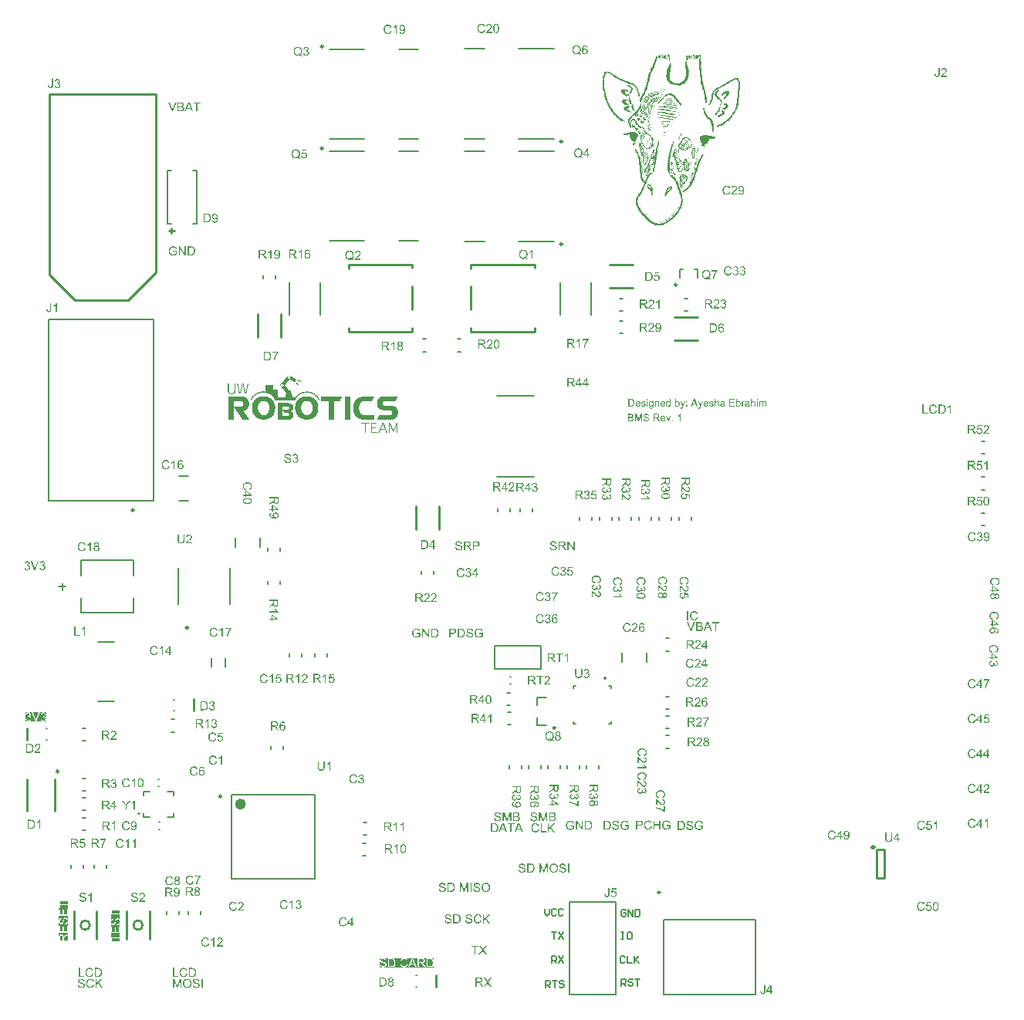
<source format=gto>
G04*
G04 #@! TF.GenerationSoftware,Altium Limited,Altium Designer,20.1.11 (218)*
G04*
G04 Layer_Color=65535*
%FSAX25Y25*%
%MOIN*%
G70*
G04*
G04 #@! TF.SameCoordinates,67A62120-44F4-422E-8626-A4E8A68DA6A5*
G04*
G04*
G04 #@! TF.FilePolarity,Positive*
G04*
G01*
G75*
%ADD10C,0.00984*%
%ADD11C,0.00945*%
%ADD12C,0.00984*%
%ADD13C,0.00787*%
%ADD14C,0.01181*%
%ADD15C,0.02362*%
%ADD16C,0.00500*%
%ADD17C,0.01000*%
%ADD18C,0.00600*%
%ADD19C,0.00800*%
G36*
X0274551Y-0001534D02*
X0274699D01*
Y-0001683D01*
X0274551D01*
Y-0001534D01*
X0274402D01*
Y-0001386D01*
X0274551D01*
Y-0001534D01*
D02*
G37*
G36*
X0261491Y-0001237D02*
X0261640D01*
Y-0001386D01*
Y-0001534D01*
Y-0001683D01*
X0261788D01*
Y-0001831D01*
X0261640D01*
Y-0001979D01*
X0261788D01*
Y-0002128D01*
X0261640D01*
Y-0002276D01*
X0261788D01*
Y-0002425D01*
X0261640D01*
Y-0002573D01*
X0261788D01*
Y-0002721D01*
X0261640D01*
Y-0002870D01*
X0261788D01*
Y-0003018D01*
X0261640D01*
Y-0003167D01*
X0261491D01*
Y-0003018D01*
X0261343D01*
Y-0002870D01*
X0261194D01*
Y-0002721D01*
Y-0002573D01*
Y-0002425D01*
X0261046D01*
Y-0002276D01*
X0260898D01*
Y-0002425D01*
X0260749D01*
Y-0002276D01*
Y-0002128D01*
Y-0001979D01*
X0260898D01*
Y-0001831D01*
X0260749D01*
Y-0001683D01*
X0260898D01*
Y-0001534D01*
X0261046D01*
Y-0001683D01*
X0261194D01*
Y-0001534D01*
Y-0001386D01*
Y-0001237D01*
X0261343D01*
Y-0001089D01*
X0261491D01*
Y-0001237D01*
D02*
G37*
G36*
X0273660Y-0001534D02*
X0273809D01*
Y-0001683D01*
X0273957D01*
Y-0001534D01*
X0274105D01*
Y-0001683D01*
X0274254D01*
Y-0001831D01*
X0274402D01*
Y-0001683D01*
X0274551D01*
Y-0001831D01*
Y-0001979D01*
Y-0002128D01*
X0274402D01*
Y-0002276D01*
X0274551D01*
Y-0002425D01*
X0274402D01*
Y-0002573D01*
X0274551D01*
Y-0002721D01*
X0274402D01*
Y-0002870D01*
X0274254D01*
Y-0003018D01*
X0274105D01*
Y-0002870D01*
Y-0002721D01*
X0273957D01*
Y-0002573D01*
Y-0002425D01*
Y-0002276D01*
Y-0002128D01*
X0273809D01*
Y-0001979D01*
X0273660D01*
Y-0002128D01*
X0273512D01*
Y-0002276D01*
X0273660D01*
Y-0002425D01*
X0273512D01*
Y-0002573D01*
Y-0002721D01*
Y-0002870D01*
X0273660D01*
Y-0003018D01*
X0273512D01*
Y-0003167D01*
X0273363D01*
Y-0003315D01*
X0273512D01*
Y-0003463D01*
X0273363D01*
Y-0003612D01*
X0272918D01*
Y-0003463D01*
X0273066D01*
Y-0003315D01*
X0272918D01*
Y-0003167D01*
X0272770D01*
Y-0003018D01*
X0272621D01*
Y-0002870D01*
X0272770D01*
Y-0002721D01*
X0272621D01*
Y-0002573D01*
X0272770D01*
Y-0002425D01*
X0272621D01*
Y-0002276D01*
Y-0002128D01*
Y-0001979D01*
X0272473D01*
Y-0001831D01*
X0272621D01*
Y-0001683D01*
X0272770D01*
Y-0001534D01*
X0272918D01*
Y-0001386D01*
X0273066D01*
Y-0001534D01*
Y-0001683D01*
X0273215D01*
Y-0001831D01*
Y-0001979D01*
X0273363D01*
Y-0001831D01*
X0273512D01*
Y-0001683D01*
X0273660D01*
Y-0001534D01*
X0273512D01*
Y-0001386D01*
X0273660D01*
Y-0001534D01*
D02*
G37*
G36*
X0275589Y-0001979D02*
X0275738D01*
Y-0002128D01*
X0275589D01*
Y-0001979D01*
X0275441D01*
Y-0001831D01*
X0275589D01*
Y-0001979D01*
D02*
G37*
G36*
X0265201Y-0001089D02*
X0265350D01*
Y-0001237D01*
X0265201D01*
Y-0001386D01*
X0265350D01*
Y-0001534D01*
X0265498D01*
Y-0001683D01*
Y-0001831D01*
Y-0001979D01*
X0265647D01*
Y-0002128D01*
X0265498D01*
Y-0002276D01*
X0265647D01*
Y-0002425D01*
X0265498D01*
Y-0002573D01*
X0265647D01*
Y-0002721D01*
X0265498D01*
Y-0002870D01*
X0265647D01*
Y-0003018D01*
X0265498D01*
Y-0003167D01*
X0265647D01*
Y-0003315D01*
X0265498D01*
Y-0003463D01*
Y-0003612D01*
Y-0003760D01*
X0265350D01*
Y-0003612D01*
X0265201D01*
Y-0003463D01*
Y-0003315D01*
Y-0003167D01*
Y-0003018D01*
Y-0002870D01*
X0265053D01*
Y-0002721D01*
X0265201D01*
Y-0002573D01*
X0265053D01*
Y-0002425D01*
X0265201D01*
Y-0002276D01*
X0265053D01*
Y-0002128D01*
X0265201D01*
Y-0001979D01*
X0265053D01*
Y-0001831D01*
X0264904D01*
Y-0001979D01*
Y-0002128D01*
Y-0002276D01*
X0264756D01*
Y-0002425D01*
Y-0002573D01*
Y-0002721D01*
X0264608D01*
Y-0002870D01*
X0264756D01*
Y-0003018D01*
X0264608D01*
Y-0003167D01*
X0264459D01*
Y-0003315D01*
X0264311D01*
Y-0003167D01*
X0264162D01*
Y-0003018D01*
Y-0002870D01*
Y-0002721D01*
X0264311D01*
Y-0002573D01*
X0264162D01*
Y-0002425D01*
Y-0002276D01*
Y-0002128D01*
Y-0001979D01*
Y-0001831D01*
Y-0001683D01*
Y-0001534D01*
X0264311D01*
Y-0001683D01*
X0264459D01*
Y-0001831D01*
X0264311D01*
Y-0001979D01*
X0264459D01*
Y-0002128D01*
X0264311D01*
Y-0002276D01*
X0264459D01*
Y-0002425D01*
X0264608D01*
Y-0002276D01*
Y-0002128D01*
Y-0001979D01*
X0264756D01*
Y-0001831D01*
X0264608D01*
Y-0001683D01*
X0264756D01*
Y-0001534D01*
X0264904D01*
Y-0001386D01*
X0264756D01*
Y-0001237D01*
X0264904D01*
Y-0001089D01*
X0265053D01*
Y-0000941D01*
X0265201D01*
Y-0001089D01*
D02*
G37*
G36*
X0274996Y-0001386D02*
X0275144D01*
Y-0001534D01*
X0275292D01*
Y-0001683D01*
Y-0001831D01*
Y-0001979D01*
Y-0002128D01*
Y-0002276D01*
X0275441D01*
Y-0002425D01*
X0275589D01*
Y-0002573D01*
X0275441D01*
Y-0002721D01*
X0275292D01*
Y-0002870D01*
X0275144D01*
Y-0002721D01*
X0274996D01*
Y-0002573D01*
X0275144D01*
Y-0002425D01*
X0274996D01*
Y-0002276D01*
X0274847D01*
Y-0002128D01*
X0274996D01*
Y-0001979D01*
X0274847D01*
Y-0001831D01*
Y-0001683D01*
Y-0001534D01*
X0274699D01*
Y-0001386D01*
X0274847D01*
Y-0001237D01*
X0274996D01*
Y-0001386D01*
D02*
G37*
G36*
X0262530D02*
X0262678D01*
Y-0001534D01*
X0262530D01*
Y-0001683D01*
X0262678D01*
Y-0001831D01*
Y-0001979D01*
Y-0002128D01*
X0262827D01*
Y-0002276D01*
X0262975D01*
Y-0002128D01*
X0262827D01*
Y-0001979D01*
X0262975D01*
Y-0001831D01*
X0262827D01*
Y-0001683D01*
X0262975D01*
Y-0001534D01*
X0263124D01*
Y-0001386D01*
X0263272D01*
Y-0001534D01*
Y-0001683D01*
Y-0001831D01*
X0263124D01*
Y-0001979D01*
X0263272D01*
Y-0002128D01*
X0263124D01*
Y-0002276D01*
X0263272D01*
Y-0002425D01*
X0263124D01*
Y-0002573D01*
X0263272D01*
Y-0002721D01*
X0263124D01*
Y-0002870D01*
X0262975D01*
Y-0002721D01*
X0262827D01*
Y-0002573D01*
X0262678D01*
Y-0002425D01*
X0262530D01*
Y-0002573D01*
X0262382D01*
Y-0002425D01*
X0262233D01*
Y-0002276D01*
X0262382D01*
Y-0002128D01*
X0262233D01*
Y-0001979D01*
X0262382D01*
Y-0001831D01*
X0262233D01*
Y-0001683D01*
X0262382D01*
Y-0001534D01*
X0262233D01*
Y-0001386D01*
X0262382D01*
Y-0001237D01*
X0262530D01*
Y-0001386D01*
D02*
G37*
G36*
X0263866Y-0001237D02*
X0264014D01*
Y-0001386D01*
Y-0001534D01*
Y-0001683D01*
Y-0001831D01*
Y-0001979D01*
Y-0002128D01*
Y-0002276D01*
Y-0002425D01*
Y-0002573D01*
X0263866D01*
Y-0002721D01*
Y-0002870D01*
Y-0003018D01*
X0263420D01*
Y-0002870D01*
X0263569D01*
Y-0002721D01*
X0263420D01*
Y-0002573D01*
X0263569D01*
Y-0002425D01*
X0263420D01*
Y-0002276D01*
X0263569D01*
Y-0002128D01*
X0263420D01*
Y-0001979D01*
X0263569D01*
Y-0001831D01*
X0263420D01*
Y-0001683D01*
X0263569D01*
Y-0001534D01*
X0263420D01*
Y-0001386D01*
X0263569D01*
Y-0001237D01*
X0263717D01*
Y-0001089D01*
X0263866D01*
Y-0001237D01*
D02*
G37*
G36*
X0262382Y-0002721D02*
Y-0002870D01*
Y-0003018D01*
X0262085D01*
Y-0002870D01*
Y-0002721D01*
X0262233D01*
Y-0002573D01*
X0262382D01*
Y-0002721D01*
D02*
G37*
G36*
X0260156Y-0001979D02*
X0260304D01*
Y-0002128D01*
X0260156D01*
Y-0002276D01*
X0260304D01*
Y-0002425D01*
X0260156D01*
Y-0002573D01*
X0260304D01*
Y-0002721D01*
X0260156D01*
Y-0002870D01*
X0260304D01*
Y-0003018D01*
X0260156D01*
Y-0002870D01*
X0260007D01*
Y-0003018D01*
Y-0003167D01*
Y-0003315D01*
X0259859D01*
Y-0003463D01*
X0260007D01*
Y-0003612D01*
X0259859D01*
Y-0003760D01*
Y-0003909D01*
X0259710D01*
Y-0004057D01*
Y-0004205D01*
X0259562D01*
Y-0004354D01*
X0259710D01*
Y-0004502D01*
X0259562D01*
Y-0004651D01*
Y-0004799D01*
Y-0004947D01*
X0259414D01*
Y-0005096D01*
X0259265D01*
Y-0005244D01*
X0259414D01*
Y-0005393D01*
X0259265D01*
Y-0005541D01*
Y-0005689D01*
Y-0005838D01*
X0259117D01*
Y-0005986D01*
X0258968D01*
Y-0006135D01*
X0259117D01*
Y-0006283D01*
X0258968D01*
Y-0006431D01*
X0258820D01*
Y-0006580D01*
Y-0006728D01*
Y-0006877D01*
X0258672D01*
Y-0007025D01*
X0258523D01*
Y-0007174D01*
Y-0007322D01*
Y-0007470D01*
X0258375D01*
Y-0007619D01*
Y-0007767D01*
X0258226D01*
Y-0007915D01*
Y-0008064D01*
X0258078D01*
Y-0008212D01*
Y-0008361D01*
X0257930D01*
Y-0008509D01*
Y-0008658D01*
X0257781D01*
Y-0008806D01*
Y-0008954D01*
Y-0009103D01*
X0257633D01*
Y-0009251D01*
X0257484D01*
Y-0009399D01*
X0257633D01*
Y-0009548D01*
X0257484D01*
Y-0009696D01*
X0257336D01*
Y-0009845D01*
Y-0009993D01*
Y-0010142D01*
X0257188D01*
Y-0010290D01*
X0257336D01*
Y-0010438D01*
X0257188D01*
Y-0010587D01*
Y-0010735D01*
Y-0010883D01*
X0257039D01*
Y-0011032D01*
X0256891D01*
Y-0011180D01*
X0257039D01*
Y-0011329D01*
X0256891D01*
Y-0011477D01*
X0257039D01*
Y-0011626D01*
X0256891D01*
Y-0011774D01*
X0257039D01*
Y-0011922D01*
X0256891D01*
Y-0012071D01*
Y-0012219D01*
Y-0012368D01*
X0256742D01*
Y-0012516D01*
X0256594D01*
Y-0012664D01*
X0256742D01*
Y-0012813D01*
X0256594D01*
Y-0012961D01*
X0256742D01*
Y-0013110D01*
X0256594D01*
Y-0013258D01*
X0256446D01*
Y-0013406D01*
X0256594D01*
Y-0013555D01*
X0256446D01*
Y-0013703D01*
Y-0013851D01*
Y-0014000D01*
X0256297D01*
Y-0014148D01*
X0256446D01*
Y-0014297D01*
X0256297D01*
Y-0014445D01*
X0256149D01*
Y-0014593D01*
Y-0014742D01*
Y-0014890D01*
X0256000D01*
Y-0015039D01*
X0256149D01*
Y-0015187D01*
X0256000D01*
Y-0015336D01*
X0255852D01*
Y-0015484D01*
Y-0015632D01*
Y-0015781D01*
X0255704D01*
Y-0015929D01*
X0255852D01*
Y-0016078D01*
X0255704D01*
Y-0016226D01*
X0255555D01*
Y-0016374D01*
Y-0016523D01*
Y-0016671D01*
X0255407D01*
Y-0016820D01*
Y-0016968D01*
Y-0017116D01*
X0255258D01*
Y-0017265D01*
X0255110D01*
Y-0017413D01*
X0255258D01*
Y-0017561D01*
X0255110D01*
Y-0017710D01*
X0254962D01*
Y-0017858D01*
Y-0018007D01*
Y-0018155D01*
X0254813D01*
Y-0018304D01*
X0254665D01*
Y-0018452D01*
Y-0018600D01*
Y-0018749D01*
X0254516D01*
Y-0018897D01*
X0254368D01*
Y-0019046D01*
X0254220D01*
Y-0019194D01*
X0254071D01*
Y-0019342D01*
X0253923D01*
Y-0019491D01*
X0254071D01*
Y-0019639D01*
X0253923D01*
Y-0019788D01*
X0253774D01*
Y-0019936D01*
X0253923D01*
Y-0020084D01*
X0254071D01*
Y-0020233D01*
X0253923D01*
Y-0020084D01*
X0253774D01*
Y-0020233D01*
X0253626D01*
Y-0020381D01*
X0253774D01*
Y-0020530D01*
X0253923D01*
Y-0020678D01*
X0254071D01*
Y-0020826D01*
X0254220D01*
Y-0020975D01*
X0254071D01*
Y-0020826D01*
X0253923D01*
Y-0020678D01*
X0253774D01*
Y-0020530D01*
X0253626D01*
Y-0020381D01*
X0253478D01*
Y-0020530D01*
X0253329D01*
Y-0020678D01*
X0253626D01*
Y-0020826D01*
Y-0020975D01*
X0253923D01*
Y-0021123D01*
Y-0021272D01*
X0254071D01*
Y-0021420D01*
X0253923D01*
Y-0021272D01*
X0253774D01*
Y-0021123D01*
X0253626D01*
Y-0020975D01*
X0253478D01*
Y-0021123D01*
X0253329D01*
Y-0021272D01*
X0253478D01*
Y-0021420D01*
X0253626D01*
Y-0021568D01*
X0253774D01*
Y-0021717D01*
X0253923D01*
Y-0021865D01*
X0254071D01*
Y-0022014D01*
X0254220D01*
Y-0022162D01*
X0254071D01*
Y-0022014D01*
X0253923D01*
Y-0021865D01*
X0253774D01*
Y-0021717D01*
X0253626D01*
Y-0021568D01*
X0253478D01*
Y-0021420D01*
X0253329D01*
Y-0021568D01*
Y-0021717D01*
X0253032D01*
Y-0021568D01*
X0252884D01*
Y-0021420D01*
X0252735D01*
Y-0021272D01*
X0252587D01*
Y-0021123D01*
X0252735D01*
Y-0020975D01*
X0252587D01*
Y-0020826D01*
X0252735D01*
Y-0020678D01*
X0252587D01*
Y-0020530D01*
X0252735D01*
Y-0020381D01*
Y-0020233D01*
Y-0020084D01*
X0252884D01*
Y-0019936D01*
Y-0019788D01*
Y-0019639D01*
X0253032D01*
Y-0019491D01*
X0253181D01*
Y-0019342D01*
Y-0019194D01*
X0253329D01*
Y-0019046D01*
Y-0018897D01*
X0253478D01*
Y-0018749D01*
X0253626D01*
Y-0018600D01*
X0253774D01*
Y-0018452D01*
Y-0018304D01*
X0254071D01*
Y-0018155D01*
X0253923D01*
Y-0018007D01*
X0254071D01*
Y-0017858D01*
X0254220D01*
Y-0017710D01*
X0254368D01*
Y-0017561D01*
X0254220D01*
Y-0017413D01*
X0254368D01*
Y-0017265D01*
X0254516D01*
Y-0017116D01*
X0254665D01*
Y-0016968D01*
X0254516D01*
Y-0016820D01*
X0254665D01*
Y-0016671D01*
X0254516D01*
Y-0016523D01*
X0254665D01*
Y-0016374D01*
X0254813D01*
Y-0016226D01*
Y-0016078D01*
Y-0015929D01*
X0254962D01*
Y-0015781D01*
Y-0015632D01*
Y-0015484D01*
X0255110D01*
Y-0015336D01*
X0255258D01*
Y-0015187D01*
X0255110D01*
Y-0015039D01*
X0255258D01*
Y-0014890D01*
X0255110D01*
Y-0014742D01*
X0255258D01*
Y-0014593D01*
X0255407D01*
Y-0014445D01*
Y-0014297D01*
Y-0014148D01*
X0255555D01*
Y-0014000D01*
X0255407D01*
Y-0013851D01*
X0255555D01*
Y-0013703D01*
X0255704D01*
Y-0013555D01*
Y-0013406D01*
Y-0013258D01*
X0255852D01*
Y-0013110D01*
X0255704D01*
Y-0012961D01*
X0255852D01*
Y-0012813D01*
Y-0012664D01*
Y-0012516D01*
Y-0012368D01*
X0256000D01*
Y-0012219D01*
Y-0012071D01*
X0256149D01*
Y-0011922D01*
X0256000D01*
Y-0011774D01*
X0256149D01*
Y-0011626D01*
X0256000D01*
Y-0011477D01*
X0256149D01*
Y-0011329D01*
Y-0011180D01*
Y-0011032D01*
X0256297D01*
Y-0010883D01*
Y-0010735D01*
Y-0010587D01*
X0256446D01*
Y-0010438D01*
X0256297D01*
Y-0010290D01*
X0256446D01*
Y-0010142D01*
X0256297D01*
Y-0009993D01*
X0256446D01*
Y-0009845D01*
X0256594D01*
Y-0009696D01*
X0256446D01*
Y-0009548D01*
X0256594D01*
Y-0009399D01*
X0256742D01*
Y-0009251D01*
X0256594D01*
Y-0009103D01*
X0256742D01*
Y-0008954D01*
X0256891D01*
Y-0008806D01*
X0257039D01*
Y-0008658D01*
X0256891D01*
Y-0008509D01*
X0257039D01*
Y-0008361D01*
X0257188D01*
Y-0008212D01*
Y-0008064D01*
Y-0007915D01*
X0257336D01*
Y-0007767D01*
Y-0007619D01*
X0257484D01*
Y-0007470D01*
Y-0007322D01*
X0257633D01*
Y-0007174D01*
X0257484D01*
Y-0007025D01*
X0257781D01*
Y-0006877D01*
Y-0006728D01*
X0257930D01*
Y-0006580D01*
Y-0006431D01*
Y-0006283D01*
X0258078D01*
Y-0006135D01*
X0258226D01*
Y-0005986D01*
X0258078D01*
Y-0005838D01*
X0258226D01*
Y-0005689D01*
X0258375D01*
Y-0005541D01*
X0258523D01*
Y-0005393D01*
X0258375D01*
Y-0005244D01*
X0258523D01*
Y-0005096D01*
Y-0004947D01*
X0258672D01*
Y-0004799D01*
Y-0004651D01*
X0258820D01*
Y-0004502D01*
Y-0004354D01*
Y-0004205D01*
X0258968D01*
Y-0004057D01*
X0259117D01*
Y-0003909D01*
X0258968D01*
Y-0003760D01*
X0259117D01*
Y-0003612D01*
Y-0003463D01*
X0259265D01*
Y-0003315D01*
Y-0003167D01*
X0259414D01*
Y-0003018D01*
X0259265D01*
Y-0002870D01*
X0259414D01*
Y-0002721D01*
X0259562D01*
Y-0002573D01*
X0259710D01*
Y-0002425D01*
X0259562D01*
Y-0002276D01*
X0259710D01*
Y-0002128D01*
Y-0001979D01*
X0260007D01*
Y-0001831D01*
X0260156D01*
Y-0001979D01*
D02*
G37*
G36*
X0276183Y-0001237D02*
Y-0001386D01*
Y-0001534D01*
Y-0001683D01*
X0276331D01*
Y-0001831D01*
X0276183D01*
Y-0001979D01*
X0276331D01*
Y-0002128D01*
X0276183D01*
Y-0002276D01*
X0276331D01*
Y-0002425D01*
X0276183D01*
Y-0002573D01*
X0276331D01*
Y-0002721D01*
X0276183D01*
Y-0002870D01*
X0276331D01*
Y-0003018D01*
Y-0003167D01*
Y-0003315D01*
X0276183D01*
Y-0003167D01*
X0276034D01*
Y-0003018D01*
X0275886D01*
Y-0002870D01*
X0276034D01*
Y-0002721D01*
X0275886D01*
Y-0002573D01*
Y-0002425D01*
Y-0002276D01*
Y-0002128D01*
Y-0001979D01*
X0275738D01*
Y-0001831D01*
X0275589D01*
Y-0001683D01*
X0275738D01*
Y-0001534D01*
X0275589D01*
Y-0001386D01*
X0275738D01*
Y-0001237D01*
Y-0001089D01*
X0276183D01*
Y-0001237D01*
D02*
G37*
G36*
X0238489Y-0008509D02*
X0239231D01*
Y-0008658D01*
X0239379D01*
Y-0008509D01*
X0239528D01*
Y-0008658D01*
X0239676D01*
Y-0008806D01*
X0240121D01*
Y-0008954D01*
X0240270D01*
Y-0009103D01*
X0240418D01*
Y-0009251D01*
X0240567D01*
Y-0009103D01*
X0240715D01*
Y-0009251D01*
Y-0009399D01*
X0241012D01*
Y-0009548D01*
X0241160D01*
Y-0009696D01*
X0241457D01*
Y-0009845D01*
Y-0009993D01*
X0241902D01*
Y-0010142D01*
X0242051D01*
Y-0010290D01*
X0242496D01*
Y-0010438D01*
X0242644D01*
Y-0010587D01*
X0242793D01*
Y-0010735D01*
X0242941D01*
Y-0010883D01*
X0243386D01*
Y-0011032D01*
X0243535D01*
Y-0011180D01*
X0243980D01*
Y-0011329D01*
X0244128D01*
Y-0011477D01*
X0244277D01*
Y-0011329D01*
X0244425D01*
Y-0011477D01*
X0244573D01*
Y-0011626D01*
X0244722D01*
Y-0011477D01*
X0244870D01*
Y-0011626D01*
X0245019D01*
Y-0011774D01*
X0245464D01*
Y-0011922D01*
X0245612D01*
Y-0012071D01*
X0246058D01*
Y-0012219D01*
X0246206D01*
Y-0012368D01*
X0246651D01*
Y-0012516D01*
X0246799D01*
Y-0012368D01*
X0246948D01*
Y-0012516D01*
X0247096D01*
Y-0012664D01*
X0247541D01*
Y-0012813D01*
X0247690D01*
Y-0012961D01*
X0247838D01*
Y-0012813D01*
X0247987D01*
Y-0012961D01*
X0248432D01*
Y-0013110D01*
X0248580D01*
Y-0013258D01*
X0249026D01*
Y-0013406D01*
X0249174D01*
Y-0013555D01*
X0249619D01*
Y-0013703D01*
X0249767D01*
Y-0013555D01*
X0249916D01*
Y-0013703D01*
X0250064D01*
Y-0013851D01*
X0250213D01*
Y-0014000D01*
X0250361D01*
Y-0014148D01*
X0250658D01*
Y-0014297D01*
Y-0014445D01*
X0250955D01*
Y-0014593D01*
Y-0014742D01*
X0251252D01*
Y-0014890D01*
Y-0015039D01*
X0251400D01*
Y-0015187D01*
X0251548D01*
Y-0015336D01*
X0251697D01*
Y-0015484D01*
Y-0015632D01*
Y-0015781D01*
X0251845D01*
Y-0015929D01*
X0251993D01*
Y-0016078D01*
X0251845D01*
Y-0016226D01*
X0251993D01*
Y-0016374D01*
X0252142D01*
Y-0016523D01*
Y-0016671D01*
Y-0016820D01*
X0252290D01*
Y-0016968D01*
X0252142D01*
Y-0017116D01*
X0252290D01*
Y-0017265D01*
Y-0017413D01*
Y-0017561D01*
X0252439D01*
Y-0017710D01*
Y-0017858D01*
Y-0018007D01*
X0252587D01*
Y-0018155D01*
X0252439D01*
Y-0018304D01*
X0252587D01*
Y-0018452D01*
X0252439D01*
Y-0018600D01*
X0252587D01*
Y-0018749D01*
Y-0018897D01*
Y-0019046D01*
X0252142D01*
Y-0018897D01*
X0252290D01*
Y-0018749D01*
X0252142D01*
Y-0018600D01*
X0251993D01*
Y-0018452D01*
Y-0018304D01*
Y-0018155D01*
X0251845D01*
Y-0018007D01*
X0251993D01*
Y-0017858D01*
X0251845D01*
Y-0017710D01*
Y-0017561D01*
Y-0017413D01*
X0251697D01*
Y-0017265D01*
Y-0017116D01*
Y-0016968D01*
X0251548D01*
Y-0016820D01*
X0251697D01*
Y-0016671D01*
X0251548D01*
Y-0016523D01*
X0251400D01*
Y-0016374D01*
Y-0016226D01*
Y-0016078D01*
X0251252D01*
Y-0015929D01*
Y-0015781D01*
Y-0015632D01*
X0251103D01*
Y-0015484D01*
X0250955D01*
Y-0015336D01*
X0250806D01*
Y-0015187D01*
X0250658D01*
Y-0015039D01*
X0250510D01*
Y-0014890D01*
X0250361D01*
Y-0014742D01*
X0250213D01*
Y-0014593D01*
X0250064D01*
Y-0014445D01*
X0249916D01*
Y-0014297D01*
X0249471D01*
Y-0014148D01*
X0249322D01*
Y-0014000D01*
X0249174D01*
Y-0014148D01*
X0249322D01*
Y-0014297D01*
X0249174D01*
Y-0014148D01*
X0249026D01*
Y-0014000D01*
X0248580D01*
Y-0013851D01*
X0248432D01*
Y-0013703D01*
X0248284D01*
Y-0013851D01*
X0248135D01*
Y-0013703D01*
X0247690D01*
Y-0013555D01*
X0247541D01*
Y-0013406D01*
X0247096D01*
Y-0013258D01*
X0246651D01*
Y-0013110D01*
X0246206D01*
Y-0012961D01*
X0246058D01*
Y-0012813D01*
X0245612D01*
Y-0012664D01*
X0245464D01*
Y-0012813D01*
X0245316D01*
Y-0012664D01*
X0245167D01*
Y-0012516D01*
X0245019D01*
Y-0012368D01*
X0244870D01*
Y-0012516D01*
X0244722D01*
Y-0012368D01*
X0244573D01*
Y-0012219D01*
X0244128D01*
Y-0012071D01*
X0243980D01*
Y-0011922D01*
X0243535D01*
Y-0011774D01*
X0243386D01*
Y-0011626D01*
X0242941D01*
Y-0011477D01*
X0242793D01*
Y-0011329D01*
X0242347D01*
Y-0011180D01*
X0242199D01*
Y-0011032D01*
X0242051D01*
Y-0010883D01*
X0241902D01*
Y-0010735D01*
X0241457D01*
Y-0010587D01*
X0241605D01*
Y-0010438D01*
X0241160D01*
Y-0010290D01*
X0241012D01*
Y-0010142D01*
X0240863D01*
Y-0009993D01*
X0240715D01*
Y-0009845D01*
X0240270D01*
Y-0009696D01*
X0240121D01*
Y-0009548D01*
X0239973D01*
Y-0009399D01*
X0239825D01*
Y-0009251D01*
X0239379D01*
Y-0009103D01*
X0238934D01*
Y-0008954D01*
X0238786D01*
Y-0009103D01*
X0238637D01*
Y-0008954D01*
X0238192D01*
Y-0009103D01*
X0238044D01*
Y-0009251D01*
X0237895D01*
Y-0009399D01*
Y-0009548D01*
Y-0009696D01*
X0237747D01*
Y-0009845D01*
Y-0009993D01*
Y-0010142D01*
X0237599D01*
Y-0010290D01*
Y-0010438D01*
Y-0010587D01*
Y-0010735D01*
Y-0010883D01*
X0237450D01*
Y-0011032D01*
Y-0011180D01*
Y-0011329D01*
Y-0011477D01*
Y-0011626D01*
X0237302D01*
Y-0011774D01*
X0237450D01*
Y-0011922D01*
Y-0012071D01*
Y-0012219D01*
X0237302D01*
Y-0012368D01*
X0237450D01*
Y-0012516D01*
Y-0012664D01*
Y-0012813D01*
X0237302D01*
Y-0012961D01*
X0237450D01*
Y-0013110D01*
X0237302D01*
Y-0013258D01*
X0237450D01*
Y-0013406D01*
X0237302D01*
Y-0013555D01*
X0237450D01*
Y-0013703D01*
X0237302D01*
Y-0013851D01*
X0237450D01*
Y-0014000D01*
X0237302D01*
Y-0014148D01*
X0237450D01*
Y-0014297D01*
X0237302D01*
Y-0014445D01*
X0237450D01*
Y-0014593D01*
X0237302D01*
Y-0014742D01*
X0237450D01*
Y-0014890D01*
Y-0015039D01*
Y-0015187D01*
Y-0015336D01*
Y-0015484D01*
X0237599D01*
Y-0015632D01*
X0237450D01*
Y-0015781D01*
X0237599D01*
Y-0015929D01*
Y-0016078D01*
Y-0016226D01*
Y-0016374D01*
Y-0016523D01*
X0237747D01*
Y-0016671D01*
X0237599D01*
Y-0016820D01*
X0237747D01*
Y-0016968D01*
X0237599D01*
Y-0017116D01*
X0237747D01*
Y-0017265D01*
Y-0017413D01*
Y-0017561D01*
X0237895D01*
Y-0017710D01*
X0237747D01*
Y-0017858D01*
X0237895D01*
Y-0018007D01*
Y-0018155D01*
Y-0018304D01*
X0238044D01*
Y-0018452D01*
Y-0018600D01*
Y-0018749D01*
Y-0018897D01*
X0238192D01*
Y-0019046D01*
Y-0019194D01*
X0238341D01*
Y-0019342D01*
X0238192D01*
Y-0019491D01*
X0238341D01*
Y-0019639D01*
Y-0019788D01*
Y-0019936D01*
X0238489D01*
Y-0020084D01*
X0238637D01*
Y-0020233D01*
X0238489D01*
Y-0020381D01*
X0238637D01*
Y-0020530D01*
X0238489D01*
Y-0020678D01*
X0238637D01*
Y-0020826D01*
X0238786D01*
Y-0020975D01*
Y-0021123D01*
Y-0021272D01*
X0238934D01*
Y-0021420D01*
Y-0021568D01*
X0239083D01*
Y-0021717D01*
Y-0021865D01*
X0239231D01*
Y-0022014D01*
Y-0022162D01*
Y-0022310D01*
X0239379D01*
Y-0022459D01*
X0239528D01*
Y-0022607D01*
Y-0022756D01*
Y-0022904D01*
X0239676D01*
Y-0023052D01*
X0239825D01*
Y-0023201D01*
Y-0023349D01*
X0239973D01*
Y-0023498D01*
Y-0023646D01*
X0240121D01*
Y-0023794D01*
X0240270D01*
Y-0023943D01*
X0240418D01*
Y-0024091D01*
X0240270D01*
Y-0024240D01*
X0240567D01*
Y-0024388D01*
Y-0024536D01*
X0240715D01*
Y-0024685D01*
X0240863D01*
Y-0024833D01*
X0241012D01*
Y-0024982D01*
Y-0025130D01*
X0241160D01*
Y-0025278D01*
Y-0025427D01*
X0241309D01*
Y-0025575D01*
X0241457D01*
Y-0025724D01*
X0241605D01*
Y-0025872D01*
Y-0026020D01*
X0241754D01*
Y-0026169D01*
Y-0026317D01*
X0241902D01*
Y-0026466D01*
X0242051D01*
Y-0026614D01*
X0242199D01*
Y-0026762D01*
X0242347D01*
Y-0026911D01*
X0242496D01*
Y-0027059D01*
X0242644D01*
Y-0027208D01*
X0242793D01*
Y-0027356D01*
X0242941D01*
Y-0027504D01*
X0243090D01*
Y-0027653D01*
X0243238D01*
Y-0027801D01*
X0243386D01*
Y-0027950D01*
X0243535D01*
Y-0028098D01*
X0243683D01*
Y-0028246D01*
X0243831D01*
Y-0028395D01*
X0243980D01*
Y-0028543D01*
X0244128D01*
Y-0028692D01*
X0244573D01*
Y-0028840D01*
X0244722D01*
Y-0028989D01*
X0245167D01*
Y-0029137D01*
X0245316D01*
Y-0029285D01*
X0245464D01*
Y-0029434D01*
X0245612D01*
Y-0029582D01*
X0245761D01*
Y-0029434D01*
X0245909D01*
Y-0029582D01*
X0246058D01*
Y-0029730D01*
X0246206D01*
Y-0029582D01*
X0246354D01*
Y-0029730D01*
X0246503D01*
Y-0029879D01*
X0246354D01*
Y-0030027D01*
X0246206D01*
Y-0030176D01*
X0246058D01*
Y-0030027D01*
X0245316D01*
Y-0029879D01*
X0244870D01*
Y-0029730D01*
X0244425D01*
Y-0029582D01*
X0244277D01*
Y-0029434D01*
X0244128D01*
Y-0029285D01*
X0243980D01*
Y-0029137D01*
X0243535D01*
Y-0028989D01*
X0243386D01*
Y-0028840D01*
X0243238D01*
Y-0028692D01*
X0243090D01*
Y-0028543D01*
X0242941D01*
Y-0028395D01*
X0242793D01*
Y-0028246D01*
X0242496D01*
Y-0028098D01*
Y-0027950D01*
X0242199D01*
Y-0027801D01*
Y-0027653D01*
X0242051D01*
Y-0027504D01*
X0241902D01*
Y-0027356D01*
X0241754D01*
Y-0027208D01*
X0241605D01*
Y-0027059D01*
X0241457D01*
Y-0026911D01*
X0241309D01*
Y-0026762D01*
X0241160D01*
Y-0026614D01*
Y-0026466D01*
X0241012D01*
Y-0026317D01*
Y-0026169D01*
X0240863D01*
Y-0026020D01*
X0240715D01*
Y-0025872D01*
X0240567D01*
Y-0025724D01*
X0240418D01*
Y-0025575D01*
X0240270D01*
Y-0025427D01*
X0240418D01*
Y-0025278D01*
X0240270D01*
Y-0025130D01*
X0240121D01*
Y-0024982D01*
X0239973D01*
Y-0024833D01*
Y-0024685D01*
X0239825D01*
Y-0024536D01*
Y-0024388D01*
X0239676D01*
Y-0024240D01*
X0239528D01*
Y-0024091D01*
X0239379D01*
Y-0023943D01*
Y-0023794D01*
X0239231D01*
Y-0023646D01*
Y-0023498D01*
X0239083D01*
Y-0023349D01*
Y-0023201D01*
X0238934D01*
Y-0023052D01*
Y-0022904D01*
X0238786D01*
Y-0022756D01*
X0238637D01*
Y-0022607D01*
X0238489D01*
Y-0022459D01*
X0238637D01*
Y-0022310D01*
X0238489D01*
Y-0022162D01*
Y-0022014D01*
X0238341D01*
Y-0021865D01*
Y-0021717D01*
X0238192D01*
Y-0021568D01*
Y-0021420D01*
Y-0021272D01*
X0238044D01*
Y-0021123D01*
X0237895D01*
Y-0020975D01*
X0238044D01*
Y-0020826D01*
X0237895D01*
Y-0020678D01*
Y-0020530D01*
X0237747D01*
Y-0020381D01*
Y-0020233D01*
X0237599D01*
Y-0020084D01*
X0237747D01*
Y-0019936D01*
X0237599D01*
Y-0019788D01*
X0237747D01*
Y-0019639D01*
X0237599D01*
Y-0019491D01*
X0237450D01*
Y-0019342D01*
Y-0019194D01*
Y-0019046D01*
X0237302D01*
Y-0018897D01*
X0237450D01*
Y-0018749D01*
X0237302D01*
Y-0018600D01*
Y-0018452D01*
Y-0018304D01*
X0237153D01*
Y-0018155D01*
Y-0018007D01*
Y-0017858D01*
X0237005D01*
Y-0017710D01*
X0237153D01*
Y-0017561D01*
X0237005D01*
Y-0017413D01*
X0237153D01*
Y-0017265D01*
X0237005D01*
Y-0017116D01*
Y-0016968D01*
Y-0016820D01*
X0236857D01*
Y-0016671D01*
Y-0016523D01*
Y-0016374D01*
Y-0016226D01*
Y-0016078D01*
X0236708D01*
Y-0015929D01*
X0236857D01*
Y-0015781D01*
X0236708D01*
Y-0015632D01*
X0236857D01*
Y-0015484D01*
X0236708D01*
Y-0015336D01*
X0236857D01*
Y-0015187D01*
X0236708D01*
Y-0015039D01*
Y-0014890D01*
Y-0014742D01*
X0236857D01*
Y-0014593D01*
X0236708D01*
Y-0014445D01*
Y-0014297D01*
Y-0014148D01*
Y-0014000D01*
Y-0013851D01*
Y-0013703D01*
Y-0013555D01*
X0236560D01*
Y-0013406D01*
X0236708D01*
Y-0013258D01*
Y-0013110D01*
Y-0012961D01*
Y-0012813D01*
Y-0012664D01*
Y-0012516D01*
Y-0012368D01*
Y-0012219D01*
Y-0012071D01*
Y-0011922D01*
Y-0011774D01*
X0236857D01*
Y-0011626D01*
X0236708D01*
Y-0011477D01*
Y-0011329D01*
Y-0011180D01*
X0236857D01*
Y-0011032D01*
X0236708D01*
Y-0010883D01*
X0236857D01*
Y-0010735D01*
X0236708D01*
Y-0010587D01*
X0236857D01*
Y-0010438D01*
Y-0010290D01*
Y-0010142D01*
Y-0009993D01*
X0237005D01*
Y-0009845D01*
Y-0009696D01*
X0237153D01*
Y-0009548D01*
Y-0009399D01*
Y-0009251D01*
X0237302D01*
Y-0009103D01*
Y-0008954D01*
Y-0008806D01*
X0237450D01*
Y-0008658D01*
X0237599D01*
Y-0008509D01*
X0238044D01*
Y-0008361D01*
X0238192D01*
Y-0008509D01*
X0238341D01*
Y-0008361D01*
X0238489D01*
Y-0008509D01*
D02*
G37*
G36*
X0294585Y-0011180D02*
X0295030D01*
Y-0011329D01*
X0295178D01*
Y-0011477D01*
X0295327D01*
Y-0011626D01*
Y-0011774D01*
Y-0011922D01*
X0295475D01*
Y-0012071D01*
X0295623D01*
Y-0012219D01*
Y-0012368D01*
X0295772D01*
Y-0012516D01*
Y-0012664D01*
X0295920D01*
Y-0012813D01*
X0295772D01*
Y-0012961D01*
X0295920D01*
Y-0013110D01*
Y-0013258D01*
Y-0013406D01*
X0296069D01*
Y-0013555D01*
X0295920D01*
Y-0013703D01*
X0296069D01*
Y-0013851D01*
Y-0014000D01*
Y-0014148D01*
Y-0014297D01*
Y-0014445D01*
Y-0014593D01*
Y-0014742D01*
Y-0014890D01*
Y-0015039D01*
Y-0015187D01*
Y-0015336D01*
X0295920D01*
Y-0015484D01*
X0296069D01*
Y-0015632D01*
X0295920D01*
Y-0015781D01*
X0296069D01*
Y-0015929D01*
X0295920D01*
Y-0016078D01*
Y-0016226D01*
Y-0016374D01*
Y-0016523D01*
Y-0016671D01*
X0295772D01*
Y-0016820D01*
X0295920D01*
Y-0016968D01*
X0295772D01*
Y-0017116D01*
X0295920D01*
Y-0017265D01*
X0295772D01*
Y-0017413D01*
X0295920D01*
Y-0017561D01*
X0295772D01*
Y-0017710D01*
X0295920D01*
Y-0017858D01*
X0295772D01*
Y-0018007D01*
Y-0018155D01*
Y-0018304D01*
Y-0018452D01*
Y-0018600D01*
X0295623D01*
Y-0018749D01*
X0295772D01*
Y-0018897D01*
X0295623D01*
Y-0019046D01*
X0295772D01*
Y-0019194D01*
X0295623D01*
Y-0019342D01*
Y-0019491D01*
Y-0019639D01*
Y-0019788D01*
Y-0019936D01*
X0295475D01*
Y-0020084D01*
X0295623D01*
Y-0020233D01*
X0295475D01*
Y-0020381D01*
X0295623D01*
Y-0020530D01*
X0295475D01*
Y-0020678D01*
X0295623D01*
Y-0020826D01*
X0295475D01*
Y-0020975D01*
Y-0021123D01*
Y-0021272D01*
Y-0021420D01*
Y-0021568D01*
X0295327D01*
Y-0021717D01*
Y-0021865D01*
Y-0022014D01*
X0295178D01*
Y-0022162D01*
X0295327D01*
Y-0022310D01*
X0295178D01*
Y-0022459D01*
X0295327D01*
Y-0022607D01*
X0295178D01*
Y-0022756D01*
Y-0022904D01*
Y-0023052D01*
X0295030D01*
Y-0023201D01*
Y-0023349D01*
Y-0023498D01*
X0294882D01*
Y-0023646D01*
X0295030D01*
Y-0023794D01*
X0294882D01*
Y-0023943D01*
Y-0024091D01*
X0294733D01*
Y-0024240D01*
Y-0024388D01*
X0294585D01*
Y-0024536D01*
Y-0024685D01*
Y-0024833D01*
X0294436D01*
Y-0024982D01*
X0294288D01*
Y-0025130D01*
Y-0025278D01*
X0294140D01*
Y-0025427D01*
Y-0025575D01*
X0293991D01*
Y-0025724D01*
X0293843D01*
Y-0025872D01*
X0293694D01*
Y-0026020D01*
X0293843D01*
Y-0026169D01*
X0293694D01*
Y-0026317D01*
X0293546D01*
Y-0026466D01*
X0293397D01*
Y-0026614D01*
Y-0026762D01*
X0293249D01*
Y-0026911D01*
Y-0027059D01*
X0293101D01*
Y-0027208D01*
X0292952D01*
Y-0027356D01*
X0292804D01*
Y-0027504D01*
Y-0027653D01*
X0292655D01*
Y-0027801D01*
Y-0027950D01*
X0292507D01*
Y-0028098D01*
X0292359D01*
Y-0028246D01*
X0292210D01*
Y-0028395D01*
Y-0028543D01*
X0292062D01*
Y-0028692D01*
Y-0028840D01*
X0291914D01*
Y-0028989D01*
X0291765D01*
Y-0029137D01*
X0291617D01*
Y-0029285D01*
X0291468D01*
Y-0029434D01*
X0291320D01*
Y-0029582D01*
X0291172D01*
Y-0029730D01*
X0291023D01*
Y-0029879D01*
X0290726D01*
Y-0030027D01*
X0290429D01*
Y-0030176D01*
X0290281D01*
Y-0030324D01*
X0290133D01*
Y-0030472D01*
X0289984D01*
Y-0030621D01*
X0289539D01*
Y-0030769D01*
X0289687D01*
Y-0030918D01*
X0289242D01*
Y-0031066D01*
X0289094D01*
Y-0031214D01*
X0288945D01*
Y-0031363D01*
X0288649D01*
Y-0031511D01*
X0288352D01*
Y-0031660D01*
X0288203D01*
Y-0031808D01*
X0288055D01*
Y-0031660D01*
X0287907D01*
Y-0031808D01*
X0287461D01*
Y-0031956D01*
X0287313D01*
Y-0032105D01*
X0287165D01*
Y-0031956D01*
X0287016D01*
Y-0032105D01*
X0286868D01*
Y-0032253D01*
X0286719D01*
Y-0032105D01*
X0286571D01*
Y-0032253D01*
X0286423D01*
Y-0032402D01*
X0285977D01*
Y-0032253D01*
X0285829D01*
Y-0032105D01*
X0285977D01*
Y-0031956D01*
X0286126D01*
Y-0031808D01*
X0286274D01*
Y-0031660D01*
X0286571D01*
Y-0031511D01*
Y-0031363D01*
X0287016D01*
Y-0031214D01*
X0287165D01*
Y-0031363D01*
X0287313D01*
Y-0031214D01*
X0287461D01*
Y-0031066D01*
X0287907D01*
Y-0030918D01*
X0288055D01*
Y-0030769D01*
X0288203D01*
Y-0030621D01*
X0288352D01*
Y-0030769D01*
X0288500D01*
Y-0030621D01*
X0288649D01*
Y-0030472D01*
X0288797D01*
Y-0030324D01*
X0288945D01*
Y-0030176D01*
X0289242D01*
Y-0030027D01*
Y-0029879D01*
X0289687D01*
Y-0029730D01*
X0289836D01*
Y-0029582D01*
X0289984D01*
Y-0029434D01*
X0290133D01*
Y-0029285D01*
X0290578D01*
Y-0029137D01*
Y-0028989D01*
X0290875D01*
Y-0028840D01*
X0291023D01*
Y-0028692D01*
X0291172D01*
Y-0028543D01*
X0291320D01*
Y-0028395D01*
X0291468D01*
Y-0028246D01*
X0291617D01*
Y-0028098D01*
X0291765D01*
Y-0027950D01*
Y-0027801D01*
X0291914D01*
Y-0027653D01*
Y-0027504D01*
X0292062D01*
Y-0027356D01*
X0292210D01*
Y-0027208D01*
X0292359D01*
Y-0027059D01*
X0292507D01*
Y-0026911D01*
X0292655D01*
Y-0026762D01*
X0292507D01*
Y-0026614D01*
X0292804D01*
Y-0026466D01*
Y-0026317D01*
X0292952D01*
Y-0026169D01*
X0293101D01*
Y-0026020D01*
X0293249D01*
Y-0025872D01*
Y-0025724D01*
Y-0025575D01*
X0293397D01*
Y-0025427D01*
X0293546D01*
Y-0025278D01*
Y-0025130D01*
X0293694D01*
Y-0024982D01*
Y-0024833D01*
X0293843D01*
Y-0024685D01*
Y-0024536D01*
Y-0024388D01*
X0293991D01*
Y-0024240D01*
X0294140D01*
Y-0024091D01*
X0293991D01*
Y-0023943D01*
X0294140D01*
Y-0023794D01*
X0294288D01*
Y-0023646D01*
Y-0023498D01*
Y-0023349D01*
X0294436D01*
Y-0023201D01*
X0294288D01*
Y-0023052D01*
X0294436D01*
Y-0022904D01*
Y-0022756D01*
Y-0022607D01*
Y-0022459D01*
Y-0022310D01*
X0294585D01*
Y-0022162D01*
Y-0022014D01*
Y-0021865D01*
X0294733D01*
Y-0021717D01*
X0294585D01*
Y-0021568D01*
X0294733D01*
Y-0021420D01*
X0294585D01*
Y-0021272D01*
X0294733D01*
Y-0021123D01*
X0294585D01*
Y-0020975D01*
X0294733D01*
Y-0020826D01*
Y-0020678D01*
Y-0020530D01*
X0294882D01*
Y-0020381D01*
X0294733D01*
Y-0020233D01*
X0294882D01*
Y-0020084D01*
X0294733D01*
Y-0019936D01*
X0294882D01*
Y-0019788D01*
Y-0019639D01*
Y-0019491D01*
Y-0019342D01*
Y-0019194D01*
Y-0019046D01*
Y-0018897D01*
Y-0018749D01*
Y-0018600D01*
Y-0018452D01*
Y-0018304D01*
X0295030D01*
Y-0018155D01*
X0294882D01*
Y-0018007D01*
X0295030D01*
Y-0017858D01*
X0294882D01*
Y-0017710D01*
X0295030D01*
Y-0017561D01*
X0294882D01*
Y-0017413D01*
X0295030D01*
Y-0017265D01*
X0294882D01*
Y-0017116D01*
X0295030D01*
Y-0016968D01*
Y-0016820D01*
Y-0016671D01*
Y-0016523D01*
Y-0016374D01*
X0295178D01*
Y-0016226D01*
X0295030D01*
Y-0016078D01*
Y-0015929D01*
X0295178D01*
Y-0015781D01*
Y-0015632D01*
Y-0015484D01*
Y-0015336D01*
Y-0015187D01*
Y-0015039D01*
X0295327D01*
Y-0014890D01*
X0295178D01*
Y-0014742D01*
X0295327D01*
Y-0014593D01*
X0295178D01*
Y-0014445D01*
X0295327D01*
Y-0014297D01*
X0295178D01*
Y-0014148D01*
X0295327D01*
Y-0014000D01*
X0295178D01*
Y-0013851D01*
X0295327D01*
Y-0013703D01*
X0295178D01*
Y-0013555D01*
X0295327D01*
Y-0013406D01*
X0295178D01*
Y-0013258D01*
X0295327D01*
Y-0013110D01*
X0295178D01*
Y-0012961D01*
Y-0012813D01*
Y-0012664D01*
X0295030D01*
Y-0012516D01*
X0294882D01*
Y-0012368D01*
X0295030D01*
Y-0012219D01*
X0294882D01*
Y-0012071D01*
X0294733D01*
Y-0011922D01*
X0294585D01*
Y-0011774D01*
X0294436D01*
Y-0011626D01*
X0294288D01*
Y-0011774D01*
X0294436D01*
Y-0011922D01*
X0294288D01*
Y-0011774D01*
X0294140D01*
Y-0011922D01*
X0293694D01*
Y-0012071D01*
X0293546D01*
Y-0012219D01*
X0293101D01*
Y-0012368D01*
X0292952D01*
Y-0012516D01*
X0292507D01*
Y-0012664D01*
X0292359D01*
Y-0012813D01*
X0291914D01*
Y-0012961D01*
X0291765D01*
Y-0013110D01*
X0291617D01*
Y-0013258D01*
X0291468D01*
Y-0013406D01*
X0291023D01*
Y-0013555D01*
X0290875D01*
Y-0013703D01*
X0290726D01*
Y-0013851D01*
X0290578D01*
Y-0014000D01*
X0290133D01*
Y-0014148D01*
X0289984D01*
Y-0014297D01*
X0289539D01*
Y-0014445D01*
X0289391D01*
Y-0014593D01*
X0288945D01*
Y-0014742D01*
X0289094D01*
Y-0014890D01*
X0288945D01*
Y-0014742D01*
X0288797D01*
Y-0014890D01*
X0288649D01*
Y-0015039D01*
X0288500D01*
Y-0014890D01*
X0288352D01*
Y-0015039D01*
X0288203D01*
Y-0015187D01*
X0287758D01*
Y-0015336D01*
X0287610D01*
Y-0015484D01*
X0287461D01*
Y-0015632D01*
X0287016D01*
Y-0015781D01*
X0286868D01*
Y-0015929D01*
X0286719D01*
Y-0015781D01*
X0286571D01*
Y-0015929D01*
X0286719D01*
Y-0016078D01*
X0286274D01*
Y-0016226D01*
X0286126D01*
Y-0016374D01*
X0285681D01*
Y-0016523D01*
X0285532D01*
Y-0016671D01*
X0285384D01*
Y-0016820D01*
X0285235D01*
Y-0016968D01*
X0285087D01*
Y-0017116D01*
X0284939D01*
Y-0017265D01*
X0284790D01*
Y-0017413D01*
Y-0017561D01*
Y-0017710D01*
X0284642D01*
Y-0017858D01*
X0284493D01*
Y-0018007D01*
X0284642D01*
Y-0018155D01*
X0284493D01*
Y-0018304D01*
Y-0018452D01*
Y-0018600D01*
X0284345D01*
Y-0018749D01*
Y-0018897D01*
Y-0019046D01*
Y-0019194D01*
Y-0019342D01*
X0284197D01*
Y-0019491D01*
X0284345D01*
Y-0019639D01*
Y-0019788D01*
Y-0019936D01*
X0284197D01*
Y-0020084D01*
X0284345D01*
Y-0020233D01*
X0284197D01*
Y-0020381D01*
Y-0020530D01*
Y-0020678D01*
X0284048D01*
Y-0020826D01*
Y-0020975D01*
Y-0021123D01*
X0283900D01*
Y-0021272D01*
Y-0021420D01*
Y-0021568D01*
X0283751D01*
Y-0021717D01*
X0283603D01*
Y-0021865D01*
Y-0022014D01*
X0283455D01*
Y-0022162D01*
Y-0022310D01*
X0283306D01*
Y-0022459D01*
X0283158D01*
Y-0022607D01*
X0283009D01*
Y-0022756D01*
X0282861D01*
Y-0022904D01*
X0282416D01*
Y-0022756D01*
X0282267D01*
Y-0022607D01*
X0282416D01*
Y-0022459D01*
X0282564D01*
Y-0022310D01*
Y-0022162D01*
X0282861D01*
Y-0022014D01*
X0282713D01*
Y-0021865D01*
X0282861D01*
Y-0021717D01*
X0283009D01*
Y-0021568D01*
X0283158D01*
Y-0021420D01*
X0283009D01*
Y-0021272D01*
X0283306D01*
Y-0021123D01*
Y-0020975D01*
X0283455D01*
Y-0020826D01*
X0283306D01*
Y-0020678D01*
X0283455D01*
Y-0020530D01*
X0283603D01*
Y-0020381D01*
Y-0020233D01*
Y-0020084D01*
X0283751D01*
Y-0019936D01*
X0283603D01*
Y-0019788D01*
X0283751D01*
Y-0019639D01*
X0283603D01*
Y-0019491D01*
X0283751D01*
Y-0019342D01*
X0283603D01*
Y-0019194D01*
X0283751D01*
Y-0019046D01*
X0283603D01*
Y-0018897D01*
X0283751D01*
Y-0018749D01*
Y-0018600D01*
Y-0018452D01*
Y-0018304D01*
X0283900D01*
Y-0018155D01*
Y-0018007D01*
X0284048D01*
Y-0017858D01*
X0283900D01*
Y-0017710D01*
X0284048D01*
Y-0017561D01*
X0284197D01*
Y-0017413D01*
Y-0017265D01*
Y-0017116D01*
X0284345D01*
Y-0016968D01*
X0284493D01*
Y-0016820D01*
X0284642D01*
Y-0016671D01*
X0284790D01*
Y-0016523D01*
X0284939D01*
Y-0016374D01*
X0285087D01*
Y-0016226D01*
X0285235D01*
Y-0016078D01*
X0285384D01*
Y-0015929D01*
X0285681D01*
Y-0015781D01*
Y-0015632D01*
X0286126D01*
Y-0015484D01*
X0286274D01*
Y-0015336D01*
X0286719D01*
Y-0015187D01*
X0286868D01*
Y-0015039D01*
X0287165D01*
Y-0014890D01*
Y-0014742D01*
X0287313D01*
Y-0014890D01*
X0287461D01*
Y-0014742D01*
X0287610D01*
Y-0014593D01*
X0287758D01*
Y-0014445D01*
X0287907D01*
Y-0014593D01*
X0288055D01*
Y-0014445D01*
X0288203D01*
Y-0014297D01*
X0288352D01*
Y-0014148D01*
X0288797D01*
Y-0014000D01*
X0288945D01*
Y-0013851D01*
X0289391D01*
Y-0013703D01*
X0289539D01*
Y-0013555D01*
X0289836D01*
Y-0013406D01*
X0290133D01*
Y-0013258D01*
X0290281D01*
Y-0013110D01*
X0290429D01*
Y-0012961D01*
X0290875D01*
Y-0012813D01*
X0291023D01*
Y-0012664D01*
X0291172D01*
Y-0012516D01*
X0291320D01*
Y-0012368D01*
X0291765D01*
Y-0012219D01*
X0291914D01*
Y-0012071D01*
X0292359D01*
Y-0011922D01*
X0292507D01*
Y-0011774D01*
X0292952D01*
Y-0011626D01*
X0293101D01*
Y-0011477D01*
X0293546D01*
Y-0011329D01*
X0293694D01*
Y-0011180D01*
X0294140D01*
Y-0011032D01*
X0294288D01*
Y-0011180D01*
X0294436D01*
Y-0011032D01*
X0294585D01*
Y-0011180D01*
D02*
G37*
G36*
X0272918Y-0004057D02*
X0273066D01*
Y-0004205D01*
X0272918D01*
Y-0004354D01*
X0273066D01*
Y-0004502D01*
X0272918D01*
Y-0004651D01*
X0273066D01*
Y-0004799D01*
X0272918D01*
Y-0004947D01*
X0273066D01*
Y-0005096D01*
X0272918D01*
Y-0005244D01*
X0273066D01*
Y-0005393D01*
Y-0005541D01*
Y-0005689D01*
X0273215D01*
Y-0005838D01*
X0273363D01*
Y-0005986D01*
X0273215D01*
Y-0006135D01*
X0273363D01*
Y-0006283D01*
Y-0006431D01*
Y-0006580D01*
X0273512D01*
Y-0006728D01*
X0273660D01*
Y-0006877D01*
X0273512D01*
Y-0007025D01*
X0273660D01*
Y-0007174D01*
Y-0007322D01*
Y-0007470D01*
Y-0007619D01*
X0273809D01*
Y-0007767D01*
Y-0007915D01*
X0273957D01*
Y-0008064D01*
X0273809D01*
Y-0008212D01*
X0273957D01*
Y-0008361D01*
X0273809D01*
Y-0008509D01*
X0273957D01*
Y-0008658D01*
X0273809D01*
Y-0008806D01*
X0273957D01*
Y-0008954D01*
Y-0009103D01*
Y-0009251D01*
Y-0009399D01*
Y-0009548D01*
X0273809D01*
Y-0009696D01*
X0273957D01*
Y-0009845D01*
X0273809D01*
Y-0009993D01*
X0273957D01*
Y-0010142D01*
X0273809D01*
Y-0010290D01*
Y-0010438D01*
Y-0010587D01*
X0273660D01*
Y-0010735D01*
Y-0010883D01*
Y-0011032D01*
X0273512D01*
Y-0011180D01*
X0273660D01*
Y-0011329D01*
X0273363D01*
Y-0011477D01*
Y-0011626D01*
X0273215D01*
Y-0011774D01*
Y-0011922D01*
Y-0012071D01*
X0273066D01*
Y-0012219D01*
X0272918D01*
Y-0012368D01*
X0273066D01*
Y-0012516D01*
X0272918D01*
Y-0012664D01*
X0272770D01*
Y-0012813D01*
X0272621D01*
Y-0012961D01*
Y-0013110D01*
X0272473D01*
Y-0013258D01*
X0272324D01*
Y-0013406D01*
X0272028D01*
Y-0013555D01*
X0271879D01*
Y-0013703D01*
X0271731D01*
Y-0013851D01*
X0271583D01*
Y-0014000D01*
X0271137D01*
Y-0014148D01*
X0270989D01*
Y-0014297D01*
X0270247D01*
Y-0014445D01*
X0269802D01*
Y-0014593D01*
X0269653D01*
Y-0014445D01*
X0269505D01*
Y-0014593D01*
X0269356D01*
Y-0014445D01*
X0269208D01*
Y-0014593D01*
X0269060D01*
Y-0014445D01*
X0268911D01*
Y-0014297D01*
X0268615D01*
Y-0014148D01*
X0268318D01*
Y-0014297D01*
X0268169D01*
Y-0014148D01*
X0268021D01*
Y-0014297D01*
X0267873D01*
Y-0014148D01*
X0267724D01*
Y-0014297D01*
X0267576D01*
Y-0014148D01*
X0267427D01*
Y-0014297D01*
X0267279D01*
Y-0014148D01*
X0267130D01*
Y-0014000D01*
X0266982D01*
Y-0014148D01*
X0266834D01*
Y-0014000D01*
X0266685D01*
Y-0013851D01*
X0266240D01*
Y-0013703D01*
X0265795D01*
Y-0013555D01*
X0265647D01*
Y-0013406D01*
X0265498D01*
Y-0013258D01*
X0265350D01*
Y-0013110D01*
X0265201D01*
Y-0012961D01*
X0265053D01*
Y-0012813D01*
X0264904D01*
Y-0012664D01*
X0265053D01*
Y-0012516D01*
X0264756D01*
Y-0012368D01*
Y-0012219D01*
X0264608D01*
Y-0012071D01*
X0264459D01*
Y-0011922D01*
X0264311D01*
Y-0011774D01*
X0264459D01*
Y-0011626D01*
X0264311D01*
Y-0011477D01*
X0264162D01*
Y-0011329D01*
Y-0011180D01*
Y-0011032D01*
Y-0010883D01*
Y-0010735D01*
X0264014D01*
Y-0010587D01*
X0264162D01*
Y-0010438D01*
X0264014D01*
Y-0010290D01*
X0264162D01*
Y-0010142D01*
X0264014D01*
Y-0009993D01*
X0264162D01*
Y-0009845D01*
X0264014D01*
Y-0009696D01*
X0264162D01*
Y-0009548D01*
X0264014D01*
Y-0009399D01*
X0264162D01*
Y-0009251D01*
X0264014D01*
Y-0009103D01*
X0264162D01*
Y-0008954D01*
X0264014D01*
Y-0008806D01*
X0264162D01*
Y-0008658D01*
X0264311D01*
Y-0008509D01*
X0264162D01*
Y-0008361D01*
X0264311D01*
Y-0008212D01*
X0264459D01*
Y-0008064D01*
X0264311D01*
Y-0007915D01*
X0264459D01*
Y-0007767D01*
Y-0007619D01*
X0264608D01*
Y-0007470D01*
Y-0007322D01*
X0264756D01*
Y-0007174D01*
X0264608D01*
Y-0007025D01*
X0264756D01*
Y-0006877D01*
X0264904D01*
Y-0006728D01*
X0265053D01*
Y-0006580D01*
Y-0006431D01*
Y-0006283D01*
X0265201D01*
Y-0006135D01*
X0265350D01*
Y-0005986D01*
X0265201D01*
Y-0005838D01*
X0265350D01*
Y-0005689D01*
X0265498D01*
Y-0005541D01*
X0265647D01*
Y-0005393D01*
X0265498D01*
Y-0005244D01*
X0265647D01*
Y-0005096D01*
X0265498D01*
Y-0004947D01*
X0265647D01*
Y-0004799D01*
X0265498D01*
Y-0004651D01*
X0265647D01*
Y-0004502D01*
X0265795D01*
Y-0004651D01*
X0265943D01*
Y-0004799D01*
X0266092D01*
Y-0004947D01*
Y-0005096D01*
Y-0005244D01*
X0266240D01*
Y-0005393D01*
X0266092D01*
Y-0005541D01*
X0266240D01*
Y-0005689D01*
X0266092D01*
Y-0005838D01*
X0266240D01*
Y-0005986D01*
X0266389D01*
Y-0006135D01*
X0266240D01*
Y-0006283D01*
Y-0006431D01*
Y-0006580D01*
X0266092D01*
Y-0006728D01*
X0266240D01*
Y-0006877D01*
X0266092D01*
Y-0007025D01*
Y-0007174D01*
Y-0007322D01*
X0265943D01*
Y-0007470D01*
Y-0007619D01*
Y-0007767D01*
X0265795D01*
Y-0007915D01*
X0265943D01*
Y-0008064D01*
X0265795D01*
Y-0008212D01*
X0265943D01*
Y-0008361D01*
X0265795D01*
Y-0008509D01*
Y-0008658D01*
Y-0008806D01*
Y-0008954D01*
Y-0009103D01*
X0265647D01*
Y-0009251D01*
X0265795D01*
Y-0009399D01*
X0265647D01*
Y-0009548D01*
Y-0009696D01*
Y-0009845D01*
Y-0009993D01*
Y-0010142D01*
X0265498D01*
Y-0010290D01*
X0265647D01*
Y-0010438D01*
X0265498D01*
Y-0010587D01*
X0265647D01*
Y-0010735D01*
X0265498D01*
Y-0010883D01*
X0265647D01*
Y-0011032D01*
X0265498D01*
Y-0011180D01*
X0265647D01*
Y-0011329D01*
Y-0011477D01*
Y-0011626D01*
X0265795D01*
Y-0011774D01*
X0265943D01*
Y-0011922D01*
X0265795D01*
Y-0012071D01*
X0265943D01*
Y-0012219D01*
X0266092D01*
Y-0012368D01*
X0266240D01*
Y-0012516D01*
X0266389D01*
Y-0012664D01*
X0266537D01*
Y-0012813D01*
X0266685D01*
Y-0012961D01*
X0266834D01*
Y-0013110D01*
X0266982D01*
Y-0013258D01*
X0267427D01*
Y-0013406D01*
X0267576D01*
Y-0013555D01*
X0268615D01*
Y-0013703D01*
X0268763D01*
Y-0013555D01*
X0269208D01*
Y-0013406D01*
X0269356D01*
Y-0013555D01*
X0269505D01*
Y-0013406D01*
X0269653D01*
Y-0013258D01*
X0269802D01*
Y-0013406D01*
X0269950D01*
Y-0013258D01*
X0270395D01*
Y-0013110D01*
X0270544D01*
Y-0012961D01*
X0270989D01*
Y-0012813D01*
X0271137D01*
Y-0012664D01*
X0271286D01*
Y-0012516D01*
X0271434D01*
Y-0012368D01*
X0271583D01*
Y-0012219D01*
X0271731D01*
Y-0012071D01*
X0271879D01*
Y-0011922D01*
X0271731D01*
Y-0011774D01*
X0272028D01*
Y-0011626D01*
Y-0011477D01*
X0272176D01*
Y-0011329D01*
X0272324D01*
Y-0011180D01*
X0272473D01*
Y-0011032D01*
X0272324D01*
Y-0010883D01*
X0272473D01*
Y-0010735D01*
Y-0010587D01*
X0272621D01*
Y-0010438D01*
Y-0010290D01*
X0272770D01*
Y-0010142D01*
X0272621D01*
Y-0009993D01*
X0272770D01*
Y-0009845D01*
Y-0009696D01*
Y-0009548D01*
X0272918D01*
Y-0009399D01*
X0272770D01*
Y-0009251D01*
X0272918D01*
Y-0009103D01*
X0272770D01*
Y-0008954D01*
X0272918D01*
Y-0008806D01*
X0272770D01*
Y-0008658D01*
Y-0008509D01*
Y-0008361D01*
Y-0008212D01*
Y-0008064D01*
X0272621D01*
Y-0007915D01*
X0272770D01*
Y-0007767D01*
X0272621D01*
Y-0007619D01*
X0272770D01*
Y-0007470D01*
X0272621D01*
Y-0007322D01*
X0272473D01*
Y-0007174D01*
Y-0007025D01*
Y-0006877D01*
Y-0006728D01*
Y-0006580D01*
X0272324D01*
Y-0006431D01*
X0272473D01*
Y-0006283D01*
X0272324D01*
Y-0006135D01*
Y-0005986D01*
Y-0005838D01*
X0272176D01*
Y-0005689D01*
X0272324D01*
Y-0005541D01*
X0272176D01*
Y-0005393D01*
Y-0005244D01*
Y-0005096D01*
X0272324D01*
Y-0004947D01*
X0272473D01*
Y-0004799D01*
X0272324D01*
Y-0004651D01*
X0272473D01*
Y-0004502D01*
Y-0004354D01*
Y-0004205D01*
X0272621D01*
Y-0004057D01*
X0272770D01*
Y-0003909D01*
X0272918D01*
Y-0004057D01*
D02*
G37*
G36*
X0245761Y-0016078D02*
X0245909D01*
Y-0016226D01*
X0246058D01*
Y-0016078D01*
X0246206D01*
Y-0016226D01*
X0246651D01*
Y-0016374D01*
X0246799D01*
Y-0016226D01*
X0246948D01*
Y-0016374D01*
X0247096D01*
Y-0016523D01*
X0247245D01*
Y-0016374D01*
X0247393D01*
Y-0016523D01*
X0247541D01*
Y-0016671D01*
X0247690D01*
Y-0016820D01*
X0247838D01*
Y-0016968D01*
X0247690D01*
Y-0017116D01*
X0247541D01*
Y-0017265D01*
X0247393D01*
Y-0017116D01*
X0247245D01*
Y-0017265D01*
X0247096D01*
Y-0017116D01*
X0246948D01*
Y-0016968D01*
X0246799D01*
Y-0017116D01*
X0246948D01*
Y-0017265D01*
X0246799D01*
Y-0017116D01*
X0246651D01*
Y-0016968D01*
X0246206D01*
Y-0017116D01*
X0246058D01*
Y-0017265D01*
X0246206D01*
Y-0017413D01*
Y-0017561D01*
Y-0017710D01*
X0246354D01*
Y-0017858D01*
X0246503D01*
Y-0018007D01*
X0246651D01*
Y-0018155D01*
X0246799D01*
Y-0018304D01*
X0246948D01*
Y-0018452D01*
X0247096D01*
Y-0018600D01*
X0247245D01*
Y-0018749D01*
X0247096D01*
Y-0018897D01*
X0247245D01*
Y-0019046D01*
X0246503D01*
Y-0018897D01*
X0246354D01*
Y-0018749D01*
X0246206D01*
Y-0018600D01*
X0246058D01*
Y-0018452D01*
X0245612D01*
Y-0018304D01*
X0245761D01*
Y-0018155D01*
X0245316D01*
Y-0018007D01*
X0245167D01*
Y-0017858D01*
X0245019D01*
Y-0017710D01*
X0244870D01*
Y-0017561D01*
X0244722D01*
Y-0017413D01*
Y-0017265D01*
X0244573D01*
Y-0017116D01*
Y-0016968D01*
X0244425D01*
Y-0016820D01*
X0244573D01*
Y-0016671D01*
X0244425D01*
Y-0016523D01*
X0244573D01*
Y-0016374D01*
X0244722D01*
Y-0016226D01*
X0244870D01*
Y-0016078D01*
X0245019D01*
Y-0016226D01*
X0245167D01*
Y-0016078D01*
X0245316D01*
Y-0015929D01*
X0245464D01*
Y-0016078D01*
X0245612D01*
Y-0015929D01*
X0245761D01*
Y-0016078D01*
D02*
G37*
G36*
X0262382D02*
X0262233D01*
Y-0016226D01*
X0262085D01*
Y-0016078D01*
X0261936D01*
Y-0015929D01*
X0262382D01*
Y-0016078D01*
D02*
G37*
G36*
X0287016Y-0016374D02*
Y-0016523D01*
Y-0016671D01*
X0286868D01*
Y-0016820D01*
X0286719D01*
Y-0016968D01*
X0286571D01*
Y-0017116D01*
X0286423D01*
Y-0017265D01*
X0286274D01*
Y-0017413D01*
X0286126D01*
Y-0017561D01*
X0285977D01*
Y-0017710D01*
X0286126D01*
Y-0017858D01*
X0285977D01*
Y-0018007D01*
X0286126D01*
Y-0018155D01*
X0285977D01*
Y-0018304D01*
X0286126D01*
Y-0018452D01*
X0285977D01*
Y-0018600D01*
X0286126D01*
Y-0018749D01*
X0286274D01*
Y-0018897D01*
X0286423D01*
Y-0019046D01*
Y-0019194D01*
X0286571D01*
Y-0019342D01*
Y-0019491D01*
X0286868D01*
Y-0019639D01*
Y-0019788D01*
X0287165D01*
Y-0019936D01*
Y-0020084D01*
X0287461D01*
Y-0020233D01*
Y-0020381D01*
X0287758D01*
Y-0020530D01*
Y-0020678D01*
X0287907D01*
Y-0020826D01*
Y-0020975D01*
Y-0021123D01*
X0288055D01*
Y-0021272D01*
X0288203D01*
Y-0021420D01*
X0288352D01*
Y-0021568D01*
Y-0021717D01*
Y-0021865D01*
X0288203D01*
Y-0022014D01*
X0288055D01*
Y-0022162D01*
X0288203D01*
Y-0022310D01*
X0288352D01*
Y-0022459D01*
X0288203D01*
Y-0022607D01*
X0287758D01*
Y-0022756D01*
Y-0022904D01*
Y-0023052D01*
X0287907D01*
Y-0023201D01*
X0287165D01*
Y-0023052D01*
X0287313D01*
Y-0022904D01*
X0287461D01*
Y-0022756D01*
X0287313D01*
Y-0022607D01*
Y-0022459D01*
X0287610D01*
Y-0022310D01*
X0287758D01*
Y-0022162D01*
X0287907D01*
Y-0022014D01*
X0287758D01*
Y-0021865D01*
X0287907D01*
Y-0021717D01*
X0288055D01*
Y-0021568D01*
X0287907D01*
Y-0021420D01*
X0287758D01*
Y-0021272D01*
X0287907D01*
Y-0021123D01*
X0287461D01*
Y-0020975D01*
X0287313D01*
Y-0020826D01*
X0287165D01*
Y-0020678D01*
X0287016D01*
Y-0020530D01*
X0286571D01*
Y-0020381D01*
X0286423D01*
Y-0020233D01*
X0286274D01*
Y-0020084D01*
X0286126D01*
Y-0019936D01*
X0285977D01*
Y-0019788D01*
X0285829D01*
Y-0019639D01*
X0285681D01*
Y-0019491D01*
X0285532D01*
Y-0019342D01*
X0285384D01*
Y-0019194D01*
Y-0019046D01*
Y-0018897D01*
X0285235D01*
Y-0018749D01*
X0285087D01*
Y-0018600D01*
X0285235D01*
Y-0018452D01*
X0285087D01*
Y-0018304D01*
X0285235D01*
Y-0018155D01*
X0285087D01*
Y-0018007D01*
X0285235D01*
Y-0017858D01*
X0285087D01*
Y-0017710D01*
X0285235D01*
Y-0017561D01*
X0285384D01*
Y-0017413D01*
Y-0017265D01*
Y-0017116D01*
X0285532D01*
Y-0016968D01*
X0285681D01*
Y-0016820D01*
X0285829D01*
Y-0016671D01*
X0285977D01*
Y-0016523D01*
X0286423D01*
Y-0016374D01*
X0286571D01*
Y-0016226D01*
X0286719D01*
Y-0016374D01*
X0286868D01*
Y-0016226D01*
X0287016D01*
Y-0016374D01*
D02*
G37*
G36*
X0263866D02*
X0264014D01*
Y-0016523D01*
X0264162D01*
Y-0016374D01*
X0264311D01*
Y-0016523D01*
X0264459D01*
Y-0016671D01*
X0263717D01*
Y-0016523D01*
Y-0016374D01*
Y-0016226D01*
X0263866D01*
Y-0016374D01*
D02*
G37*
G36*
X0263420D02*
Y-0016523D01*
X0263569D01*
Y-0016671D01*
X0263420D01*
Y-0016523D01*
X0263272D01*
Y-0016374D01*
X0263124D01*
Y-0016226D01*
X0263420D01*
Y-0016374D01*
D02*
G37*
G36*
X0291172Y-0016968D02*
X0291320D01*
Y-0017116D01*
X0291468D01*
Y-0017265D01*
X0291320D01*
Y-0017413D01*
X0291468D01*
Y-0017561D01*
X0291320D01*
Y-0017710D01*
X0291468D01*
Y-0017858D01*
X0291320D01*
Y-0018007D01*
X0291172D01*
Y-0018155D01*
X0291023D01*
Y-0018304D01*
Y-0018452D01*
Y-0018600D01*
X0290875D01*
Y-0018749D01*
X0290726D01*
Y-0018897D01*
X0290578D01*
Y-0019046D01*
X0290429D01*
Y-0019194D01*
X0290281D01*
Y-0019342D01*
X0290133D01*
Y-0019491D01*
X0289984D01*
Y-0019639D01*
X0289836D01*
Y-0019788D01*
Y-0019936D01*
X0289539D01*
Y-0020084D01*
X0289687D01*
Y-0020233D01*
X0289242D01*
Y-0020381D01*
X0289094D01*
Y-0020530D01*
X0288945D01*
Y-0020381D01*
Y-0020233D01*
Y-0020084D01*
X0289094D01*
Y-0019936D01*
Y-0019788D01*
Y-0019639D01*
X0289242D01*
Y-0019491D01*
X0289391D01*
Y-0019342D01*
X0289539D01*
Y-0019194D01*
Y-0019046D01*
Y-0018897D01*
X0289687D01*
Y-0018749D01*
X0289836D01*
Y-0018600D01*
Y-0018452D01*
Y-0018304D01*
X0289984D01*
Y-0018155D01*
X0289836D01*
Y-0018007D01*
X0289687D01*
Y-0018155D01*
X0289242D01*
Y-0018304D01*
X0289094D01*
Y-0018452D01*
X0288649D01*
Y-0018600D01*
X0288500D01*
Y-0018749D01*
X0288352D01*
Y-0018897D01*
X0288203D01*
Y-0018749D01*
X0288055D01*
Y-0018600D01*
X0287907D01*
Y-0018452D01*
X0288055D01*
Y-0018304D01*
X0288203D01*
Y-0018155D01*
X0288352D01*
Y-0018007D01*
X0288500D01*
Y-0017858D01*
X0288649D01*
Y-0017710D01*
X0288797D01*
Y-0017561D01*
X0288945D01*
Y-0017413D01*
X0289094D01*
Y-0017265D01*
X0289242D01*
Y-0017116D01*
X0289687D01*
Y-0016968D01*
X0289836D01*
Y-0016820D01*
X0289984D01*
Y-0016968D01*
X0290133D01*
Y-0016820D01*
X0291172D01*
Y-0016968D01*
D02*
G37*
G36*
X0262975Y-0016671D02*
X0263124D01*
Y-0016820D01*
X0263272D01*
Y-0016968D01*
X0263124D01*
Y-0016820D01*
X0262975D01*
Y-0016671D01*
X0262827D01*
Y-0016523D01*
X0262975D01*
Y-0016671D01*
D02*
G37*
G36*
X0261788Y-0016374D02*
X0261936D01*
Y-0016523D01*
X0262085D01*
Y-0016671D01*
X0261936D01*
Y-0016820D01*
X0262382D01*
Y-0016968D01*
X0261936D01*
Y-0016820D01*
X0261788D01*
Y-0016671D01*
X0261640D01*
Y-0016523D01*
X0261788D01*
Y-0016374D01*
X0261640D01*
Y-0016226D01*
X0261788D01*
Y-0016374D01*
D02*
G37*
G36*
X0260304Y-0017265D02*
X0260749D01*
Y-0017413D01*
X0260898D01*
Y-0017561D01*
X0261046D01*
Y-0017710D01*
X0261194D01*
Y-0017858D01*
X0261046D01*
Y-0018007D01*
X0260898D01*
Y-0018155D01*
X0260749D01*
Y-0018304D01*
X0260601D01*
Y-0018155D01*
X0260452D01*
Y-0018304D01*
X0260601D01*
Y-0018452D01*
X0260452D01*
Y-0018304D01*
X0260304D01*
Y-0018452D01*
X0259859D01*
Y-0018600D01*
X0259710D01*
Y-0018749D01*
X0259562D01*
Y-0018600D01*
X0259414D01*
Y-0018749D01*
X0259265D01*
Y-0018897D01*
X0258968D01*
Y-0019046D01*
X0258672D01*
Y-0019194D01*
X0258523D01*
Y-0019342D01*
X0258078D01*
Y-0019491D01*
X0257930D01*
Y-0019639D01*
X0257781D01*
Y-0019491D01*
X0257633D01*
Y-0019639D01*
X0257484D01*
Y-0019491D01*
X0257336D01*
Y-0019342D01*
X0256891D01*
Y-0019194D01*
X0256742D01*
Y-0019046D01*
X0256594D01*
Y-0018897D01*
X0256446D01*
Y-0018749D01*
Y-0018600D01*
Y-0018452D01*
X0256297D01*
Y-0018304D01*
X0256446D01*
Y-0018155D01*
X0256297D01*
Y-0018007D01*
X0256446D01*
Y-0017858D01*
X0256297D01*
Y-0017710D01*
X0256742D01*
Y-0017858D01*
X0256594D01*
Y-0018007D01*
X0256742D01*
Y-0018155D01*
X0256594D01*
Y-0018304D01*
X0256742D01*
Y-0018452D01*
X0256891D01*
Y-0018600D01*
X0257039D01*
Y-0018749D01*
X0257188D01*
Y-0018897D01*
X0257336D01*
Y-0019046D01*
X0257484D01*
Y-0019194D01*
X0257633D01*
Y-0019046D01*
X0257484D01*
Y-0018897D01*
X0257633D01*
Y-0018749D01*
X0257336D01*
Y-0018600D01*
Y-0018452D01*
X0257188D01*
Y-0018304D01*
X0257039D01*
Y-0018155D01*
X0256891D01*
Y-0018007D01*
Y-0017858D01*
Y-0017710D01*
X0257039D01*
Y-0017858D01*
X0257188D01*
Y-0018007D01*
X0257336D01*
Y-0018155D01*
X0257484D01*
Y-0018304D01*
X0257633D01*
Y-0018452D01*
Y-0018600D01*
Y-0018749D01*
X0257781D01*
Y-0018897D01*
X0257930D01*
Y-0019046D01*
X0258078D01*
Y-0018897D01*
X0258375D01*
Y-0018749D01*
X0258226D01*
Y-0018600D01*
X0258078D01*
Y-0018452D01*
Y-0018304D01*
X0257930D01*
Y-0018155D01*
X0257781D01*
Y-0018007D01*
Y-0017858D01*
Y-0017710D01*
X0257633D01*
Y-0017561D01*
X0257484D01*
Y-0017413D01*
X0257633D01*
Y-0017561D01*
X0257781D01*
Y-0017413D01*
X0258820D01*
Y-0017265D01*
X0258968D01*
Y-0017413D01*
X0259117D01*
Y-0017265D01*
X0259265D01*
Y-0017116D01*
X0259414D01*
Y-0017265D01*
X0259562D01*
Y-0017116D01*
X0259710D01*
Y-0017265D01*
X0259859D01*
Y-0017116D01*
X0260007D01*
Y-0017265D01*
X0260156D01*
Y-0017116D01*
X0260304D01*
Y-0017265D01*
D02*
G37*
G36*
X0261640Y-0017116D02*
X0261788D01*
Y-0017265D01*
X0261936D01*
Y-0017413D01*
X0261788D01*
Y-0017265D01*
X0261491D01*
Y-0017116D01*
Y-0016968D01*
X0261640D01*
Y-0017116D01*
D02*
G37*
G36*
X0262827D02*
X0262975D01*
Y-0017265D01*
X0263124D01*
Y-0017413D01*
X0262975D01*
Y-0017561D01*
X0262827D01*
Y-0017413D01*
Y-0017265D01*
X0262530D01*
Y-0017116D01*
X0262678D01*
Y-0016968D01*
X0262827D01*
Y-0017116D01*
D02*
G37*
G36*
X0257484Y-0017710D02*
X0257633D01*
Y-0017858D01*
X0257484D01*
Y-0017710D01*
X0257336D01*
Y-0017561D01*
X0257484D01*
Y-0017710D01*
D02*
G37*
G36*
X0261491Y-0017858D02*
X0261640D01*
Y-0018007D01*
X0261491D01*
Y-0017858D01*
X0261343D01*
Y-0017710D01*
X0261491D01*
Y-0017858D01*
D02*
G37*
G36*
X0247690Y-0014148D02*
X0248135D01*
Y-0014297D01*
X0248284D01*
Y-0014445D01*
X0248432D01*
Y-0014593D01*
X0248580D01*
Y-0014742D01*
X0249026D01*
Y-0014890D01*
Y-0015039D01*
X0249322D01*
Y-0015187D01*
X0249174D01*
Y-0015336D01*
X0249471D01*
Y-0015484D01*
Y-0015632D01*
X0249619D01*
Y-0015781D01*
Y-0015929D01*
Y-0016078D01*
X0249767D01*
Y-0016226D01*
X0249619D01*
Y-0016374D01*
X0249767D01*
Y-0016523D01*
X0249619D01*
Y-0016671D01*
X0249471D01*
Y-0016820D01*
X0249619D01*
Y-0016968D01*
X0249471D01*
Y-0017116D01*
Y-0017265D01*
X0249322D01*
Y-0017413D01*
Y-0017561D01*
X0249026D01*
Y-0017710D01*
X0248877D01*
Y-0017858D01*
X0248580D01*
Y-0018007D01*
X0248432D01*
Y-0017858D01*
X0248284D01*
Y-0017710D01*
X0248432D01*
Y-0017561D01*
X0248284D01*
Y-0017413D01*
X0248432D01*
Y-0017265D01*
X0248580D01*
Y-0017116D01*
X0248729D01*
Y-0016968D01*
X0248877D01*
Y-0016820D01*
X0248729D01*
Y-0016671D01*
X0248877D01*
Y-0016523D01*
X0249026D01*
Y-0016374D01*
X0248877D01*
Y-0016226D01*
X0249026D01*
Y-0016078D01*
X0248877D01*
Y-0015929D01*
X0249026D01*
Y-0015781D01*
X0248877D01*
Y-0015632D01*
X0248729D01*
Y-0015484D01*
X0248580D01*
Y-0015336D01*
X0248432D01*
Y-0015187D01*
X0248135D01*
Y-0015039D01*
X0247987D01*
Y-0014890D01*
X0247690D01*
Y-0014742D01*
Y-0014593D01*
X0247393D01*
Y-0014445D01*
Y-0014297D01*
Y-0014148D01*
X0247541D01*
Y-0014000D01*
X0247690D01*
Y-0014148D01*
D02*
G37*
G36*
X0266537Y-0018155D02*
X0266685D01*
Y-0018304D01*
X0267130D01*
Y-0018452D01*
X0267279D01*
Y-0018600D01*
X0267576D01*
Y-0018749D01*
Y-0018897D01*
X0267873D01*
Y-0019046D01*
Y-0019194D01*
X0268021D01*
Y-0019342D01*
X0268169D01*
Y-0019491D01*
X0268318D01*
Y-0019639D01*
X0268466D01*
Y-0019788D01*
X0268615D01*
Y-0019936D01*
X0268763D01*
Y-0020084D01*
X0268911D01*
Y-0020233D01*
X0269060D01*
Y-0020381D01*
X0269208D01*
Y-0020530D01*
X0269060D01*
Y-0020678D01*
X0269208D01*
Y-0020826D01*
X0269356D01*
Y-0020975D01*
X0269505D01*
Y-0021123D01*
X0269653D01*
Y-0021272D01*
X0269802D01*
Y-0021420D01*
X0269950D01*
Y-0021568D01*
X0270098D01*
Y-0021717D01*
Y-0021865D01*
X0270395D01*
Y-0022014D01*
X0270247D01*
Y-0022162D01*
X0270544D01*
Y-0022310D01*
Y-0022459D01*
X0270692D01*
Y-0022607D01*
Y-0022756D01*
Y-0022904D01*
X0270544D01*
Y-0023052D01*
X0270395D01*
Y-0022904D01*
X0270247D01*
Y-0022756D01*
X0270098D01*
Y-0022607D01*
X0269950D01*
Y-0022459D01*
X0269802D01*
Y-0022310D01*
X0269653D01*
Y-0022162D01*
X0269505D01*
Y-0022014D01*
X0269060D01*
Y-0021865D01*
Y-0021717D01*
X0268911D01*
Y-0021568D01*
Y-0021420D01*
X0268763D01*
Y-0021272D01*
X0268615D01*
Y-0021123D01*
X0268466D01*
Y-0020975D01*
X0268318D01*
Y-0020826D01*
X0268169D01*
Y-0020678D01*
X0268318D01*
Y-0020530D01*
X0268021D01*
Y-0020381D01*
Y-0020233D01*
X0267873D01*
Y-0020084D01*
X0267724D01*
Y-0019936D01*
X0267576D01*
Y-0019788D01*
X0267427D01*
Y-0019639D01*
X0267279D01*
Y-0019491D01*
Y-0019342D01*
X0267130D01*
Y-0019194D01*
X0266982D01*
Y-0019046D01*
X0266685D01*
Y-0018897D01*
X0266537D01*
Y-0018749D01*
X0266092D01*
Y-0018600D01*
X0265943D01*
Y-0018749D01*
X0265795D01*
Y-0018600D01*
X0265647D01*
Y-0018749D01*
X0265498D01*
Y-0018600D01*
X0265053D01*
Y-0018749D01*
X0264904D01*
Y-0018600D01*
X0264756D01*
Y-0018749D01*
X0264311D01*
Y-0018897D01*
X0264162D01*
Y-0019046D01*
X0263866D01*
Y-0019194D01*
Y-0019342D01*
X0263420D01*
Y-0019491D01*
X0263272D01*
Y-0019639D01*
X0263124D01*
Y-0019788D01*
X0262975D01*
Y-0019936D01*
X0262827D01*
Y-0020084D01*
X0262678D01*
Y-0020233D01*
X0262530D01*
Y-0020381D01*
X0262382D01*
Y-0020530D01*
X0262233D01*
Y-0020678D01*
X0262382D01*
Y-0020826D01*
X0261936D01*
Y-0020975D01*
Y-0021123D01*
X0261640D01*
Y-0021272D01*
Y-0021420D01*
X0261343D01*
Y-0021568D01*
Y-0021717D01*
X0261046D01*
Y-0021865D01*
X0261194D01*
Y-0022014D01*
X0260898D01*
Y-0022162D01*
Y-0022310D01*
X0260452D01*
Y-0022459D01*
X0260304D01*
Y-0022310D01*
Y-0022162D01*
X0260452D01*
Y-0022014D01*
Y-0021865D01*
X0260601D01*
Y-0021717D01*
X0260749D01*
Y-0021568D01*
X0260898D01*
Y-0021420D01*
X0261046D01*
Y-0021272D01*
X0261194D01*
Y-0021123D01*
X0261343D01*
Y-0020975D01*
X0261491D01*
Y-0020826D01*
X0261640D01*
Y-0020678D01*
X0261788D01*
Y-0020530D01*
X0261936D01*
Y-0020381D01*
X0262085D01*
Y-0020233D01*
Y-0020084D01*
X0262382D01*
Y-0019936D01*
Y-0019788D01*
X0262678D01*
Y-0019639D01*
Y-0019491D01*
X0262975D01*
Y-0019342D01*
Y-0019194D01*
X0263272D01*
Y-0019046D01*
X0263420D01*
Y-0018897D01*
X0263569D01*
Y-0018749D01*
X0263717D01*
Y-0018600D01*
X0263866D01*
Y-0018452D01*
X0264014D01*
Y-0018304D01*
X0264459D01*
Y-0018155D01*
X0264608D01*
Y-0018304D01*
X0264756D01*
Y-0018155D01*
X0264904D01*
Y-0018007D01*
X0266240D01*
Y-0018155D01*
X0266389D01*
Y-0018007D01*
X0266537D01*
Y-0018155D01*
D02*
G37*
G36*
X0262382D02*
X0262530D01*
Y-0018304D01*
X0262678D01*
Y-0018452D01*
X0262233D01*
Y-0018304D01*
X0262382D01*
Y-0018155D01*
X0262233D01*
Y-0018007D01*
X0262382D01*
Y-0018155D01*
D02*
G37*
G36*
X0262085Y-0018452D02*
Y-0018600D01*
X0262233D01*
Y-0018749D01*
Y-0018897D01*
X0262085D01*
Y-0018749D01*
X0261936D01*
Y-0018600D01*
X0261788D01*
Y-0018452D01*
X0261936D01*
Y-0018304D01*
X0262085D01*
Y-0018452D01*
D02*
G37*
G36*
X0248432Y-0018155D02*
X0248284D01*
Y-0018304D01*
X0248135D01*
Y-0018452D01*
X0247987D01*
Y-0018600D01*
X0248432D01*
Y-0018749D01*
X0248580D01*
Y-0018897D01*
X0248432D01*
Y-0018749D01*
X0248284D01*
Y-0018897D01*
X0248432D01*
Y-0019046D01*
Y-0019194D01*
Y-0019342D01*
X0248284D01*
Y-0019491D01*
X0248432D01*
Y-0019639D01*
Y-0019788D01*
Y-0019936D01*
X0248284D01*
Y-0020084D01*
Y-0020233D01*
Y-0020381D01*
X0248729D01*
Y-0020530D01*
Y-0020678D01*
Y-0020826D01*
X0248877D01*
Y-0020975D01*
X0249026D01*
Y-0021123D01*
Y-0021272D01*
Y-0021420D01*
X0248877D01*
Y-0021568D01*
X0249026D01*
Y-0021717D01*
X0248877D01*
Y-0021865D01*
Y-0022014D01*
Y-0022162D01*
X0249322D01*
Y-0022310D01*
X0249174D01*
Y-0022459D01*
X0248729D01*
Y-0022607D01*
X0248580D01*
Y-0022459D01*
X0248432D01*
Y-0022310D01*
X0248284D01*
Y-0022162D01*
X0248432D01*
Y-0022014D01*
X0248284D01*
Y-0021865D01*
X0248432D01*
Y-0021717D01*
Y-0021568D01*
Y-0021420D01*
X0248284D01*
Y-0021568D01*
X0248135D01*
Y-0021420D01*
X0247987D01*
Y-0021272D01*
X0247838D01*
Y-0021123D01*
X0247987D01*
Y-0020975D01*
Y-0020826D01*
Y-0020678D01*
X0248284D01*
Y-0020530D01*
Y-0020381D01*
X0248135D01*
Y-0020233D01*
X0247987D01*
Y-0020084D01*
X0248135D01*
Y-0019936D01*
X0247987D01*
Y-0019788D01*
X0248135D01*
Y-0019639D01*
X0247838D01*
Y-0019491D01*
Y-0019342D01*
X0247987D01*
Y-0019194D01*
X0248135D01*
Y-0019046D01*
X0248284D01*
Y-0018897D01*
X0248135D01*
Y-0018749D01*
X0247987D01*
Y-0018897D01*
X0247838D01*
Y-0018749D01*
X0247393D01*
Y-0018600D01*
X0247541D01*
Y-0018452D01*
X0247393D01*
Y-0018304D01*
X0247838D01*
Y-0018155D01*
X0247987D01*
Y-0018007D01*
X0248432D01*
Y-0018155D01*
D02*
G37*
G36*
X0261936Y-0019639D02*
Y-0019788D01*
X0262085D01*
Y-0019936D01*
X0261936D01*
Y-0019788D01*
X0261788D01*
Y-0019639D01*
X0261640D01*
Y-0019491D01*
X0261936D01*
Y-0019639D01*
D02*
G37*
G36*
X0265795Y-0020084D02*
X0266537D01*
Y-0020233D01*
X0266685D01*
Y-0020381D01*
X0265943D01*
Y-0020233D01*
X0265795D01*
Y-0020381D01*
X0265647D01*
Y-0020233D01*
X0265498D01*
Y-0020381D01*
X0265350D01*
Y-0020233D01*
X0264904D01*
Y-0020084D01*
X0265053D01*
Y-0019936D01*
X0265201D01*
Y-0020084D01*
X0265350D01*
Y-0019936D01*
X0265498D01*
Y-0020084D01*
X0265647D01*
Y-0019936D01*
X0265795D01*
Y-0020084D01*
D02*
G37*
G36*
X0260749Y-0019194D02*
X0261046D01*
Y-0019342D01*
Y-0019491D01*
X0261491D01*
Y-0019639D01*
X0261640D01*
Y-0019788D01*
Y-0019936D01*
Y-0020084D01*
X0261491D01*
Y-0019936D01*
X0261343D01*
Y-0019788D01*
Y-0019639D01*
X0261046D01*
Y-0019788D01*
X0261194D01*
Y-0019936D01*
X0261046D01*
Y-0020084D01*
X0260898D01*
Y-0020233D01*
X0260749D01*
Y-0020381D01*
X0260601D01*
Y-0020530D01*
X0260452D01*
Y-0020678D01*
X0260601D01*
Y-0020826D01*
X0260452D01*
Y-0020975D01*
X0260304D01*
Y-0021123D01*
X0260156D01*
Y-0021272D01*
X0260007D01*
Y-0021420D01*
X0259859D01*
Y-0021568D01*
X0259710D01*
Y-0021420D01*
X0259562D01*
Y-0021568D01*
X0259414D01*
Y-0021717D01*
X0259265D01*
Y-0021568D01*
X0259117D01*
Y-0021717D01*
X0258672D01*
Y-0021865D01*
X0258820D01*
Y-0022014D01*
X0258375D01*
Y-0022162D01*
X0258523D01*
Y-0022310D01*
X0258226D01*
Y-0022459D01*
Y-0022607D01*
X0258078D01*
Y-0022756D01*
X0257930D01*
Y-0022904D01*
X0257781D01*
Y-0023052D01*
X0258226D01*
Y-0022904D01*
Y-0022756D01*
X0258523D01*
Y-0022607D01*
X0258672D01*
Y-0022756D01*
X0258820D01*
Y-0022904D01*
Y-0023052D01*
Y-0023201D01*
X0258672D01*
Y-0023349D01*
X0258523D01*
Y-0023498D01*
X0258375D01*
Y-0023646D01*
X0258226D01*
Y-0023498D01*
X0258078D01*
Y-0023349D01*
X0257930D01*
Y-0023498D01*
X0257781D01*
Y-0023646D01*
X0257633D01*
Y-0023794D01*
X0257188D01*
Y-0023646D01*
X0257039D01*
Y-0023498D01*
X0257188D01*
Y-0023349D01*
X0257336D01*
Y-0023201D01*
X0257188D01*
Y-0023052D01*
X0257336D01*
Y-0022904D01*
X0257188D01*
Y-0022756D01*
X0257039D01*
Y-0022607D01*
X0256891D01*
Y-0022459D01*
X0256742D01*
Y-0022310D01*
X0256446D01*
Y-0022459D01*
X0256594D01*
Y-0022607D01*
Y-0022756D01*
X0256742D01*
Y-0022904D01*
X0256891D01*
Y-0023052D01*
X0257039D01*
Y-0023201D01*
X0256742D01*
Y-0023052D01*
Y-0022904D01*
X0256594D01*
Y-0022756D01*
X0256446D01*
Y-0022607D01*
X0256297D01*
Y-0022756D01*
Y-0022904D01*
Y-0023052D01*
X0256446D01*
Y-0023201D01*
X0256594D01*
Y-0023349D01*
X0256742D01*
Y-0023498D01*
X0256446D01*
Y-0023349D01*
X0256297D01*
Y-0023201D01*
X0256000D01*
Y-0023349D01*
X0256149D01*
Y-0023498D01*
X0256297D01*
Y-0023646D01*
X0256446D01*
Y-0023794D01*
X0256594D01*
Y-0023943D01*
Y-0024091D01*
Y-0024240D01*
Y-0024388D01*
Y-0024536D01*
Y-0024685D01*
Y-0024833D01*
Y-0024982D01*
Y-0025130D01*
Y-0025278D01*
Y-0025427D01*
Y-0025575D01*
Y-0025724D01*
X0256742D01*
Y-0025872D01*
X0256594D01*
Y-0026020D01*
X0256742D01*
Y-0026169D01*
X0256594D01*
Y-0026317D01*
X0256742D01*
Y-0026466D01*
X0256891D01*
Y-0026614D01*
X0257039D01*
Y-0026466D01*
Y-0026317D01*
Y-0026169D01*
Y-0026020D01*
Y-0025872D01*
X0256891D01*
Y-0025724D01*
X0257039D01*
Y-0025575D01*
X0256891D01*
Y-0025427D01*
X0257039D01*
Y-0025278D01*
Y-0025130D01*
Y-0024982D01*
X0257188D01*
Y-0024833D01*
X0257336D01*
Y-0024685D01*
X0257188D01*
Y-0024536D01*
X0257336D01*
Y-0024388D01*
X0257484D01*
Y-0024240D01*
X0257633D01*
Y-0024091D01*
X0257781D01*
Y-0023943D01*
X0257930D01*
Y-0023794D01*
Y-0023646D01*
X0258226D01*
Y-0023794D01*
X0258078D01*
Y-0023943D01*
Y-0024091D01*
X0257930D01*
Y-0024240D01*
Y-0024388D01*
X0257781D01*
Y-0024536D01*
X0257633D01*
Y-0024685D01*
X0257484D01*
Y-0024833D01*
X0257633D01*
Y-0024982D01*
X0257484D01*
Y-0025130D01*
X0257336D01*
Y-0025278D01*
Y-0025427D01*
Y-0025575D01*
X0257188D01*
Y-0025724D01*
X0257336D01*
Y-0025872D01*
X0257484D01*
Y-0026020D01*
X0257336D01*
Y-0026169D01*
X0257484D01*
Y-0026317D01*
X0257336D01*
Y-0026466D01*
X0257484D01*
Y-0026614D01*
X0257336D01*
Y-0026762D01*
X0257188D01*
Y-0026911D01*
X0256742D01*
Y-0026762D01*
X0256594D01*
Y-0026614D01*
X0256446D01*
Y-0026466D01*
X0256297D01*
Y-0026317D01*
X0256446D01*
Y-0026169D01*
X0256297D01*
Y-0026020D01*
X0256446D01*
Y-0025872D01*
X0256297D01*
Y-0025724D01*
Y-0025575D01*
Y-0025427D01*
X0256446D01*
Y-0025278D01*
X0256297D01*
Y-0025130D01*
Y-0024982D01*
Y-0024833D01*
X0256446D01*
Y-0024685D01*
X0256297D01*
Y-0024536D01*
X0256446D01*
Y-0024388D01*
X0256297D01*
Y-0024240D01*
X0256446D01*
Y-0024091D01*
X0256297D01*
Y-0023943D01*
X0256149D01*
Y-0024091D01*
X0255704D01*
Y-0023943D01*
X0255555D01*
Y-0023794D01*
X0255704D01*
Y-0023943D01*
X0255852D01*
Y-0023794D01*
X0255704D01*
Y-0023646D01*
X0255852D01*
Y-0023498D01*
X0255704D01*
Y-0023349D01*
X0255555D01*
Y-0023201D01*
X0255407D01*
Y-0023052D01*
X0255852D01*
Y-0022904D01*
X0255704D01*
Y-0022756D01*
X0255852D01*
Y-0022607D01*
X0255704D01*
Y-0022459D01*
X0255852D01*
Y-0022310D01*
X0256000D01*
Y-0022162D01*
X0256297D01*
Y-0022014D01*
X0256594D01*
Y-0021865D01*
X0257039D01*
Y-0021717D01*
X0256891D01*
Y-0021568D01*
X0257336D01*
Y-0021420D01*
Y-0021272D01*
Y-0021123D01*
X0257188D01*
Y-0020975D01*
X0257039D01*
Y-0020826D01*
X0256891D01*
Y-0020678D01*
X0257039D01*
Y-0020826D01*
X0257188D01*
Y-0020678D01*
X0257336D01*
Y-0020826D01*
Y-0020975D01*
X0257633D01*
Y-0020826D01*
X0257484D01*
Y-0020678D01*
Y-0020530D01*
Y-0020381D01*
X0257633D01*
Y-0020530D01*
Y-0020678D01*
X0257930D01*
Y-0020530D01*
X0257781D01*
Y-0020381D01*
X0257930D01*
Y-0020233D01*
X0258078D01*
Y-0020084D01*
X0258226D01*
Y-0019936D01*
X0258375D01*
Y-0019788D01*
X0258523D01*
Y-0019936D01*
X0258672D01*
Y-0019788D01*
X0258820D01*
Y-0019936D01*
X0258968D01*
Y-0019788D01*
X0259117D01*
Y-0019936D01*
X0259265D01*
Y-0019788D01*
X0259414D01*
Y-0019936D01*
X0259562D01*
Y-0019788D01*
X0259710D01*
Y-0019639D01*
X0259859D01*
Y-0019491D01*
X0260156D01*
Y-0019342D01*
Y-0019194D01*
X0260452D01*
Y-0019046D01*
X0260749D01*
Y-0019194D01*
D02*
G37*
G36*
X0247245Y-0020530D02*
X0247393D01*
Y-0020678D01*
X0247541D01*
Y-0020826D01*
X0247393D01*
Y-0020975D01*
X0247245D01*
Y-0020826D01*
X0247096D01*
Y-0020975D01*
X0246948D01*
Y-0021123D01*
X0246799D01*
Y-0020975D01*
X0246651D01*
Y-0021123D01*
X0246206D01*
Y-0021272D01*
X0246354D01*
Y-0021420D01*
X0246503D01*
Y-0021568D01*
X0246651D01*
Y-0021717D01*
X0246799D01*
Y-0021865D01*
X0246948D01*
Y-0022014D01*
X0247096D01*
Y-0022162D01*
X0247245D01*
Y-0022310D01*
X0247393D01*
Y-0022459D01*
X0247838D01*
Y-0022607D01*
X0247987D01*
Y-0022756D01*
X0247838D01*
Y-0022904D01*
X0246503D01*
Y-0022756D01*
X0246058D01*
Y-0022607D01*
X0245612D01*
Y-0022459D01*
X0245761D01*
Y-0022310D01*
X0245316D01*
Y-0022162D01*
X0245464D01*
Y-0022014D01*
X0245167D01*
Y-0021865D01*
Y-0021717D01*
X0245019D01*
Y-0021568D01*
Y-0021420D01*
Y-0021272D01*
Y-0021123D01*
Y-0020975D01*
X0245167D01*
Y-0020826D01*
X0245316D01*
Y-0020678D01*
X0245464D01*
Y-0020530D01*
X0245612D01*
Y-0020381D01*
X0245761D01*
Y-0020530D01*
X0245909D01*
Y-0020381D01*
X0247245D01*
Y-0020530D01*
D02*
G37*
G36*
X0265350Y-0020826D02*
X0265498D01*
Y-0020975D01*
X0265647D01*
Y-0020826D01*
X0265795D01*
Y-0020975D01*
X0266240D01*
Y-0021123D01*
X0266389D01*
Y-0020975D01*
X0266537D01*
Y-0021123D01*
X0266685D01*
Y-0021272D01*
X0266834D01*
Y-0021123D01*
X0266982D01*
Y-0021272D01*
X0267130D01*
Y-0021420D01*
X0266685D01*
Y-0021272D01*
X0266537D01*
Y-0021420D01*
X0266389D01*
Y-0021272D01*
X0265943D01*
Y-0021123D01*
X0265795D01*
Y-0021272D01*
X0265647D01*
Y-0021123D01*
X0264904D01*
Y-0020975D01*
X0264459D01*
Y-0020826D01*
X0264311D01*
Y-0020975D01*
X0264162D01*
Y-0020826D01*
X0264014D01*
Y-0020678D01*
X0265053D01*
Y-0020826D01*
X0265201D01*
Y-0020678D01*
X0265350D01*
Y-0020826D01*
D02*
G37*
G36*
X0256149Y-0019342D02*
X0256297D01*
Y-0019491D01*
X0256446D01*
Y-0019639D01*
X0256594D01*
Y-0019788D01*
X0256742D01*
Y-0019936D01*
X0256594D01*
Y-0020084D01*
X0256742D01*
Y-0020233D01*
X0256594D01*
Y-0020381D01*
Y-0020530D01*
Y-0020678D01*
X0256446D01*
Y-0020826D01*
Y-0020975D01*
Y-0021123D01*
X0256297D01*
Y-0021272D01*
X0256446D01*
Y-0021420D01*
X0256000D01*
Y-0021568D01*
X0255852D01*
Y-0021717D01*
X0255704D01*
Y-0021865D01*
X0255555D01*
Y-0021717D01*
X0255407D01*
Y-0021865D01*
X0255258D01*
Y-0021717D01*
X0254813D01*
Y-0021568D01*
Y-0021420D01*
Y-0021272D01*
Y-0021123D01*
Y-0020975D01*
X0254665D01*
Y-0020826D01*
X0254813D01*
Y-0020678D01*
Y-0020530D01*
Y-0020381D01*
Y-0020233D01*
Y-0020084D01*
Y-0019936D01*
Y-0019788D01*
X0254962D01*
Y-0019639D01*
Y-0019491D01*
X0255110D01*
Y-0019342D01*
Y-0019194D01*
X0256149D01*
Y-0019342D01*
D02*
G37*
G36*
X0277073Y-0001089D02*
X0277222D01*
Y-0001237D01*
X0277370D01*
Y-0001386D01*
X0277519D01*
Y-0001237D01*
X0277667D01*
Y-0001089D01*
X0277815D01*
Y-0001237D01*
X0277964D01*
Y-0001386D01*
Y-0001534D01*
Y-0001683D01*
X0278112D01*
Y-0001534D01*
X0278261D01*
Y-0001386D01*
X0278409D01*
Y-0001237D01*
X0278557D01*
Y-0001386D01*
X0278706D01*
Y-0001237D01*
X0278854D01*
Y-0001386D01*
X0279003D01*
Y-0001534D01*
Y-0001683D01*
Y-0001831D01*
X0279151D01*
Y-0001979D01*
X0279003D01*
Y-0002128D01*
X0279151D01*
Y-0002276D01*
Y-0002425D01*
Y-0002573D01*
Y-0002721D01*
Y-0002870D01*
Y-0003018D01*
Y-0003167D01*
X0279299D01*
Y-0003315D01*
X0279151D01*
Y-0003463D01*
X0279299D01*
Y-0003612D01*
X0279151D01*
Y-0003760D01*
X0279299D01*
Y-0003909D01*
X0279151D01*
Y-0004057D01*
X0279299D01*
Y-0004205D01*
X0279151D01*
Y-0004354D01*
X0279299D01*
Y-0004502D01*
X0279151D01*
Y-0004651D01*
X0279299D01*
Y-0004799D01*
X0279151D01*
Y-0004947D01*
X0279299D01*
Y-0005096D01*
X0279151D01*
Y-0005244D01*
X0279299D01*
Y-0005393D01*
X0279151D01*
Y-0005541D01*
X0279299D01*
Y-0005689D01*
X0279151D01*
Y-0005838D01*
X0279299D01*
Y-0005986D01*
X0279151D01*
Y-0006135D01*
X0279299D01*
Y-0006283D01*
X0279151D01*
Y-0006431D01*
X0279299D01*
Y-0006580D01*
X0279151D01*
Y-0006728D01*
X0279299D01*
Y-0006877D01*
Y-0007025D01*
Y-0007174D01*
Y-0007322D01*
Y-0007470D01*
Y-0007619D01*
Y-0007767D01*
Y-0007915D01*
Y-0008064D01*
X0279448D01*
Y-0008212D01*
X0279299D01*
Y-0008361D01*
X0279448D01*
Y-0008509D01*
X0279299D01*
Y-0008658D01*
X0279448D01*
Y-0008806D01*
X0279299D01*
Y-0008954D01*
X0279448D01*
Y-0009103D01*
Y-0009251D01*
Y-0009399D01*
X0279596D01*
Y-0009548D01*
X0279448D01*
Y-0009696D01*
Y-0009845D01*
Y-0009993D01*
X0279596D01*
Y-0010142D01*
X0279448D01*
Y-0010290D01*
X0279596D01*
Y-0010438D01*
X0279448D01*
Y-0010587D01*
X0279596D01*
Y-0010735D01*
Y-0010883D01*
Y-0011032D01*
Y-0011180D01*
Y-0011329D01*
X0279745D01*
Y-0011477D01*
X0279596D01*
Y-0011626D01*
X0279745D01*
Y-0011774D01*
Y-0011922D01*
Y-0012071D01*
X0279893D01*
Y-0012219D01*
X0279745D01*
Y-0012368D01*
X0279893D01*
Y-0012516D01*
Y-0012664D01*
Y-0012813D01*
Y-0012961D01*
Y-0013110D01*
X0280041D01*
Y-0013258D01*
Y-0013406D01*
Y-0013555D01*
X0280190D01*
Y-0013703D01*
X0280041D01*
Y-0013851D01*
X0280190D01*
Y-0014000D01*
X0280041D01*
Y-0014148D01*
X0280190D01*
Y-0014297D01*
X0280338D01*
Y-0014445D01*
X0280190D01*
Y-0014593D01*
X0280338D01*
Y-0014742D01*
Y-0014890D01*
Y-0015039D01*
X0280487D01*
Y-0015187D01*
X0280338D01*
Y-0015336D01*
X0280487D01*
Y-0015484D01*
Y-0015632D01*
X0280635D01*
Y-0015781D01*
Y-0015929D01*
X0280783D01*
Y-0016078D01*
X0280635D01*
Y-0016226D01*
X0280783D01*
Y-0016374D01*
Y-0016523D01*
Y-0016671D01*
X0280932D01*
Y-0016820D01*
Y-0016968D01*
Y-0017116D01*
X0281080D01*
Y-0017265D01*
X0280932D01*
Y-0017413D01*
X0281080D01*
Y-0017561D01*
Y-0017710D01*
Y-0017858D01*
X0281229D01*
Y-0018007D01*
Y-0018155D01*
Y-0018304D01*
X0281377D01*
Y-0018452D01*
X0281229D01*
Y-0018600D01*
X0281377D01*
Y-0018749D01*
Y-0018897D01*
Y-0019046D01*
X0281525D01*
Y-0019194D01*
Y-0019342D01*
Y-0019491D01*
X0281674D01*
Y-0019639D01*
X0281525D01*
Y-0019788D01*
X0281674D01*
Y-0019936D01*
X0281525D01*
Y-0020084D01*
X0281674D01*
Y-0020233D01*
X0281525D01*
Y-0020381D01*
X0281674D01*
Y-0020530D01*
X0281525D01*
Y-0020678D01*
X0281674D01*
Y-0020826D01*
X0281525D01*
Y-0020975D01*
X0281674D01*
Y-0021123D01*
X0281525D01*
Y-0021272D01*
X0281674D01*
Y-0021420D01*
X0281525D01*
Y-0021568D01*
X0281674D01*
Y-0021717D01*
X0281525D01*
Y-0021865D01*
Y-0022014D01*
X0281229D01*
Y-0022162D01*
X0281080D01*
Y-0022014D01*
X0280932D01*
Y-0021865D01*
Y-0021717D01*
Y-0021568D01*
X0280783D01*
Y-0021420D01*
X0280932D01*
Y-0021272D01*
Y-0021123D01*
Y-0020975D01*
X0280783D01*
Y-0020826D01*
X0280932D01*
Y-0020678D01*
Y-0020530D01*
Y-0020381D01*
X0280783D01*
Y-0020233D01*
Y-0020084D01*
Y-0019936D01*
Y-0019788D01*
Y-0019639D01*
X0280635D01*
Y-0019491D01*
X0280783D01*
Y-0019342D01*
X0280635D01*
Y-0019194D01*
X0280783D01*
Y-0019046D01*
X0280635D01*
Y-0018897D01*
Y-0018749D01*
Y-0018600D01*
X0280487D01*
Y-0018452D01*
Y-0018304D01*
Y-0018155D01*
X0280338D01*
Y-0018007D01*
X0280487D01*
Y-0017858D01*
X0280338D01*
Y-0017710D01*
Y-0017561D01*
Y-0017413D01*
X0280190D01*
Y-0017265D01*
Y-0017116D01*
Y-0016968D01*
X0280041D01*
Y-0016820D01*
X0280190D01*
Y-0016671D01*
X0280041D01*
Y-0016523D01*
Y-0016374D01*
Y-0016226D01*
X0279893D01*
Y-0016078D01*
X0279745D01*
Y-0015929D01*
X0279893D01*
Y-0015781D01*
X0279745D01*
Y-0015632D01*
X0279893D01*
Y-0015484D01*
X0279745D01*
Y-0015336D01*
X0279596D01*
Y-0015187D01*
Y-0015039D01*
Y-0014890D01*
X0279448D01*
Y-0014742D01*
X0279596D01*
Y-0014593D01*
X0279448D01*
Y-0014445D01*
Y-0014297D01*
Y-0014148D01*
X0279299D01*
Y-0014000D01*
Y-0013851D01*
Y-0013703D01*
X0279151D01*
Y-0013555D01*
X0279299D01*
Y-0013406D01*
X0279151D01*
Y-0013258D01*
X0279299D01*
Y-0013110D01*
X0279151D01*
Y-0012961D01*
Y-0012813D01*
Y-0012664D01*
X0279003D01*
Y-0012516D01*
Y-0012368D01*
Y-0012219D01*
Y-0012071D01*
Y-0011922D01*
X0278854D01*
Y-0011774D01*
X0279003D01*
Y-0011626D01*
X0278854D01*
Y-0011477D01*
Y-0011329D01*
Y-0011180D01*
Y-0011032D01*
Y-0010883D01*
X0278706D01*
Y-0010735D01*
X0278854D01*
Y-0010587D01*
X0278706D01*
Y-0010438D01*
Y-0010290D01*
Y-0010142D01*
X0278557D01*
Y-0009993D01*
X0278706D01*
Y-0009845D01*
X0278557D01*
Y-0009696D01*
X0278706D01*
Y-0009548D01*
X0278557D01*
Y-0009399D01*
X0278706D01*
Y-0009251D01*
X0278557D01*
Y-0009103D01*
Y-0008954D01*
Y-0008806D01*
Y-0008658D01*
Y-0008509D01*
X0278409D01*
Y-0008361D01*
X0278557D01*
Y-0008212D01*
X0278409D01*
Y-0008064D01*
X0278557D01*
Y-0007915D01*
X0278409D01*
Y-0007767D01*
Y-0007619D01*
Y-0007470D01*
Y-0007322D01*
Y-0007174D01*
Y-0007025D01*
Y-0006877D01*
Y-0006728D01*
Y-0006580D01*
X0278261D01*
Y-0006431D01*
X0278409D01*
Y-0006283D01*
Y-0006135D01*
Y-0005986D01*
X0278261D01*
Y-0005838D01*
X0278409D01*
Y-0005689D01*
Y-0005541D01*
Y-0005393D01*
X0278261D01*
Y-0005244D01*
X0278409D01*
Y-0005096D01*
Y-0004947D01*
Y-0004799D01*
Y-0004651D01*
Y-0004502D01*
Y-0004354D01*
Y-0004205D01*
X0278261D01*
Y-0004057D01*
X0278409D01*
Y-0003909D01*
Y-0003760D01*
Y-0003612D01*
Y-0003463D01*
Y-0003315D01*
X0278557D01*
Y-0003167D01*
X0278409D01*
Y-0003018D01*
Y-0002870D01*
Y-0002721D01*
X0278557D01*
Y-0002573D01*
X0278409D01*
Y-0002425D01*
X0278557D01*
Y-0002276D01*
Y-0002128D01*
Y-0001979D01*
X0278409D01*
Y-0002128D01*
X0278261D01*
Y-0002276D01*
X0278112D01*
Y-0002425D01*
Y-0002573D01*
Y-0002721D01*
X0277964D01*
Y-0002870D01*
Y-0003018D01*
X0277519D01*
Y-0002870D01*
Y-0002721D01*
X0277370D01*
Y-0002870D01*
X0277222D01*
Y-0003018D01*
X0276925D01*
Y-0002870D01*
Y-0002721D01*
X0276777D01*
Y-0002573D01*
X0276925D01*
Y-0002425D01*
X0276777D01*
Y-0002276D01*
X0276925D01*
Y-0002128D01*
X0276777D01*
Y-0001979D01*
X0276925D01*
Y-0001831D01*
X0276777D01*
Y-0001683D01*
X0276925D01*
Y-0001534D01*
X0276777D01*
Y-0001386D01*
X0276925D01*
Y-0001237D01*
X0276777D01*
Y-0001089D01*
X0276925D01*
Y-0000941D01*
X0277073D01*
Y-0001089D01*
D02*
G37*
G36*
X0263866Y-0022310D02*
X0264014D01*
Y-0022459D01*
X0264162D01*
Y-0022310D01*
X0264311D01*
Y-0022459D01*
X0264459D01*
Y-0022310D01*
X0264608D01*
Y-0022459D01*
X0265647D01*
Y-0022607D01*
X0265795D01*
Y-0022459D01*
X0265943D01*
Y-0022607D01*
X0266092D01*
Y-0022459D01*
X0266240D01*
Y-0022607D01*
X0266685D01*
Y-0022756D01*
X0266834D01*
Y-0022607D01*
X0266982D01*
Y-0022756D01*
X0267724D01*
Y-0022904D01*
X0267873D01*
Y-0022756D01*
X0268021D01*
Y-0022904D01*
X0268169D01*
Y-0023052D01*
X0268318D01*
Y-0023201D01*
X0268169D01*
Y-0023052D01*
X0267724D01*
Y-0022904D01*
X0267576D01*
Y-0023052D01*
X0267427D01*
Y-0022904D01*
X0267279D01*
Y-0023052D01*
X0267130D01*
Y-0022904D01*
X0266092D01*
Y-0022756D01*
X0265943D01*
Y-0022904D01*
X0265795D01*
Y-0022756D01*
X0265647D01*
Y-0022904D01*
X0265498D01*
Y-0022756D01*
X0265053D01*
Y-0022607D01*
X0264904D01*
Y-0022756D01*
X0264756D01*
Y-0022607D01*
X0264608D01*
Y-0022756D01*
X0264459D01*
Y-0022607D01*
X0263420D01*
Y-0022459D01*
X0263272D01*
Y-0022607D01*
X0263124D01*
Y-0022459D01*
X0262975D01*
Y-0022607D01*
X0262827D01*
Y-0022459D01*
X0262678D01*
Y-0022310D01*
X0262827D01*
Y-0022162D01*
X0262975D01*
Y-0022310D01*
X0263124D01*
Y-0022162D01*
X0263272D01*
Y-0022310D01*
X0263420D01*
Y-0022162D01*
X0263569D01*
Y-0022310D01*
X0263717D01*
Y-0022162D01*
X0263866D01*
Y-0022310D01*
D02*
G37*
G36*
X0263717Y-0021568D02*
X0264756D01*
Y-0021717D01*
X0264904D01*
Y-0021568D01*
X0265053D01*
Y-0021717D01*
X0265201D01*
Y-0021865D01*
X0265350D01*
Y-0021717D01*
X0265498D01*
Y-0021865D01*
X0266240D01*
Y-0022014D01*
X0266389D01*
Y-0021865D01*
X0266537D01*
Y-0022014D01*
X0266685D01*
Y-0022162D01*
X0266834D01*
Y-0022014D01*
X0266982D01*
Y-0022162D01*
X0267724D01*
Y-0022310D01*
X0267873D01*
Y-0022459D01*
X0267724D01*
Y-0022310D01*
X0267576D01*
Y-0022459D01*
X0267427D01*
Y-0022310D01*
X0266389D01*
Y-0022162D01*
X0266240D01*
Y-0022310D01*
X0266092D01*
Y-0022162D01*
X0265647D01*
Y-0022014D01*
X0265498D01*
Y-0022162D01*
X0265350D01*
Y-0022014D01*
X0264608D01*
Y-0021865D01*
X0264459D01*
Y-0022014D01*
X0264311D01*
Y-0021865D01*
X0264162D01*
Y-0022014D01*
X0264014D01*
Y-0021865D01*
X0263569D01*
Y-0021717D01*
X0263272D01*
Y-0021568D01*
X0263569D01*
Y-0021420D01*
X0263717D01*
Y-0021568D01*
D02*
G37*
G36*
X0268615Y-0022904D02*
X0268763D01*
Y-0023052D01*
X0268318D01*
Y-0022904D01*
X0268169D01*
Y-0022756D01*
X0268318D01*
Y-0022904D01*
X0268466D01*
Y-0022756D01*
X0268615D01*
Y-0022904D01*
D02*
G37*
G36*
X0263569Y-0023201D02*
X0264311D01*
Y-0023349D01*
X0265350D01*
Y-0023498D01*
X0265498D01*
Y-0023349D01*
X0265647D01*
Y-0023498D01*
X0265795D01*
Y-0023646D01*
X0266834D01*
Y-0023794D01*
X0266982D01*
Y-0023646D01*
X0267130D01*
Y-0023794D01*
X0267279D01*
Y-0023943D01*
X0267427D01*
Y-0023794D01*
X0267576D01*
Y-0023943D01*
X0268318D01*
Y-0024091D01*
X0268466D01*
Y-0024240D01*
X0268318D01*
Y-0024091D01*
X0268169D01*
Y-0024240D01*
X0268021D01*
Y-0024091D01*
X0267279D01*
Y-0023943D01*
X0267130D01*
Y-0024091D01*
X0266982D01*
Y-0023943D01*
X0266834D01*
Y-0024091D01*
X0266685D01*
Y-0023943D01*
X0266537D01*
Y-0023794D01*
X0266389D01*
Y-0023943D01*
X0266240D01*
Y-0023794D01*
X0266092D01*
Y-0023943D01*
X0265943D01*
Y-0023794D01*
X0265201D01*
Y-0023646D01*
X0265053D01*
Y-0023794D01*
X0264904D01*
Y-0023646D01*
X0264756D01*
Y-0023498D01*
X0264608D01*
Y-0023646D01*
X0264459D01*
Y-0023498D01*
X0263124D01*
Y-0023349D01*
X0262975D01*
Y-0023498D01*
X0262827D01*
Y-0023349D01*
X0262678D01*
Y-0023201D01*
X0262530D01*
Y-0023349D01*
X0262382D01*
Y-0023201D01*
X0262233D01*
Y-0023349D01*
X0262085D01*
Y-0023201D01*
X0261640D01*
Y-0023052D01*
X0263272D01*
Y-0023201D01*
X0263420D01*
Y-0023052D01*
X0263569D01*
Y-0023201D01*
D02*
G37*
G36*
X0248135Y-0023498D02*
X0248284D01*
Y-0023646D01*
Y-0023794D01*
Y-0023943D01*
X0248135D01*
Y-0024091D01*
X0247690D01*
Y-0024240D01*
X0247541D01*
Y-0024091D01*
X0247393D01*
Y-0024240D01*
X0247541D01*
Y-0024388D01*
X0247393D01*
Y-0024240D01*
X0247245D01*
Y-0024388D01*
X0246948D01*
Y-0024536D01*
X0247096D01*
Y-0024685D01*
Y-0024833D01*
X0247541D01*
Y-0024982D01*
X0247690D01*
Y-0025130D01*
X0247838D01*
Y-0025278D01*
X0247987D01*
Y-0025427D01*
X0248135D01*
Y-0025278D01*
X0248284D01*
Y-0025427D01*
X0248432D01*
Y-0025575D01*
X0248580D01*
Y-0025427D01*
X0248729D01*
Y-0025575D01*
Y-0025724D01*
X0249026D01*
Y-0025872D01*
Y-0026020D01*
Y-0026169D01*
X0248580D01*
Y-0026020D01*
X0248432D01*
Y-0026169D01*
X0248284D01*
Y-0026020D01*
X0248135D01*
Y-0025872D01*
X0247987D01*
Y-0026020D01*
X0247838D01*
Y-0025872D01*
X0247393D01*
Y-0025724D01*
X0247245D01*
Y-0025575D01*
X0247096D01*
Y-0025724D01*
X0246948D01*
Y-0025575D01*
X0246799D01*
Y-0025427D01*
X0246503D01*
Y-0025278D01*
X0246206D01*
Y-0025130D01*
X0246058D01*
Y-0024982D01*
X0245909D01*
Y-0024833D01*
Y-0024685D01*
X0245761D01*
Y-0024536D01*
Y-0024388D01*
X0245612D01*
Y-0024240D01*
X0245761D01*
Y-0024091D01*
X0245909D01*
Y-0023943D01*
X0246058D01*
Y-0023794D01*
X0246206D01*
Y-0023646D01*
X0246651D01*
Y-0023498D01*
X0246799D01*
Y-0023646D01*
X0246948D01*
Y-0023498D01*
X0247096D01*
Y-0023349D01*
X0247245D01*
Y-0023498D01*
X0247393D01*
Y-0023349D01*
X0247541D01*
Y-0023498D01*
X0247690D01*
Y-0023349D01*
X0248135D01*
Y-0023498D01*
D02*
G37*
G36*
X0261640Y-0023646D02*
X0262975D01*
Y-0023794D01*
X0263124D01*
Y-0023646D01*
X0263272D01*
Y-0023794D01*
X0263420D01*
Y-0023646D01*
X0263569D01*
Y-0023794D01*
X0263717D01*
Y-0023943D01*
X0263866D01*
Y-0023794D01*
X0264014D01*
Y-0023943D01*
X0264756D01*
Y-0024091D01*
X0264904D01*
Y-0023943D01*
X0265053D01*
Y-0024091D01*
X0265201D01*
Y-0024240D01*
X0265350D01*
Y-0024091D01*
X0265498D01*
Y-0024240D01*
X0265647D01*
Y-0024091D01*
X0265795D01*
Y-0024240D01*
X0266537D01*
Y-0024388D01*
X0266685D01*
Y-0024240D01*
X0266834D01*
Y-0024388D01*
X0266982D01*
Y-0024536D01*
X0267130D01*
Y-0024685D01*
X0266982D01*
Y-0024536D01*
X0266834D01*
Y-0024685D01*
X0266685D01*
Y-0024536D01*
X0266240D01*
Y-0024388D01*
X0266092D01*
Y-0024536D01*
X0265943D01*
Y-0024388D01*
X0265201D01*
Y-0024240D01*
X0265053D01*
Y-0024388D01*
X0264904D01*
Y-0024240D01*
X0264756D01*
Y-0024388D01*
X0264608D01*
Y-0024240D01*
X0264459D01*
Y-0024091D01*
X0264311D01*
Y-0024240D01*
X0264162D01*
Y-0024091D01*
X0263124D01*
Y-0023943D01*
X0262678D01*
Y-0023794D01*
X0262530D01*
Y-0023943D01*
X0262382D01*
Y-0023794D01*
X0262233D01*
Y-0023943D01*
X0262085D01*
Y-0023794D01*
X0261046D01*
Y-0023646D01*
X0260898D01*
Y-0023498D01*
X0261046D01*
Y-0023646D01*
X0261194D01*
Y-0023498D01*
X0261343D01*
Y-0023646D01*
X0261491D01*
Y-0023498D01*
X0261640D01*
Y-0023646D01*
D02*
G37*
G36*
X0287461Y-0023943D02*
X0287610D01*
Y-0024091D01*
X0287165D01*
Y-0024240D01*
X0287313D01*
Y-0024388D01*
Y-0024536D01*
Y-0024685D01*
X0287165D01*
Y-0024833D01*
X0287313D01*
Y-0024982D01*
X0287165D01*
Y-0025130D01*
X0286868D01*
Y-0025278D01*
Y-0025427D01*
X0287016D01*
Y-0025575D01*
X0287165D01*
Y-0025724D01*
X0287016D01*
Y-0025872D01*
X0286274D01*
Y-0026020D01*
X0286423D01*
Y-0026169D01*
Y-0026317D01*
Y-0026466D01*
X0286274D01*
Y-0026614D01*
X0286126D01*
Y-0026466D01*
X0285977D01*
Y-0026614D01*
X0285829D01*
Y-0026466D01*
X0285681D01*
Y-0026614D01*
X0285829D01*
Y-0026762D01*
Y-0026911D01*
Y-0027059D01*
Y-0027208D01*
Y-0027356D01*
X0285384D01*
Y-0027208D01*
X0285087D01*
Y-0027059D01*
Y-0026911D01*
X0285532D01*
Y-0026762D01*
X0285384D01*
Y-0026614D01*
X0285532D01*
Y-0026466D01*
X0285384D01*
Y-0026317D01*
X0285532D01*
Y-0026169D01*
X0285681D01*
Y-0026317D01*
X0285829D01*
Y-0026169D01*
X0285977D01*
Y-0026317D01*
X0286126D01*
Y-0026169D01*
X0285977D01*
Y-0026020D01*
X0286126D01*
Y-0025872D01*
X0285977D01*
Y-0025724D01*
X0286126D01*
Y-0025575D01*
X0285977D01*
Y-0025427D01*
X0286126D01*
Y-0025575D01*
X0286274D01*
Y-0025427D01*
X0286423D01*
Y-0025575D01*
X0286571D01*
Y-0025427D01*
X0286719D01*
Y-0025278D01*
X0286423D01*
Y-0025130D01*
Y-0024982D01*
X0286571D01*
Y-0024833D01*
X0287016D01*
Y-0024685D01*
X0286868D01*
Y-0024536D01*
X0286719D01*
Y-0024388D01*
X0286571D01*
Y-0024240D01*
X0286868D01*
Y-0024091D01*
Y-0023943D01*
X0286719D01*
Y-0023794D01*
X0286868D01*
Y-0023943D01*
X0287016D01*
Y-0023794D01*
X0287165D01*
Y-0023943D01*
X0287313D01*
Y-0023794D01*
X0287461D01*
Y-0023943D01*
D02*
G37*
G36*
X0290281Y-0022310D02*
X0290429D01*
Y-0022459D01*
X0290578D01*
Y-0022607D01*
X0290726D01*
Y-0022756D01*
X0290875D01*
Y-0022904D01*
X0290726D01*
Y-0023052D01*
X0290875D01*
Y-0023201D01*
X0290726D01*
Y-0023349D01*
X0290875D01*
Y-0023498D01*
X0290726D01*
Y-0023646D01*
X0290578D01*
Y-0023794D01*
X0290429D01*
Y-0023943D01*
X0290578D01*
Y-0024091D01*
X0290429D01*
Y-0024240D01*
X0290281D01*
Y-0024388D01*
X0290133D01*
Y-0024536D01*
X0289984D01*
Y-0024685D01*
X0289836D01*
Y-0024833D01*
X0289687D01*
Y-0024982D01*
X0288649D01*
Y-0024833D01*
X0288500D01*
Y-0024685D01*
X0288352D01*
Y-0024536D01*
Y-0024388D01*
Y-0024240D01*
X0288500D01*
Y-0024091D01*
X0288649D01*
Y-0023943D01*
X0288797D01*
Y-0024091D01*
X0288945D01*
Y-0024240D01*
X0289094D01*
Y-0024091D01*
X0289242D01*
Y-0023943D01*
X0289391D01*
Y-0023794D01*
X0289539D01*
Y-0023646D01*
X0289687D01*
Y-0023498D01*
Y-0023349D01*
Y-0023201D01*
Y-0023052D01*
Y-0022904D01*
X0289539D01*
Y-0022756D01*
X0289391D01*
Y-0022607D01*
X0289242D01*
Y-0022756D01*
X0289094D01*
Y-0022607D01*
X0288945D01*
Y-0022459D01*
X0289094D01*
Y-0022310D01*
X0289242D01*
Y-0022162D01*
X0290281D01*
Y-0022310D01*
D02*
G37*
G36*
X0254813Y-0022756D02*
X0254962D01*
Y-0022904D01*
Y-0023052D01*
Y-0023201D01*
X0254813D01*
Y-0023349D01*
X0254962D01*
Y-0023498D01*
X0254813D01*
Y-0023646D01*
X0254665D01*
Y-0023794D01*
Y-0023943D01*
X0254516D01*
Y-0024091D01*
X0254220D01*
Y-0024240D01*
X0254071D01*
Y-0024091D01*
X0253626D01*
Y-0023943D01*
X0253774D01*
Y-0023794D01*
X0253626D01*
Y-0023646D01*
X0253774D01*
Y-0023498D01*
X0253626D01*
Y-0023349D01*
X0253774D01*
Y-0023201D01*
Y-0023052D01*
X0253923D01*
Y-0022904D01*
Y-0022756D01*
X0254368D01*
Y-0022607D01*
X0254813D01*
Y-0022756D01*
D02*
G37*
G36*
X0268615Y-0024091D02*
X0268763D01*
Y-0024240D01*
X0268911D01*
Y-0024388D01*
X0268763D01*
Y-0024240D01*
X0268615D01*
Y-0024091D01*
X0268466D01*
Y-0023943D01*
X0268615D01*
Y-0024091D01*
D02*
G37*
G36*
X0262085Y-0024685D02*
X0262233D01*
Y-0024833D01*
X0262382D01*
Y-0024685D01*
X0262530D01*
Y-0024833D01*
X0262678D01*
Y-0024685D01*
X0262827D01*
Y-0024833D01*
X0262975D01*
Y-0024685D01*
X0263124D01*
Y-0024833D01*
X0263272D01*
Y-0024685D01*
X0263420D01*
Y-0024833D01*
X0264162D01*
Y-0024982D01*
X0264311D01*
Y-0024833D01*
X0264459D01*
Y-0024982D01*
X0264608D01*
Y-0024833D01*
X0264756D01*
Y-0024982D01*
X0264904D01*
Y-0025130D01*
X0265053D01*
Y-0024982D01*
X0265201D01*
Y-0025130D01*
X0265943D01*
Y-0025278D01*
X0266092D01*
Y-0025130D01*
X0266240D01*
Y-0025278D01*
X0266389D01*
Y-0025427D01*
X0266537D01*
Y-0025278D01*
X0266685D01*
Y-0025427D01*
X0266834D01*
Y-0025278D01*
X0266982D01*
Y-0025427D01*
X0267427D01*
Y-0025575D01*
X0267576D01*
Y-0025427D01*
X0267724D01*
Y-0025575D01*
X0268169D01*
Y-0025724D01*
X0268318D01*
Y-0025575D01*
X0268466D01*
Y-0025724D01*
X0269208D01*
Y-0025872D01*
X0269356D01*
Y-0025724D01*
X0269505D01*
Y-0025872D01*
X0269653D01*
Y-0026020D01*
X0269505D01*
Y-0026169D01*
X0269356D01*
Y-0026020D01*
X0269208D01*
Y-0025872D01*
X0269060D01*
Y-0026020D01*
X0268911D01*
Y-0025872D01*
X0268763D01*
Y-0026020D01*
X0268615D01*
Y-0025872D01*
X0267873D01*
Y-0025724D01*
X0267724D01*
Y-0025872D01*
X0267576D01*
Y-0025724D01*
X0267427D01*
Y-0025872D01*
X0267279D01*
Y-0025724D01*
X0266834D01*
Y-0025575D01*
X0266685D01*
Y-0025724D01*
X0266537D01*
Y-0025575D01*
X0265498D01*
Y-0025427D01*
X0265350D01*
Y-0025575D01*
X0265201D01*
Y-0025427D01*
X0264756D01*
Y-0025278D01*
X0264608D01*
Y-0025427D01*
X0264459D01*
Y-0025278D01*
X0263420D01*
Y-0025130D01*
X0263272D01*
Y-0025278D01*
X0263124D01*
Y-0025130D01*
X0262678D01*
Y-0024982D01*
X0262530D01*
Y-0025130D01*
X0262382D01*
Y-0024982D01*
X0262233D01*
Y-0025130D01*
X0262085D01*
Y-0024982D01*
X0261046D01*
Y-0024833D01*
X0260898D01*
Y-0024982D01*
X0260749D01*
Y-0024833D01*
X0260601D01*
Y-0024685D01*
X0260452D01*
Y-0024536D01*
X0260898D01*
Y-0024685D01*
X0261046D01*
Y-0024536D01*
X0261194D01*
Y-0024685D01*
X0261343D01*
Y-0024536D01*
X0261491D01*
Y-0024685D01*
X0261640D01*
Y-0024536D01*
X0261788D01*
Y-0024685D01*
X0261936D01*
Y-0024536D01*
X0262085D01*
Y-0024685D01*
D02*
G37*
G36*
X0268318D02*
X0268466D01*
Y-0024833D01*
X0268318D01*
Y-0024685D01*
X0268169D01*
Y-0024536D01*
X0268318D01*
Y-0024685D01*
D02*
G37*
G36*
X0267279Y-0024536D02*
X0268021D01*
Y-0024685D01*
X0268169D01*
Y-0024833D01*
X0268021D01*
Y-0024685D01*
X0267279D01*
Y-0024536D01*
X0267130D01*
Y-0024388D01*
X0267279D01*
Y-0024536D01*
D02*
G37*
G36*
X0269060Y-0024833D02*
X0269208D01*
Y-0024982D01*
X0269060D01*
Y-0024833D01*
X0268911D01*
Y-0024685D01*
X0269060D01*
Y-0024833D01*
D02*
G37*
G36*
X0268615Y-0024685D02*
X0268763D01*
Y-0024833D01*
X0268911D01*
Y-0024982D01*
X0268763D01*
Y-0024833D01*
X0268615D01*
Y-0024685D01*
X0268466D01*
Y-0024536D01*
X0268615D01*
Y-0024685D01*
D02*
G37*
G36*
X0255258Y-0024091D02*
X0255407D01*
Y-0024240D01*
X0255555D01*
Y-0024388D01*
Y-0024536D01*
Y-0024685D01*
X0255704D01*
Y-0024833D01*
X0255555D01*
Y-0024982D01*
X0255407D01*
Y-0025130D01*
X0255258D01*
Y-0025278D01*
X0255110D01*
Y-0025130D01*
X0254962D01*
Y-0025278D01*
X0254220D01*
Y-0025130D01*
X0254071D01*
Y-0024982D01*
X0254220D01*
Y-0024833D01*
X0254368D01*
Y-0024685D01*
X0254516D01*
Y-0024536D01*
Y-0024388D01*
Y-0024240D01*
X0254813D01*
Y-0024091D01*
Y-0023943D01*
X0255258D01*
Y-0024091D01*
D02*
G37*
G36*
X0249619Y-0022607D02*
X0249767D01*
Y-0022756D01*
X0249916D01*
Y-0022904D01*
X0249767D01*
Y-0023052D01*
X0249619D01*
Y-0023201D01*
X0249471D01*
Y-0023349D01*
X0249916D01*
Y-0023498D01*
Y-0023646D01*
X0250064D01*
Y-0023794D01*
Y-0023943D01*
X0249916D01*
Y-0024091D01*
Y-0024240D01*
Y-0024388D01*
X0250064D01*
Y-0024536D01*
X0250213D01*
Y-0024685D01*
Y-0024833D01*
Y-0024982D01*
Y-0025130D01*
X0250510D01*
Y-0025278D01*
X0250361D01*
Y-0025427D01*
X0250064D01*
Y-0025278D01*
X0249916D01*
Y-0025130D01*
Y-0024982D01*
X0249767D01*
Y-0024833D01*
X0249619D01*
Y-0024982D01*
X0249471D01*
Y-0024833D01*
Y-0024685D01*
Y-0024536D01*
X0249322D01*
Y-0024388D01*
X0249471D01*
Y-0024240D01*
Y-0024091D01*
Y-0023943D01*
X0249322D01*
Y-0024091D01*
X0249174D01*
Y-0023943D01*
X0249026D01*
Y-0023794D01*
X0248877D01*
Y-0023646D01*
X0249026D01*
Y-0023498D01*
X0248877D01*
Y-0023349D01*
X0249026D01*
Y-0023201D01*
X0249174D01*
Y-0023052D01*
X0249322D01*
Y-0022904D01*
Y-0022756D01*
X0249471D01*
Y-0022607D01*
Y-0022459D01*
X0249619D01*
Y-0022607D01*
D02*
G37*
G36*
X0254665Y-0025575D02*
X0254813D01*
Y-0025724D01*
X0254962D01*
Y-0025872D01*
X0255110D01*
Y-0026020D01*
X0255258D01*
Y-0026169D01*
X0255110D01*
Y-0026317D01*
X0254962D01*
Y-0026466D01*
X0254813D01*
Y-0026614D01*
X0254665D01*
Y-0026762D01*
X0254516D01*
Y-0026911D01*
X0254665D01*
Y-0027059D01*
X0254516D01*
Y-0026911D01*
X0254368D01*
Y-0026762D01*
X0254220D01*
Y-0026911D01*
X0253774D01*
Y-0026762D01*
X0253626D01*
Y-0026614D01*
X0253478D01*
Y-0026466D01*
X0253329D01*
Y-0026317D01*
X0253478D01*
Y-0026169D01*
X0253329D01*
Y-0026020D01*
X0253478D01*
Y-0025872D01*
X0253626D01*
Y-0025724D01*
X0253774D01*
Y-0025575D01*
X0253923D01*
Y-0025724D01*
X0254071D01*
Y-0025575D01*
X0254220D01*
Y-0025724D01*
X0254368D01*
Y-0025872D01*
X0253923D01*
Y-0026020D01*
X0254071D01*
Y-0026169D01*
X0254220D01*
Y-0026317D01*
X0254368D01*
Y-0026466D01*
X0254516D01*
Y-0026317D01*
X0254665D01*
Y-0026169D01*
X0254220D01*
Y-0026020D01*
X0254665D01*
Y-0025872D01*
X0254516D01*
Y-0025724D01*
X0254368D01*
Y-0025575D01*
X0254220D01*
Y-0025427D01*
X0254368D01*
Y-0025575D01*
X0254516D01*
Y-0025427D01*
X0254665D01*
Y-0025575D01*
D02*
G37*
G36*
X0261491Y-0025872D02*
X0261640D01*
Y-0026020D01*
X0261788D01*
Y-0025872D01*
X0261936D01*
Y-0026020D01*
X0262085D01*
Y-0025872D01*
X0262233D01*
Y-0026020D01*
X0263272D01*
Y-0026169D01*
X0263420D01*
Y-0026020D01*
X0263569D01*
Y-0026169D01*
X0263717D01*
Y-0026317D01*
X0263866D01*
Y-0026169D01*
X0264014D01*
Y-0026317D01*
X0264756D01*
Y-0026466D01*
X0264904D01*
Y-0026317D01*
X0265053D01*
Y-0026466D01*
X0265201D01*
Y-0026614D01*
X0265350D01*
Y-0026466D01*
X0265498D01*
Y-0026614D01*
X0265647D01*
Y-0026466D01*
X0265795D01*
Y-0026614D01*
X0266537D01*
Y-0026762D01*
X0266685D01*
Y-0026614D01*
X0266834D01*
Y-0026762D01*
X0266982D01*
Y-0026911D01*
X0267130D01*
Y-0026762D01*
X0267279D01*
Y-0026911D01*
X0268021D01*
Y-0027059D01*
X0268169D01*
Y-0026911D01*
X0268318D01*
Y-0027059D01*
X0268763D01*
Y-0027208D01*
X0269802D01*
Y-0027356D01*
X0269950D01*
Y-0027504D01*
X0269802D01*
Y-0027653D01*
X0269653D01*
Y-0027504D01*
X0269505D01*
Y-0027356D01*
X0269356D01*
Y-0027504D01*
X0269208D01*
Y-0027356D01*
X0269060D01*
Y-0027504D01*
X0268911D01*
Y-0027356D01*
X0268169D01*
Y-0027208D01*
X0268021D01*
Y-0027356D01*
X0267873D01*
Y-0027208D01*
X0267724D01*
Y-0027356D01*
X0267576D01*
Y-0027208D01*
X0267427D01*
Y-0027059D01*
X0267279D01*
Y-0027208D01*
X0267130D01*
Y-0027059D01*
X0266092D01*
Y-0026911D01*
X0265943D01*
Y-0027059D01*
X0265795D01*
Y-0026911D01*
X0265647D01*
Y-0026762D01*
X0265498D01*
Y-0026911D01*
X0265350D01*
Y-0026762D01*
X0265201D01*
Y-0026911D01*
X0265053D01*
Y-0026762D01*
X0264311D01*
Y-0026614D01*
X0264162D01*
Y-0026762D01*
X0264014D01*
Y-0026614D01*
X0263569D01*
Y-0026466D01*
X0263420D01*
Y-0026614D01*
X0263272D01*
Y-0026466D01*
X0262530D01*
Y-0026317D01*
X0262382D01*
Y-0026466D01*
X0262233D01*
Y-0026317D01*
X0261788D01*
Y-0026169D01*
X0261640D01*
Y-0026317D01*
X0261491D01*
Y-0026169D01*
X0260749D01*
Y-0026020D01*
X0260601D01*
Y-0026169D01*
X0260452D01*
Y-0026020D01*
X0260007D01*
Y-0025872D01*
Y-0025724D01*
X0260601D01*
Y-0025872D01*
X0260749D01*
Y-0025724D01*
X0260898D01*
Y-0025872D01*
X0261046D01*
Y-0025724D01*
X0261194D01*
Y-0025872D01*
X0261343D01*
Y-0025724D01*
X0261491D01*
Y-0025872D01*
D02*
G37*
G36*
X0253181Y-0022310D02*
X0253329D01*
Y-0022459D01*
X0253478D01*
Y-0022607D01*
X0253329D01*
Y-0022756D01*
X0253478D01*
Y-0022904D01*
X0253329D01*
Y-0023052D01*
X0253478D01*
Y-0023201D01*
X0253329D01*
Y-0023349D01*
X0253478D01*
Y-0023498D01*
X0253329D01*
Y-0023646D01*
X0253478D01*
Y-0023794D01*
X0253329D01*
Y-0023943D01*
X0253181D01*
Y-0024091D01*
Y-0024240D01*
Y-0024388D01*
X0253032D01*
Y-0024536D01*
X0252884D01*
Y-0024685D01*
X0252735D01*
Y-0024833D01*
X0252884D01*
Y-0024982D01*
X0253032D01*
Y-0024833D01*
X0253181D01*
Y-0024685D01*
X0253329D01*
Y-0024833D01*
X0253478D01*
Y-0024685D01*
X0253329D01*
Y-0024536D01*
X0253478D01*
Y-0024685D01*
X0253626D01*
Y-0024833D01*
X0253774D01*
Y-0024982D01*
X0253626D01*
Y-0025130D01*
X0253774D01*
Y-0025278D01*
X0253626D01*
Y-0025427D01*
X0253478D01*
Y-0025575D01*
Y-0025724D01*
X0253329D01*
Y-0025872D01*
X0253032D01*
Y-0026020D01*
X0252884D01*
Y-0025872D01*
X0252735D01*
Y-0025724D01*
Y-0025575D01*
Y-0025427D01*
X0252884D01*
Y-0025278D01*
Y-0025130D01*
Y-0024982D01*
X0252735D01*
Y-0025130D01*
X0252587D01*
Y-0025278D01*
X0252439D01*
Y-0025427D01*
X0252290D01*
Y-0025575D01*
X0252142D01*
Y-0025724D01*
X0251993D01*
Y-0025872D01*
X0251845D01*
Y-0026020D01*
Y-0026169D01*
X0251548D01*
Y-0026317D01*
Y-0026466D01*
X0251252D01*
Y-0026614D01*
Y-0026762D01*
Y-0026911D01*
X0251400D01*
Y-0026762D01*
X0251548D01*
Y-0026911D01*
X0251697D01*
Y-0026762D01*
X0251845D01*
Y-0026911D01*
X0251993D01*
Y-0026762D01*
X0252142D01*
Y-0026911D01*
X0252290D01*
Y-0027059D01*
Y-0027208D01*
Y-0027356D01*
X0252142D01*
Y-0027504D01*
X0251993D01*
Y-0027653D01*
X0251548D01*
Y-0027801D01*
X0251400D01*
Y-0027950D01*
X0251252D01*
Y-0027801D01*
X0251103D01*
Y-0027950D01*
X0250955D01*
Y-0027801D01*
X0250806D01*
Y-0027653D01*
X0250658D01*
Y-0027504D01*
X0250806D01*
Y-0027356D01*
X0250658D01*
Y-0027208D01*
X0250510D01*
Y-0027356D01*
X0250361D01*
Y-0027504D01*
X0250213D01*
Y-0027653D01*
X0249767D01*
Y-0027801D01*
X0249916D01*
Y-0027950D01*
X0249471D01*
Y-0028098D01*
X0249619D01*
Y-0028246D01*
X0249174D01*
Y-0028395D01*
X0249322D01*
Y-0028543D01*
X0248877D01*
Y-0028692D01*
Y-0028840D01*
X0248580D01*
Y-0028989D01*
X0248729D01*
Y-0029137D01*
X0248580D01*
Y-0029285D01*
X0248432D01*
Y-0029434D01*
X0248284D01*
Y-0029582D01*
X0248432D01*
Y-0029730D01*
X0248284D01*
Y-0029879D01*
X0248432D01*
Y-0030027D01*
X0248284D01*
Y-0030176D01*
X0248432D01*
Y-0030324D01*
X0248284D01*
Y-0030472D01*
X0248432D01*
Y-0030621D01*
Y-0030769D01*
Y-0030918D01*
X0248580D01*
Y-0031066D01*
X0248729D01*
Y-0031214D01*
X0248580D01*
Y-0031363D01*
X0248729D01*
Y-0031511D01*
X0248877D01*
Y-0031660D01*
X0249026D01*
Y-0031808D01*
X0248877D01*
Y-0031956D01*
X0249026D01*
Y-0032105D01*
Y-0032253D01*
Y-0032402D01*
Y-0032550D01*
Y-0032699D01*
X0248877D01*
Y-0032847D01*
X0248729D01*
Y-0032699D01*
X0248580D01*
Y-0032550D01*
X0248432D01*
Y-0032402D01*
Y-0032253D01*
Y-0032105D01*
X0248284D01*
Y-0031956D01*
Y-0031808D01*
X0248135D01*
Y-0031660D01*
Y-0031511D01*
X0247987D01*
Y-0031363D01*
X0247838D01*
Y-0031214D01*
Y-0031066D01*
Y-0030918D01*
X0247690D01*
Y-0030769D01*
Y-0030621D01*
Y-0030472D01*
X0247541D01*
Y-0030324D01*
Y-0030176D01*
Y-0030027D01*
X0247690D01*
Y-0029879D01*
X0247541D01*
Y-0029730D01*
X0247690D01*
Y-0029582D01*
Y-0029434D01*
Y-0029285D01*
X0247838D01*
Y-0029137D01*
X0247690D01*
Y-0028989D01*
X0247838D01*
Y-0028840D01*
X0247987D01*
Y-0028692D01*
X0248135D01*
Y-0028543D01*
X0247987D01*
Y-0028395D01*
X0248284D01*
Y-0028246D01*
Y-0028098D01*
X0248580D01*
Y-0027950D01*
Y-0027801D01*
X0248877D01*
Y-0027653D01*
Y-0027504D01*
X0249174D01*
Y-0027356D01*
Y-0027208D01*
X0249619D01*
Y-0027059D01*
Y-0026911D01*
X0249916D01*
Y-0026762D01*
X0250064D01*
Y-0026614D01*
X0250213D01*
Y-0026466D01*
X0250361D01*
Y-0026317D01*
X0250510D01*
Y-0026169D01*
X0250658D01*
Y-0026020D01*
X0250806D01*
Y-0025872D01*
X0250955D01*
Y-0025724D01*
X0251103D01*
Y-0025575D01*
X0251252D01*
Y-0025427D01*
X0251400D01*
Y-0025278D01*
X0251548D01*
Y-0025130D01*
X0251697D01*
Y-0024982D01*
X0251845D01*
Y-0024833D01*
X0251993D01*
Y-0024685D01*
Y-0024536D01*
X0252142D01*
Y-0024388D01*
Y-0024240D01*
X0252290D01*
Y-0024091D01*
X0252439D01*
Y-0023943D01*
X0252587D01*
Y-0023794D01*
X0252439D01*
Y-0023646D01*
X0252587D01*
Y-0023498D01*
Y-0023349D01*
Y-0023201D01*
X0252735D01*
Y-0023052D01*
X0252884D01*
Y-0022904D01*
X0252735D01*
Y-0022756D01*
X0252884D01*
Y-0022607D01*
X0252735D01*
Y-0022459D01*
X0252884D01*
Y-0022310D01*
X0253032D01*
Y-0022162D01*
X0253181D01*
Y-0022310D01*
D02*
G37*
G36*
X0255852Y-0026762D02*
X0256000D01*
Y-0026911D01*
X0256149D01*
Y-0027059D01*
Y-0027208D01*
X0256446D01*
Y-0027356D01*
X0256297D01*
Y-0027504D01*
X0256446D01*
Y-0027653D01*
X0256297D01*
Y-0027801D01*
X0256446D01*
Y-0027950D01*
X0256297D01*
Y-0028098D01*
Y-0028246D01*
X0255407D01*
Y-0028098D01*
X0255258D01*
Y-0027950D01*
X0255110D01*
Y-0027801D01*
X0255258D01*
Y-0027653D01*
X0255110D01*
Y-0027504D01*
X0254962D01*
Y-0027356D01*
Y-0027208D01*
Y-0027059D01*
Y-0026911D01*
X0255110D01*
Y-0026762D01*
Y-0026614D01*
X0255555D01*
Y-0026762D01*
X0255704D01*
Y-0026614D01*
X0255852D01*
Y-0026762D01*
D02*
G37*
G36*
X0260898Y-0027059D02*
X0261640D01*
Y-0027208D01*
X0261788D01*
Y-0027059D01*
X0261936D01*
Y-0027208D01*
X0262085D01*
Y-0027059D01*
X0262233D01*
Y-0027208D01*
X0262975D01*
Y-0027356D01*
X0263124D01*
Y-0027208D01*
X0263272D01*
Y-0027356D01*
X0263420D01*
Y-0027208D01*
X0263569D01*
Y-0027356D01*
X0263717D01*
Y-0027504D01*
X0263866D01*
Y-0027356D01*
X0264014D01*
Y-0027504D01*
X0264756D01*
Y-0027653D01*
X0264904D01*
Y-0027504D01*
X0265053D01*
Y-0027653D01*
X0265201D01*
Y-0027801D01*
X0265350D01*
Y-0027653D01*
X0265498D01*
Y-0027801D01*
X0266240D01*
Y-0027950D01*
X0266389D01*
Y-0027801D01*
X0266537D01*
Y-0027950D01*
X0266982D01*
Y-0028098D01*
X0267130D01*
Y-0027950D01*
X0267279D01*
Y-0028098D01*
X0268021D01*
Y-0028246D01*
X0268169D01*
Y-0028098D01*
X0268318D01*
Y-0028246D01*
X0268763D01*
Y-0028395D01*
X0268911D01*
Y-0028246D01*
X0269060D01*
Y-0028395D01*
X0269208D01*
Y-0028543D01*
X0268466D01*
Y-0028395D01*
X0268318D01*
Y-0028543D01*
X0268169D01*
Y-0028395D01*
X0267724D01*
Y-0028246D01*
X0267576D01*
Y-0028395D01*
X0267427D01*
Y-0028246D01*
X0267279D01*
Y-0028395D01*
X0267130D01*
Y-0028246D01*
X0266092D01*
Y-0028098D01*
X0265943D01*
Y-0028246D01*
X0265795D01*
Y-0028098D01*
X0265647D01*
Y-0027950D01*
X0265498D01*
Y-0028098D01*
X0265350D01*
Y-0027950D01*
X0265201D01*
Y-0028098D01*
X0265053D01*
Y-0027950D01*
X0264311D01*
Y-0027801D01*
X0264162D01*
Y-0027950D01*
X0264014D01*
Y-0027801D01*
X0263569D01*
Y-0027653D01*
X0263420D01*
Y-0027801D01*
X0263272D01*
Y-0027653D01*
X0262530D01*
Y-0027504D01*
X0262382D01*
Y-0027653D01*
X0262233D01*
Y-0027504D01*
X0262085D01*
Y-0027356D01*
X0261936D01*
Y-0027504D01*
X0261788D01*
Y-0027356D01*
X0260749D01*
Y-0027208D01*
X0260601D01*
Y-0027356D01*
X0260452D01*
Y-0027208D01*
X0260007D01*
Y-0027059D01*
X0259859D01*
Y-0026911D01*
X0260007D01*
Y-0027059D01*
X0260156D01*
Y-0026911D01*
X0260304D01*
Y-0027059D01*
X0260452D01*
Y-0026911D01*
X0260601D01*
Y-0027059D01*
X0260749D01*
Y-0026911D01*
X0260898D01*
Y-0027059D01*
D02*
G37*
G36*
X0288203Y-0025278D02*
X0288649D01*
Y-0025427D01*
X0289094D01*
Y-0025575D01*
X0289242D01*
Y-0025724D01*
X0289391D01*
Y-0025872D01*
X0289242D01*
Y-0026020D01*
X0289391D01*
Y-0026169D01*
X0289242D01*
Y-0026317D01*
X0289391D01*
Y-0026466D01*
X0289242D01*
Y-0026614D01*
Y-0026762D01*
X0288945D01*
Y-0026911D01*
Y-0027059D01*
X0288649D01*
Y-0027208D01*
Y-0027356D01*
X0288352D01*
Y-0027504D01*
X0288203D01*
Y-0027653D01*
X0287758D01*
Y-0027801D01*
X0287907D01*
Y-0027950D01*
X0287758D01*
Y-0027801D01*
X0287610D01*
Y-0027950D01*
X0287165D01*
Y-0028098D01*
X0287016D01*
Y-0027950D01*
X0286868D01*
Y-0028098D01*
X0286719D01*
Y-0027950D01*
X0286274D01*
Y-0027801D01*
Y-0027653D01*
Y-0027504D01*
X0286423D01*
Y-0027356D01*
X0286571D01*
Y-0027208D01*
X0286719D01*
Y-0027356D01*
X0286868D01*
Y-0027208D01*
X0287313D01*
Y-0027059D01*
X0287461D01*
Y-0026911D01*
X0287907D01*
Y-0026762D01*
X0288055D01*
Y-0026614D01*
X0288203D01*
Y-0026466D01*
X0288352D01*
Y-0026317D01*
Y-0026169D01*
Y-0026020D01*
X0288203D01*
Y-0025872D01*
X0288055D01*
Y-0025724D01*
X0287907D01*
Y-0025575D01*
X0287758D01*
Y-0025427D01*
X0287907D01*
Y-0025278D01*
X0288055D01*
Y-0025130D01*
X0288203D01*
Y-0025278D01*
D02*
G37*
G36*
X0262085Y-0028246D02*
X0262827D01*
Y-0028395D01*
X0262975D01*
Y-0028246D01*
X0263124D01*
Y-0028395D01*
X0263866D01*
Y-0028543D01*
X0264014D01*
Y-0028395D01*
X0264162D01*
Y-0028543D01*
X0264311D01*
Y-0028692D01*
X0264459D01*
Y-0028543D01*
X0264608D01*
Y-0028692D01*
X0264756D01*
Y-0028543D01*
X0264904D01*
Y-0028692D01*
X0265350D01*
Y-0028840D01*
X0265498D01*
Y-0028692D01*
X0265647D01*
Y-0028840D01*
X0266092D01*
Y-0028989D01*
X0266240D01*
Y-0028840D01*
X0266389D01*
Y-0028989D01*
X0267130D01*
Y-0029137D01*
X0267279D01*
Y-0028989D01*
X0267427D01*
Y-0029137D01*
X0267576D01*
Y-0029285D01*
X0267724D01*
Y-0029434D01*
X0267576D01*
Y-0029285D01*
X0267427D01*
Y-0029434D01*
X0267279D01*
Y-0029285D01*
X0267130D01*
Y-0029434D01*
X0266982D01*
Y-0029285D01*
X0266834D01*
Y-0029434D01*
X0266685D01*
Y-0029285D01*
X0266240D01*
Y-0029137D01*
X0266092D01*
Y-0029285D01*
X0265943D01*
Y-0029137D01*
X0264904D01*
Y-0028989D01*
X0264756D01*
Y-0029137D01*
X0264608D01*
Y-0028989D01*
X0264162D01*
Y-0028840D01*
X0264014D01*
Y-0028989D01*
X0263866D01*
Y-0028840D01*
X0263124D01*
Y-0028692D01*
X0262975D01*
Y-0028840D01*
X0262827D01*
Y-0028692D01*
X0262678D01*
Y-0028840D01*
X0262530D01*
Y-0028692D01*
X0262085D01*
Y-0028543D01*
X0261936D01*
Y-0028692D01*
X0261788D01*
Y-0028543D01*
X0261046D01*
Y-0028395D01*
X0260898D01*
Y-0028543D01*
X0260749D01*
Y-0028395D01*
X0260601D01*
Y-0028246D01*
X0260452D01*
Y-0028098D01*
X0261788D01*
Y-0028246D01*
X0261936D01*
Y-0028098D01*
X0262085D01*
Y-0028246D01*
D02*
G37*
G36*
X0253329Y-0027059D02*
Y-0027208D01*
X0253774D01*
Y-0027356D01*
X0253626D01*
Y-0027504D01*
X0253774D01*
Y-0027653D01*
Y-0027801D01*
Y-0027950D01*
X0253626D01*
Y-0028098D01*
X0253478D01*
Y-0028246D01*
X0252735D01*
Y-0028098D01*
Y-0027950D01*
X0252587D01*
Y-0027801D01*
Y-0027653D01*
Y-0027504D01*
Y-0027356D01*
X0252735D01*
Y-0027208D01*
X0252884D01*
Y-0027059D01*
X0253032D01*
Y-0026911D01*
X0253329D01*
Y-0027059D01*
D02*
G37*
G36*
X0257336Y-0028246D02*
X0256891D01*
Y-0028395D01*
X0257039D01*
Y-0028543D01*
X0256594D01*
Y-0028395D01*
Y-0028246D01*
X0256742D01*
Y-0028098D01*
X0257336D01*
Y-0028246D01*
D02*
G37*
G36*
X0252290Y-0028543D02*
X0252439D01*
Y-0028692D01*
X0252735D01*
Y-0028840D01*
Y-0028989D01*
X0252884D01*
Y-0029137D01*
X0252735D01*
Y-0029285D01*
X0252587D01*
Y-0029434D01*
X0252439D01*
Y-0029582D01*
X0252290D01*
Y-0029730D01*
X0252142D01*
Y-0029582D01*
X0251993D01*
Y-0029434D01*
X0251697D01*
Y-0029285D01*
Y-0029137D01*
X0251548D01*
Y-0028989D01*
Y-0028840D01*
Y-0028692D01*
X0251697D01*
Y-0028543D01*
X0251548D01*
Y-0028395D01*
X0251993D01*
Y-0028543D01*
X0252142D01*
Y-0028395D01*
X0252290D01*
Y-0028543D01*
D02*
G37*
G36*
X0256446D02*
X0256594D01*
Y-0028692D01*
X0256742D01*
Y-0028840D01*
X0256891D01*
Y-0028989D01*
X0257039D01*
Y-0029137D01*
X0256891D01*
Y-0028989D01*
X0256742D01*
Y-0028840D01*
X0256297D01*
Y-0028692D01*
Y-0028543D01*
Y-0028395D01*
X0256446D01*
Y-0028543D01*
D02*
G37*
G36*
X0250064Y-0028989D02*
X0250510D01*
Y-0029137D01*
X0250658D01*
Y-0029285D01*
X0250806D01*
Y-0029434D01*
X0250955D01*
Y-0029582D01*
X0251103D01*
Y-0029730D01*
X0250955D01*
Y-0029879D01*
X0251103D01*
Y-0030027D01*
X0251252D01*
Y-0030176D01*
Y-0030324D01*
Y-0030472D01*
X0251400D01*
Y-0030621D01*
X0251548D01*
Y-0030769D01*
X0251697D01*
Y-0030918D01*
X0251548D01*
Y-0031066D01*
X0251697D01*
Y-0031214D01*
X0251845D01*
Y-0031363D01*
X0251993D01*
Y-0031511D01*
X0252142D01*
Y-0031660D01*
X0252290D01*
Y-0031808D01*
X0252439D01*
Y-0031956D01*
X0252884D01*
Y-0032105D01*
X0253032D01*
Y-0032253D01*
X0253478D01*
Y-0032402D01*
X0253626D01*
Y-0032253D01*
X0253774D01*
Y-0032402D01*
X0253923D01*
Y-0032550D01*
X0254368D01*
Y-0032699D01*
X0254516D01*
Y-0032847D01*
Y-0032995D01*
Y-0033144D01*
X0254665D01*
Y-0033292D01*
Y-0033441D01*
Y-0033589D01*
X0254813D01*
Y-0033737D01*
X0254962D01*
Y-0033886D01*
X0254813D01*
Y-0034034D01*
X0254962D01*
Y-0034183D01*
X0255110D01*
Y-0034331D01*
X0255258D01*
Y-0034479D01*
X0255407D01*
Y-0034628D01*
X0255555D01*
Y-0034776D01*
Y-0034925D01*
X0255852D01*
Y-0035073D01*
X0256000D01*
Y-0035221D01*
X0256149D01*
Y-0035370D01*
X0256297D01*
Y-0035518D01*
X0256742D01*
Y-0035666D01*
X0256891D01*
Y-0035815D01*
X0257039D01*
Y-0035963D01*
X0257188D01*
Y-0036112D01*
X0257484D01*
Y-0036260D01*
Y-0036408D01*
X0257781D01*
Y-0036557D01*
Y-0036705D01*
X0257930D01*
Y-0036854D01*
X0258078D01*
Y-0037002D01*
X0258226D01*
Y-0037150D01*
X0258078D01*
Y-0037299D01*
X0258226D01*
Y-0037447D01*
X0258375D01*
Y-0037596D01*
X0258523D01*
Y-0037744D01*
X0258375D01*
Y-0037892D01*
X0258523D01*
Y-0038041D01*
X0258375D01*
Y-0038189D01*
X0258523D01*
Y-0038338D01*
X0258375D01*
Y-0038486D01*
X0258523D01*
Y-0038634D01*
X0258375D01*
Y-0038783D01*
X0258523D01*
Y-0038931D01*
X0258375D01*
Y-0039080D01*
X0258523D01*
Y-0039228D01*
X0258375D01*
Y-0039377D01*
X0258523D01*
Y-0039525D01*
Y-0039673D01*
Y-0039822D01*
Y-0039970D01*
Y-0040119D01*
X0258375D01*
Y-0040267D01*
X0258523D01*
Y-0040415D01*
X0258375D01*
Y-0040564D01*
X0258523D01*
Y-0040712D01*
X0258375D01*
Y-0040861D01*
X0258226D01*
Y-0041009D01*
X0258078D01*
Y-0041157D01*
X0257930D01*
Y-0041306D01*
X0257484D01*
Y-0041454D01*
X0257633D01*
Y-0041603D01*
X0257484D01*
Y-0041454D01*
X0257336D01*
Y-0041603D01*
X0257188D01*
Y-0041751D01*
X0256742D01*
Y-0041899D01*
X0255407D01*
Y-0041751D01*
X0255258D01*
Y-0041603D01*
X0255110D01*
Y-0041454D01*
X0254962D01*
Y-0041306D01*
X0254813D01*
Y-0041157D01*
X0254665D01*
Y-0041009D01*
X0254516D01*
Y-0040861D01*
X0254368D01*
Y-0040712D01*
X0254220D01*
Y-0040564D01*
Y-0040415D01*
X0254071D01*
Y-0040267D01*
Y-0040119D01*
X0253923D01*
Y-0039970D01*
X0253774D01*
Y-0039822D01*
X0253626D01*
Y-0039673D01*
X0253774D01*
Y-0039525D01*
X0253626D01*
Y-0039377D01*
X0253478D01*
Y-0039228D01*
X0253329D01*
Y-0039080D01*
X0253478D01*
Y-0038931D01*
X0253329D01*
Y-0038783D01*
X0253181D01*
Y-0038634D01*
Y-0038486D01*
Y-0038338D01*
X0253032D01*
Y-0038189D01*
X0253181D01*
Y-0038041D01*
X0253032D01*
Y-0037892D01*
X0253181D01*
Y-0037744D01*
X0253032D01*
Y-0037596D01*
Y-0037447D01*
Y-0037299D01*
Y-0037150D01*
Y-0037002D01*
X0252884D01*
Y-0036854D01*
X0253032D01*
Y-0036705D01*
Y-0036557D01*
Y-0036408D01*
X0252884D01*
Y-0036260D01*
Y-0036112D01*
Y-0035963D01*
X0252735D01*
Y-0035815D01*
X0252884D01*
Y-0035666D01*
X0252735D01*
Y-0035518D01*
X0252587D01*
Y-0035370D01*
X0252439D01*
Y-0035221D01*
X0252587D01*
Y-0035073D01*
X0252439D01*
Y-0034925D01*
X0252290D01*
Y-0034776D01*
X0252142D01*
Y-0034628D01*
Y-0034479D01*
Y-0034331D01*
X0251993D01*
Y-0034183D01*
X0251845D01*
Y-0034034D01*
X0251993D01*
Y-0033886D01*
X0251548D01*
Y-0033737D01*
X0251697D01*
Y-0033589D01*
X0251548D01*
Y-0033441D01*
X0251400D01*
Y-0033292D01*
X0251252D01*
Y-0033144D01*
X0251103D01*
Y-0032995D01*
X0250955D01*
Y-0033144D01*
X0251103D01*
Y-0033292D01*
X0251252D01*
Y-0033441D01*
X0251103D01*
Y-0033292D01*
X0250955D01*
Y-0033144D01*
X0250806D01*
Y-0032995D01*
X0250658D01*
Y-0032847D01*
X0250510D01*
Y-0032699D01*
X0250361D01*
Y-0032550D01*
X0250213D01*
Y-0032402D01*
X0249767D01*
Y-0032253D01*
Y-0032105D01*
X0249471D01*
Y-0031956D01*
X0249322D01*
Y-0031808D01*
X0249471D01*
Y-0031660D01*
X0249322D01*
Y-0031511D01*
Y-0031363D01*
Y-0031214D01*
Y-0031066D01*
Y-0030918D01*
X0249174D01*
Y-0030769D01*
X0249322D01*
Y-0030621D01*
Y-0030472D01*
X0249619D01*
Y-0030621D01*
X0249471D01*
Y-0030769D01*
X0249619D01*
Y-0030918D01*
X0249471D01*
Y-0031066D01*
X0249619D01*
Y-0031214D01*
Y-0031363D01*
Y-0031511D01*
X0249767D01*
Y-0031660D01*
X0249916D01*
Y-0031808D01*
X0250064D01*
Y-0031956D01*
X0250213D01*
Y-0032105D01*
X0250361D01*
Y-0032253D01*
X0250510D01*
Y-0032105D01*
X0250361D01*
Y-0031956D01*
X0250510D01*
Y-0032105D01*
X0250658D01*
Y-0032253D01*
X0250806D01*
Y-0032402D01*
X0250955D01*
Y-0032550D01*
X0251103D01*
Y-0032699D01*
X0251252D01*
Y-0032847D01*
X0251548D01*
Y-0032995D01*
Y-0033144D01*
X0251697D01*
Y-0032995D01*
X0251845D01*
Y-0033144D01*
Y-0033292D01*
Y-0033441D01*
X0252290D01*
Y-0033589D01*
X0252142D01*
Y-0033737D01*
X0252290D01*
Y-0033886D01*
X0252142D01*
Y-0034034D01*
X0252290D01*
Y-0034183D01*
X0252439D01*
Y-0034331D01*
X0252587D01*
Y-0034479D01*
X0252439D01*
Y-0034628D01*
X0252587D01*
Y-0034776D01*
X0252735D01*
Y-0034925D01*
X0252884D01*
Y-0035073D01*
Y-0035221D01*
Y-0035370D01*
X0253032D01*
Y-0035518D01*
X0253181D01*
Y-0035666D01*
X0253032D01*
Y-0035815D01*
X0253478D01*
Y-0035963D01*
X0253626D01*
Y-0035815D01*
X0253774D01*
Y-0035666D01*
X0253923D01*
Y-0035815D01*
Y-0035963D01*
X0253774D01*
Y-0036112D01*
Y-0036260D01*
X0253626D01*
Y-0036408D01*
X0253478D01*
Y-0036557D01*
X0253329D01*
Y-0036705D01*
Y-0036854D01*
Y-0037002D01*
Y-0037150D01*
Y-0037299D01*
X0253478D01*
Y-0037447D01*
X0253329D01*
Y-0037596D01*
X0253478D01*
Y-0037744D01*
X0253329D01*
Y-0037892D01*
X0253478D01*
Y-0038041D01*
X0253626D01*
Y-0038189D01*
X0253478D01*
Y-0038338D01*
X0253626D01*
Y-0038486D01*
Y-0038634D01*
Y-0038783D01*
X0253774D01*
Y-0038931D01*
X0253626D01*
Y-0039080D01*
X0253774D01*
Y-0039228D01*
X0253923D01*
Y-0039377D01*
Y-0039525D01*
Y-0039673D01*
X0254071D01*
Y-0039822D01*
X0254220D01*
Y-0039970D01*
X0254368D01*
Y-0040119D01*
Y-0040267D01*
X0254665D01*
Y-0040415D01*
X0254516D01*
Y-0040564D01*
X0254665D01*
Y-0040712D01*
X0254813D01*
Y-0040861D01*
X0254962D01*
Y-0041009D01*
X0255110D01*
Y-0041157D01*
X0255258D01*
Y-0041306D01*
X0255407D01*
Y-0041454D01*
X0255852D01*
Y-0041603D01*
X0256000D01*
Y-0041454D01*
X0256149D01*
Y-0041603D01*
X0256297D01*
Y-0041454D01*
X0256742D01*
Y-0041306D01*
X0256594D01*
Y-0041157D01*
X0256742D01*
Y-0041306D01*
X0256891D01*
Y-0041157D01*
X0256742D01*
Y-0041009D01*
X0256594D01*
Y-0040861D01*
X0256742D01*
Y-0041009D01*
X0256891D01*
Y-0041157D01*
X0257336D01*
Y-0041009D01*
X0257484D01*
Y-0040861D01*
X0257633D01*
Y-0040712D01*
X0257781D01*
Y-0040564D01*
X0257930D01*
Y-0040415D01*
X0257781D01*
Y-0040267D01*
X0258078D01*
Y-0040119D01*
Y-0039970D01*
Y-0039822D01*
Y-0039673D01*
X0257930D01*
Y-0039525D01*
X0257781D01*
Y-0039377D01*
X0257633D01*
Y-0039228D01*
X0257781D01*
Y-0039377D01*
X0258078D01*
Y-0039228D01*
Y-0039080D01*
X0257930D01*
Y-0038931D01*
X0258078D01*
Y-0038783D01*
Y-0038634D01*
Y-0038486D01*
X0257930D01*
Y-0038338D01*
X0257781D01*
Y-0038189D01*
X0257633D01*
Y-0038041D01*
X0257781D01*
Y-0038189D01*
X0257930D01*
Y-0038041D01*
X0257781D01*
Y-0037892D01*
X0257930D01*
Y-0038041D01*
X0258078D01*
Y-0037892D01*
X0257930D01*
Y-0037744D01*
X0257781D01*
Y-0037596D01*
X0257930D01*
Y-0037447D01*
X0257781D01*
Y-0037299D01*
X0257633D01*
Y-0037150D01*
Y-0037002D01*
Y-0036854D01*
X0257484D01*
Y-0037002D01*
X0257336D01*
Y-0036854D01*
Y-0036705D01*
Y-0036557D01*
X0257188D01*
Y-0036408D01*
X0257039D01*
Y-0036260D01*
X0256891D01*
Y-0036112D01*
X0256594D01*
Y-0035963D01*
X0256297D01*
Y-0035815D01*
X0256149D01*
Y-0035666D01*
X0255704D01*
Y-0035518D01*
X0255555D01*
Y-0035370D01*
X0255407D01*
Y-0035221D01*
X0255258D01*
Y-0035073D01*
X0255110D01*
Y-0034925D01*
X0254962D01*
Y-0034776D01*
X0254813D01*
Y-0034628D01*
X0254665D01*
Y-0034479D01*
X0254516D01*
Y-0034331D01*
X0254665D01*
Y-0034183D01*
X0254516D01*
Y-0034034D01*
X0254368D01*
Y-0033886D01*
X0254220D01*
Y-0033737D01*
X0254368D01*
Y-0033589D01*
X0254220D01*
Y-0033441D01*
Y-0033292D01*
Y-0033144D01*
X0254071D01*
Y-0032995D01*
X0253923D01*
Y-0032847D01*
X0253774D01*
Y-0032995D01*
X0253626D01*
Y-0032847D01*
X0253478D01*
Y-0032699D01*
X0253329D01*
Y-0032847D01*
X0253181D01*
Y-0032699D01*
X0252735D01*
Y-0032550D01*
X0252587D01*
Y-0032402D01*
X0252142D01*
Y-0032253D01*
X0251993D01*
Y-0032105D01*
X0251845D01*
Y-0031956D01*
X0251697D01*
Y-0031808D01*
X0251548D01*
Y-0031660D01*
X0251400D01*
Y-0031511D01*
X0251252D01*
Y-0031363D01*
X0251103D01*
Y-0031214D01*
Y-0031066D01*
Y-0030918D01*
X0250955D01*
Y-0030769D01*
X0250806D01*
Y-0030621D01*
X0250658D01*
Y-0030472D01*
X0250806D01*
Y-0030324D01*
X0250658D01*
Y-0030176D01*
Y-0030027D01*
X0250510D01*
Y-0029879D01*
Y-0029730D01*
X0250361D01*
Y-0029582D01*
X0250213D01*
Y-0029434D01*
X0249471D01*
Y-0029582D01*
X0249322D01*
Y-0029730D01*
X0249174D01*
Y-0029879D01*
X0249026D01*
Y-0030027D01*
X0248877D01*
Y-0030176D01*
X0249026D01*
Y-0030324D01*
X0248877D01*
Y-0030472D01*
X0249026D01*
Y-0030621D01*
X0248877D01*
Y-0030769D01*
X0249026D01*
Y-0030918D01*
X0248877D01*
Y-0031066D01*
X0249026D01*
Y-0031214D01*
X0248877D01*
Y-0031066D01*
X0248729D01*
Y-0030918D01*
X0248580D01*
Y-0030769D01*
X0248729D01*
Y-0030621D01*
X0248580D01*
Y-0030472D01*
Y-0030324D01*
Y-0030176D01*
X0248729D01*
Y-0030027D01*
X0248580D01*
Y-0029879D01*
X0248729D01*
Y-0029730D01*
X0248580D01*
Y-0029582D01*
X0248877D01*
Y-0029434D01*
Y-0029285D01*
X0249174D01*
Y-0029137D01*
Y-0028989D01*
X0249322D01*
Y-0029137D01*
X0249471D01*
Y-0028989D01*
X0249916D01*
Y-0028840D01*
X0250064D01*
Y-0028989D01*
D02*
G37*
G36*
X0256446Y-0029137D02*
X0256594D01*
Y-0029285D01*
X0256742D01*
Y-0029434D01*
X0256594D01*
Y-0029285D01*
X0256149D01*
Y-0029137D01*
X0256000D01*
Y-0028989D01*
X0256446D01*
Y-0029137D01*
D02*
G37*
G36*
X0254665Y-0027950D02*
X0254813D01*
Y-0028098D01*
X0254962D01*
Y-0028246D01*
X0255110D01*
Y-0028395D01*
X0255258D01*
Y-0028543D01*
X0255407D01*
Y-0028692D01*
X0255258D01*
Y-0028840D01*
X0255407D01*
Y-0028989D01*
Y-0029137D01*
Y-0029285D01*
X0255258D01*
Y-0029434D01*
X0255110D01*
Y-0029582D01*
X0254962D01*
Y-0029434D01*
X0254813D01*
Y-0029582D01*
X0254665D01*
Y-0029434D01*
X0254220D01*
Y-0029285D01*
X0254368D01*
Y-0029137D01*
X0254220D01*
Y-0028989D01*
X0254071D01*
Y-0028840D01*
Y-0028692D01*
Y-0028543D01*
Y-0028395D01*
X0254220D01*
Y-0028246D01*
Y-0028098D01*
X0254368D01*
Y-0027950D01*
X0254516D01*
Y-0027801D01*
X0254665D01*
Y-0027950D01*
D02*
G37*
G36*
X0262530Y-0029879D02*
X0263866D01*
Y-0030027D01*
X0264014D01*
Y-0029879D01*
X0264162D01*
Y-0030027D01*
X0264311D01*
Y-0029879D01*
X0264459D01*
Y-0030027D01*
X0264608D01*
Y-0030176D01*
X0264756D01*
Y-0030027D01*
X0264904D01*
Y-0030176D01*
X0265053D01*
Y-0030027D01*
X0265201D01*
Y-0030176D01*
X0265350D01*
Y-0030027D01*
X0265498D01*
Y-0030176D01*
X0265647D01*
Y-0030027D01*
X0265795D01*
Y-0030176D01*
X0267130D01*
Y-0030324D01*
X0266685D01*
Y-0030472D01*
X0266537D01*
Y-0030324D01*
X0266389D01*
Y-0030472D01*
X0266240D01*
Y-0030324D01*
X0266092D01*
Y-0030472D01*
X0265943D01*
Y-0030324D01*
X0265795D01*
Y-0030472D01*
X0265647D01*
Y-0030324D01*
X0265498D01*
Y-0030472D01*
X0265350D01*
Y-0030324D01*
X0264014D01*
Y-0030176D01*
X0263866D01*
Y-0030324D01*
X0263717D01*
Y-0030176D01*
X0263569D01*
Y-0030324D01*
X0263420D01*
Y-0030176D01*
X0263272D01*
Y-0030324D01*
X0263124D01*
Y-0030176D01*
X0262975D01*
Y-0030027D01*
X0262827D01*
Y-0030176D01*
X0262975D01*
Y-0030324D01*
X0262827D01*
Y-0030176D01*
X0262678D01*
Y-0030027D01*
X0262530D01*
Y-0030176D01*
X0262382D01*
Y-0030027D01*
X0262233D01*
Y-0030176D01*
X0262085D01*
Y-0030027D01*
X0261343D01*
Y-0029879D01*
X0261491D01*
Y-0029730D01*
X0261640D01*
Y-0029879D01*
X0261788D01*
Y-0029730D01*
X0261936D01*
Y-0029879D01*
X0262085D01*
Y-0029730D01*
X0262233D01*
Y-0029879D01*
X0262382D01*
Y-0029730D01*
X0262530D01*
Y-0029879D01*
D02*
G37*
G36*
X0256149Y-0029434D02*
X0256297D01*
Y-0029582D01*
X0256742D01*
Y-0029730D01*
X0256594D01*
Y-0029879D01*
X0256446D01*
Y-0029730D01*
X0256000D01*
Y-0029582D01*
Y-0029434D01*
Y-0029285D01*
X0256149D01*
Y-0029434D01*
D02*
G37*
G36*
X0256594Y-0030176D02*
X0256742D01*
Y-0030324D01*
X0256594D01*
Y-0030176D01*
X0256446D01*
Y-0030027D01*
X0256594D01*
Y-0030176D01*
D02*
G37*
G36*
X0256446Y-0030324D02*
X0256594D01*
Y-0030472D01*
X0256742D01*
Y-0030621D01*
X0256594D01*
Y-0030472D01*
X0256446D01*
Y-0030324D01*
X0256297D01*
Y-0030176D01*
X0256446D01*
Y-0030324D01*
D02*
G37*
G36*
X0262975Y-0030918D02*
X0263124D01*
Y-0031066D01*
X0263272D01*
Y-0030918D01*
X0263420D01*
Y-0031066D01*
X0263569D01*
Y-0030918D01*
X0263717D01*
Y-0031066D01*
X0264756D01*
Y-0031214D01*
X0264904D01*
Y-0031066D01*
X0265053D01*
Y-0031214D01*
X0265201D01*
Y-0031363D01*
X0265350D01*
Y-0031511D01*
X0265201D01*
Y-0031363D01*
X0264756D01*
Y-0031214D01*
X0264608D01*
Y-0031363D01*
X0264459D01*
Y-0031214D01*
X0264311D01*
Y-0031363D01*
X0264162D01*
Y-0031214D01*
X0264014D01*
Y-0031363D01*
X0263866D01*
Y-0031214D01*
X0262233D01*
Y-0031066D01*
X0262085D01*
Y-0030918D01*
X0262233D01*
Y-0030769D01*
X0262382D01*
Y-0030918D01*
X0262827D01*
Y-0030769D01*
X0262975D01*
Y-0030918D01*
D02*
G37*
G36*
X0253774Y-0029730D02*
X0253923D01*
Y-0029879D01*
X0254220D01*
Y-0030027D01*
Y-0030176D01*
X0254368D01*
Y-0030324D01*
X0254516D01*
Y-0030472D01*
X0254368D01*
Y-0030621D01*
X0254220D01*
Y-0030769D01*
X0254071D01*
Y-0030918D01*
X0253329D01*
Y-0030769D01*
X0253181D01*
Y-0030621D01*
X0253032D01*
Y-0030472D01*
X0252884D01*
Y-0030324D01*
Y-0030176D01*
Y-0030027D01*
X0253032D01*
Y-0029879D01*
X0253181D01*
Y-0029730D01*
X0253329D01*
Y-0029582D01*
X0253774D01*
Y-0029730D01*
D02*
G37*
G36*
X0257188Y-0031363D02*
X0257336D01*
Y-0031511D01*
X0257188D01*
Y-0031363D01*
X0257039D01*
Y-0031214D01*
X0257188D01*
Y-0031363D01*
D02*
G37*
G36*
X0256742Y-0031214D02*
X0256891D01*
Y-0031363D01*
X0257039D01*
Y-0031511D01*
X0256891D01*
Y-0031363D01*
X0256742D01*
Y-0031214D01*
X0256297D01*
Y-0031066D01*
X0256742D01*
Y-0031214D01*
D02*
G37*
G36*
X0256446Y-0031511D02*
X0256594D01*
Y-0031660D01*
X0257039D01*
Y-0031808D01*
X0256594D01*
Y-0031660D01*
X0256149D01*
Y-0031511D01*
X0256000D01*
Y-0031363D01*
X0256446D01*
Y-0031511D01*
D02*
G37*
G36*
X0263717Y-0031956D02*
X0265053D01*
Y-0032105D01*
X0262530D01*
Y-0031956D01*
X0262382D01*
Y-0031808D01*
X0262827D01*
Y-0031956D01*
X0262975D01*
Y-0031808D01*
X0263124D01*
Y-0031956D01*
X0263272D01*
Y-0031808D01*
X0263420D01*
Y-0031956D01*
X0263569D01*
Y-0031808D01*
X0263717D01*
Y-0031956D01*
D02*
G37*
G36*
X0257336Y-0031808D02*
X0257484D01*
Y-0031956D01*
X0257336D01*
Y-0031808D01*
X0257188D01*
Y-0031660D01*
X0257336D01*
Y-0031808D01*
D02*
G37*
G36*
X0256742Y-0032105D02*
X0256891D01*
Y-0032253D01*
X0257039D01*
Y-0032402D01*
X0256891D01*
Y-0032253D01*
X0256742D01*
Y-0032105D01*
X0256594D01*
Y-0032253D01*
X0256742D01*
Y-0032402D01*
X0256594D01*
Y-0032253D01*
X0256446D01*
Y-0032105D01*
X0256149D01*
Y-0031956D01*
X0256742D01*
Y-0032105D01*
D02*
G37*
G36*
X0249471Y-0032253D02*
X0249619D01*
Y-0032402D01*
X0249471D01*
Y-0032253D01*
X0249322D01*
Y-0032105D01*
X0249471D01*
Y-0032253D01*
D02*
G37*
G36*
X0257336Y-0032402D02*
X0257484D01*
Y-0032550D01*
X0257633D01*
Y-0032699D01*
X0257484D01*
Y-0032550D01*
X0257336D01*
Y-0032402D01*
X0257188D01*
Y-0032253D01*
X0257336D01*
Y-0032402D01*
D02*
G37*
G36*
X0263717Y-0032847D02*
X0263866D01*
Y-0032995D01*
X0263717D01*
Y-0032847D01*
X0263569D01*
Y-0032699D01*
X0263717D01*
Y-0032847D01*
D02*
G37*
G36*
X0263272Y-0032699D02*
X0263420D01*
Y-0032847D01*
X0263569D01*
Y-0032995D01*
X0263420D01*
Y-0032847D01*
X0263272D01*
Y-0032699D01*
X0263124D01*
Y-0032847D01*
X0262975D01*
Y-0032699D01*
X0262827D01*
Y-0032550D01*
X0263272D01*
Y-0032699D01*
D02*
G37*
G36*
X0257039D02*
X0257188D01*
Y-0032847D01*
X0257336D01*
Y-0032995D01*
X0257188D01*
Y-0032847D01*
X0257039D01*
Y-0032699D01*
X0256891D01*
Y-0032550D01*
X0257039D01*
Y-0032699D01*
D02*
G37*
G36*
X0256297Y-0032550D02*
X0256742D01*
Y-0032699D01*
X0256891D01*
Y-0032847D01*
X0257039D01*
Y-0032995D01*
X0256891D01*
Y-0032847D01*
X0256742D01*
Y-0032699D01*
X0256297D01*
Y-0032550D01*
X0256149D01*
Y-0032402D01*
X0256297D01*
Y-0032550D01*
D02*
G37*
G36*
X0251845Y-0032847D02*
X0251993D01*
Y-0032995D01*
X0251845D01*
Y-0032847D01*
X0251697D01*
Y-0032699D01*
X0251845D01*
Y-0032847D01*
D02*
G37*
G36*
X0256594Y-0033144D02*
X0256742D01*
Y-0033292D01*
X0256891D01*
Y-0033144D01*
X0257039D01*
Y-0033292D01*
X0257188D01*
Y-0033441D01*
X0257336D01*
Y-0033589D01*
X0257188D01*
Y-0033441D01*
X0256742D01*
Y-0033292D01*
X0256297D01*
Y-0033144D01*
X0256149D01*
Y-0032995D01*
X0256297D01*
Y-0033144D01*
X0256446D01*
Y-0032995D01*
X0256594D01*
Y-0033144D01*
D02*
G37*
G36*
X0250658D02*
Y-0033292D01*
Y-0033441D01*
X0250510D01*
Y-0033292D01*
X0250361D01*
Y-0033144D01*
X0250510D01*
Y-0032995D01*
X0250658D01*
Y-0033144D01*
D02*
G37*
G36*
X0263866Y-0033589D02*
X0264014D01*
Y-0033737D01*
X0263866D01*
Y-0033589D01*
X0263717D01*
Y-0033441D01*
X0263866D01*
Y-0033589D01*
D02*
G37*
G36*
X0263569D02*
X0263717D01*
Y-0033737D01*
X0263569D01*
Y-0033589D01*
X0263420D01*
Y-0033737D01*
X0263272D01*
Y-0033589D01*
X0262827D01*
Y-0033441D01*
X0263569D01*
Y-0033589D01*
D02*
G37*
G36*
X0250955Y-0033441D02*
X0251103D01*
Y-0033589D01*
X0251252D01*
Y-0033737D01*
X0251103D01*
Y-0033589D01*
X0250955D01*
Y-0033441D01*
X0250806D01*
Y-0033292D01*
X0250955D01*
Y-0033441D01*
D02*
G37*
G36*
X0251103Y-0033886D02*
X0251252D01*
Y-0034034D01*
X0251103D01*
Y-0033886D01*
X0250955D01*
Y-0033737D01*
X0251103D01*
Y-0033886D01*
D02*
G37*
G36*
X0256742Y-0033589D02*
X0256891D01*
Y-0033737D01*
X0257336D01*
Y-0033886D01*
X0257484D01*
Y-0034034D01*
X0257633D01*
Y-0034183D01*
X0257484D01*
Y-0034034D01*
X0257336D01*
Y-0033886D01*
X0257188D01*
Y-0034034D01*
X0257336D01*
Y-0034183D01*
X0257188D01*
Y-0034034D01*
X0257039D01*
Y-0033886D01*
X0256594D01*
Y-0033737D01*
X0256446D01*
Y-0033589D01*
X0256149D01*
Y-0033441D01*
X0256742D01*
Y-0033589D01*
D02*
G37*
G36*
X0253329Y-0034034D02*
X0253478D01*
Y-0034183D01*
X0253626D01*
Y-0034331D01*
X0253478D01*
Y-0034183D01*
X0253329D01*
Y-0034331D01*
X0253478D01*
Y-0034479D01*
X0253329D01*
Y-0034331D01*
X0253181D01*
Y-0034183D01*
X0253032D01*
Y-0034034D01*
X0253181D01*
Y-0033886D01*
X0253329D01*
Y-0034034D01*
D02*
G37*
G36*
X0280487Y-0024388D02*
X0280338D01*
Y-0024536D01*
X0280487D01*
Y-0024685D01*
X0280635D01*
Y-0024833D01*
X0280783D01*
Y-0024982D01*
X0280635D01*
Y-0025130D01*
X0280783D01*
Y-0025278D01*
Y-0025427D01*
X0280932D01*
Y-0025575D01*
Y-0025724D01*
X0281080D01*
Y-0025872D01*
Y-0026020D01*
Y-0026169D01*
X0281229D01*
Y-0026317D01*
X0281377D01*
Y-0026466D01*
X0281229D01*
Y-0026614D01*
X0281377D01*
Y-0026762D01*
X0281525D01*
Y-0026911D01*
X0281674D01*
Y-0027059D01*
Y-0027208D01*
X0281971D01*
Y-0027356D01*
X0281822D01*
Y-0027504D01*
X0281971D01*
Y-0027653D01*
X0282119D01*
Y-0027801D01*
X0282564D01*
Y-0027950D01*
X0282416D01*
Y-0028098D01*
X0282861D01*
Y-0028246D01*
X0283009D01*
Y-0028395D01*
X0283158D01*
Y-0028543D01*
X0283306D01*
Y-0028692D01*
X0283455D01*
Y-0028840D01*
X0283603D01*
Y-0028989D01*
X0283751D01*
Y-0029137D01*
X0283900D01*
Y-0029285D01*
Y-0029434D01*
Y-0029582D01*
X0284048D01*
Y-0029730D01*
Y-0029879D01*
X0284197D01*
Y-0030027D01*
Y-0030176D01*
X0284345D01*
Y-0030324D01*
X0284197D01*
Y-0030472D01*
X0284345D01*
Y-0030621D01*
Y-0030769D01*
Y-0030918D01*
X0284493D01*
Y-0031066D01*
Y-0031214D01*
Y-0031363D01*
X0284642D01*
Y-0031511D01*
X0284493D01*
Y-0031660D01*
X0284642D01*
Y-0031808D01*
X0284493D01*
Y-0031956D01*
X0284642D01*
Y-0032105D01*
X0284493D01*
Y-0032253D01*
X0284642D01*
Y-0032402D01*
X0284493D01*
Y-0032550D01*
X0284642D01*
Y-0032699D01*
X0284493D01*
Y-0032847D01*
X0284642D01*
Y-0032995D01*
X0284493D01*
Y-0033144D01*
X0284642D01*
Y-0033292D01*
X0284493D01*
Y-0033441D01*
X0284642D01*
Y-0033589D01*
X0284493D01*
Y-0033737D01*
Y-0033886D01*
Y-0034034D01*
X0284345D01*
Y-0034183D01*
Y-0034331D01*
Y-0034479D01*
X0283900D01*
Y-0034331D01*
Y-0034183D01*
Y-0034034D01*
Y-0033886D01*
Y-0033737D01*
Y-0033589D01*
Y-0033441D01*
Y-0033292D01*
Y-0033144D01*
Y-0032995D01*
Y-0032847D01*
X0283751D01*
Y-0032699D01*
X0283900D01*
Y-0032550D01*
Y-0032402D01*
Y-0032253D01*
X0283751D01*
Y-0032105D01*
Y-0031956D01*
Y-0031808D01*
Y-0031660D01*
Y-0031511D01*
X0283603D01*
Y-0031363D01*
X0283751D01*
Y-0031214D01*
X0283603D01*
Y-0031066D01*
Y-0030918D01*
Y-0030769D01*
X0283455D01*
Y-0030621D01*
Y-0030472D01*
Y-0030324D01*
X0283306D01*
Y-0030176D01*
X0283455D01*
Y-0030027D01*
X0283306D01*
Y-0029879D01*
X0283158D01*
Y-0029730D01*
X0283009D01*
Y-0029582D01*
X0283158D01*
Y-0029434D01*
X0282861D01*
Y-0029285D01*
Y-0029137D01*
X0282416D01*
Y-0028989D01*
X0282564D01*
Y-0028840D01*
X0282119D01*
Y-0028692D01*
X0281971D01*
Y-0028543D01*
X0281822D01*
Y-0028395D01*
X0281674D01*
Y-0028246D01*
X0281525D01*
Y-0028098D01*
X0281377D01*
Y-0027950D01*
X0281229D01*
Y-0027801D01*
Y-0027653D01*
X0281080D01*
Y-0027504D01*
Y-0027356D01*
X0280932D01*
Y-0027208D01*
X0280783D01*
Y-0027059D01*
X0280635D01*
Y-0026911D01*
Y-0026762D01*
Y-0026614D01*
X0280487D01*
Y-0026466D01*
X0280338D01*
Y-0026317D01*
X0280487D01*
Y-0026169D01*
X0280338D01*
Y-0026020D01*
Y-0025872D01*
Y-0025724D01*
X0280190D01*
Y-0025575D01*
Y-0025427D01*
Y-0025278D01*
X0280041D01*
Y-0025130D01*
X0280190D01*
Y-0024982D01*
X0280041D01*
Y-0024833D01*
Y-0024685D01*
Y-0024536D01*
X0279893D01*
Y-0024388D01*
X0280041D01*
Y-0024240D01*
X0280487D01*
Y-0024388D01*
D02*
G37*
G36*
X0250064Y-0034628D02*
X0250510D01*
Y-0034776D01*
X0250658D01*
Y-0034628D01*
X0250806D01*
Y-0034776D01*
X0250955D01*
Y-0034925D01*
X0251400D01*
Y-0035073D01*
X0251548D01*
Y-0035221D01*
X0251697D01*
Y-0035370D01*
X0251845D01*
Y-0035518D01*
X0251993D01*
Y-0035666D01*
Y-0035815D01*
X0252142D01*
Y-0035963D01*
Y-0036112D01*
Y-0036260D01*
X0251845D01*
Y-0036408D01*
X0251697D01*
Y-0036260D01*
X0251548D01*
Y-0036408D01*
X0251400D01*
Y-0036557D01*
X0251548D01*
Y-0036705D01*
X0251400D01*
Y-0036854D01*
Y-0037002D01*
Y-0037150D01*
X0251252D01*
Y-0037299D01*
X0251400D01*
Y-0037447D01*
X0251252D01*
Y-0037596D01*
Y-0037744D01*
Y-0037892D01*
X0251103D01*
Y-0038041D01*
Y-0038189D01*
Y-0038338D01*
X0250955D01*
Y-0038486D01*
X0250806D01*
Y-0038634D01*
X0250658D01*
Y-0038783D01*
X0250806D01*
Y-0038931D01*
X0250955D01*
Y-0039080D01*
Y-0039228D01*
X0250806D01*
Y-0039377D01*
Y-0039525D01*
X0250658D01*
Y-0039673D01*
X0250510D01*
Y-0039822D01*
X0250361D01*
Y-0039970D01*
X0250213D01*
Y-0040119D01*
X0250064D01*
Y-0040267D01*
X0250213D01*
Y-0040415D01*
X0250064D01*
Y-0040267D01*
X0249916D01*
Y-0040119D01*
X0249767D01*
Y-0039970D01*
Y-0039822D01*
Y-0039673D01*
X0249916D01*
Y-0039525D01*
Y-0039377D01*
Y-0039228D01*
X0250064D01*
Y-0039080D01*
X0250510D01*
Y-0038931D01*
X0250361D01*
Y-0038783D01*
X0250213D01*
Y-0038931D01*
X0250064D01*
Y-0038783D01*
X0249916D01*
Y-0038634D01*
X0249471D01*
Y-0038486D01*
Y-0038338D01*
X0249174D01*
Y-0038189D01*
Y-0038041D01*
X0249026D01*
Y-0037892D01*
Y-0037744D01*
X0248877D01*
Y-0037596D01*
X0248729D01*
Y-0037447D01*
X0248580D01*
Y-0037299D01*
X0248729D01*
Y-0037150D01*
X0248580D01*
Y-0037002D01*
X0248432D01*
Y-0036854D01*
Y-0036705D01*
Y-0036557D01*
X0248284D01*
Y-0036408D01*
X0248432D01*
Y-0036260D01*
X0248284D01*
Y-0036112D01*
X0248432D01*
Y-0035963D01*
X0248284D01*
Y-0035815D01*
X0248432D01*
Y-0035666D01*
X0247987D01*
Y-0035815D01*
X0247838D01*
Y-0035666D01*
X0247690D01*
Y-0035815D01*
X0247541D01*
Y-0035963D01*
X0247393D01*
Y-0035815D01*
X0247245D01*
Y-0035963D01*
X0245909D01*
Y-0035815D01*
X0245761D01*
Y-0035666D01*
X0245612D01*
Y-0035518D01*
X0245464D01*
Y-0035370D01*
X0245612D01*
Y-0035221D01*
X0247245D01*
Y-0035073D01*
X0247393D01*
Y-0034925D01*
X0247838D01*
Y-0034776D01*
X0247987D01*
Y-0034925D01*
X0248135D01*
Y-0034776D01*
X0248284D01*
Y-0034628D01*
X0248729D01*
Y-0034479D01*
X0248877D01*
Y-0034628D01*
X0249026D01*
Y-0034479D01*
X0249174D01*
Y-0034628D01*
X0249322D01*
Y-0034479D01*
X0249471D01*
Y-0034628D01*
X0249619D01*
Y-0034479D01*
X0249767D01*
Y-0034628D01*
X0249916D01*
Y-0034479D01*
X0250064D01*
Y-0034628D01*
D02*
G37*
G36*
X0263124D02*
X0263866D01*
Y-0034776D01*
X0264014D01*
Y-0034925D01*
X0263866D01*
Y-0034776D01*
X0263717D01*
Y-0034925D01*
X0263569D01*
Y-0034776D01*
X0263420D01*
Y-0034925D01*
X0263272D01*
Y-0034776D01*
X0262827D01*
Y-0034628D01*
X0262975D01*
Y-0034479D01*
X0263124D01*
Y-0034628D01*
D02*
G37*
G36*
X0254071Y-0034479D02*
Y-0034628D01*
Y-0034776D01*
X0253923D01*
Y-0034925D01*
X0253774D01*
Y-0034776D01*
Y-0034628D01*
X0253923D01*
Y-0034479D01*
Y-0034331D01*
X0254071D01*
Y-0034479D01*
D02*
G37*
G36*
X0253032Y-0034628D02*
X0253181D01*
Y-0034776D01*
X0253329D01*
Y-0034925D01*
X0253181D01*
Y-0034776D01*
X0253032D01*
Y-0034925D01*
X0252884D01*
Y-0034776D01*
Y-0034628D01*
Y-0034479D01*
X0253032D01*
Y-0034628D01*
D02*
G37*
G36*
X0270395Y-0035073D02*
X0270544D01*
Y-0035221D01*
X0270692D01*
Y-0035370D01*
X0270841D01*
Y-0035518D01*
X0270692D01*
Y-0035370D01*
X0270247D01*
Y-0035221D01*
X0270395D01*
Y-0035073D01*
X0270247D01*
Y-0034925D01*
X0270395D01*
Y-0035073D01*
D02*
G37*
G36*
X0253626Y-0035221D02*
X0253774D01*
Y-0035370D01*
X0253626D01*
Y-0035518D01*
X0253478D01*
Y-0035370D01*
Y-0035221D01*
Y-0035073D01*
X0253626D01*
Y-0035221D01*
D02*
G37*
G36*
X0281674Y-0035963D02*
X0281822D01*
Y-0036112D01*
X0281971D01*
Y-0035963D01*
X0282119D01*
Y-0036112D01*
X0282861D01*
Y-0036260D01*
X0283009D01*
Y-0036112D01*
X0283158D01*
Y-0036260D01*
X0283306D01*
Y-0036408D01*
X0283455D01*
Y-0036260D01*
X0283603D01*
Y-0036408D01*
X0283751D01*
Y-0036260D01*
X0283900D01*
Y-0036408D01*
X0285235D01*
Y-0036557D01*
X0285384D01*
Y-0036705D01*
X0285532D01*
Y-0036854D01*
X0285384D01*
Y-0037002D01*
X0285235D01*
Y-0037150D01*
X0285087D01*
Y-0037299D01*
X0284939D01*
Y-0037150D01*
X0284790D01*
Y-0037299D01*
X0284939D01*
Y-0037447D01*
X0284790D01*
Y-0037299D01*
X0284642D01*
Y-0037447D01*
X0283306D01*
Y-0037299D01*
X0283158D01*
Y-0037447D01*
X0283009D01*
Y-0037299D01*
X0282861D01*
Y-0037447D01*
X0282713D01*
Y-0037596D01*
Y-0037744D01*
Y-0037892D01*
X0282564D01*
Y-0038041D01*
Y-0038189D01*
Y-0038338D01*
X0282416D01*
Y-0038486D01*
Y-0038634D01*
X0282267D01*
Y-0038783D01*
Y-0038931D01*
X0282119D01*
Y-0039080D01*
X0281971D01*
Y-0039228D01*
X0281822D01*
Y-0039377D01*
Y-0039525D01*
X0281525D01*
Y-0039673D01*
X0281377D01*
Y-0039822D01*
X0280932D01*
Y-0039970D01*
X0280487D01*
Y-0039822D01*
X0280338D01*
Y-0039970D01*
X0280487D01*
Y-0040119D01*
X0280635D01*
Y-0040267D01*
X0280783D01*
Y-0040415D01*
X0280932D01*
Y-0040564D01*
X0281080D01*
Y-0040712D01*
X0280932D01*
Y-0040861D01*
X0280783D01*
Y-0040712D01*
X0280338D01*
Y-0040564D01*
X0280190D01*
Y-0040712D01*
X0280041D01*
Y-0040564D01*
X0279893D01*
Y-0040415D01*
X0279745D01*
Y-0040564D01*
X0279299D01*
Y-0040415D01*
Y-0040267D01*
Y-0040119D01*
X0279448D01*
Y-0039970D01*
X0280190D01*
Y-0040119D01*
X0280338D01*
Y-0039970D01*
X0280190D01*
Y-0039822D01*
X0279745D01*
Y-0039673D01*
X0279596D01*
Y-0039525D01*
X0279448D01*
Y-0039377D01*
X0279299D01*
Y-0039228D01*
X0279151D01*
Y-0039080D01*
Y-0038931D01*
Y-0038783D01*
X0279003D01*
Y-0038634D01*
X0278854D01*
Y-0038486D01*
X0279003D01*
Y-0038338D01*
X0278854D01*
Y-0038189D01*
X0278706D01*
Y-0038041D01*
Y-0037892D01*
Y-0037744D01*
X0278557D01*
Y-0037596D01*
X0278706D01*
Y-0037447D01*
X0278557D01*
Y-0037299D01*
X0278706D01*
Y-0037150D01*
X0278557D01*
Y-0037002D01*
X0278409D01*
Y-0037150D01*
X0278261D01*
Y-0037002D01*
X0278112D01*
Y-0036854D01*
X0278261D01*
Y-0036705D01*
X0278557D01*
Y-0036557D01*
Y-0036408D01*
X0279003D01*
Y-0036260D01*
X0279151D01*
Y-0036112D01*
X0279893D01*
Y-0035963D01*
X0280338D01*
Y-0035815D01*
X0280783D01*
Y-0035963D01*
X0280932D01*
Y-0035815D01*
X0281080D01*
Y-0035963D01*
X0281229D01*
Y-0035815D01*
X0281377D01*
Y-0035963D01*
X0281525D01*
Y-0035815D01*
X0281674D01*
Y-0035963D01*
D02*
G37*
G36*
X0270098Y-0035370D02*
X0270247D01*
Y-0035518D01*
X0270395D01*
Y-0035666D01*
X0270544D01*
Y-0035815D01*
X0270692D01*
Y-0035963D01*
X0270841D01*
Y-0036112D01*
X0270692D01*
Y-0035963D01*
X0270544D01*
Y-0035815D01*
X0270395D01*
Y-0035666D01*
X0270247D01*
Y-0035518D01*
X0270098D01*
Y-0035370D01*
X0269950D01*
Y-0035221D01*
X0270098D01*
Y-0035370D01*
D02*
G37*
G36*
Y-0035963D02*
X0270247D01*
Y-0036112D01*
X0270395D01*
Y-0036260D01*
X0269950D01*
Y-0036112D01*
X0270098D01*
Y-0035963D01*
X0269802D01*
Y-0035815D01*
X0270098D01*
Y-0035963D01*
D02*
G37*
G36*
X0264014Y-0036112D02*
X0264162D01*
Y-0036260D01*
X0264014D01*
Y-0036112D01*
X0263866D01*
Y-0035963D01*
X0264014D01*
Y-0036112D01*
D02*
G37*
G36*
X0263272Y-0035963D02*
X0263420D01*
Y-0036112D01*
X0263569D01*
Y-0035963D01*
X0263717D01*
Y-0036112D01*
X0263866D01*
Y-0036260D01*
X0263420D01*
Y-0036112D01*
X0263272D01*
Y-0036260D01*
X0263124D01*
Y-0036112D01*
X0262975D01*
Y-0035963D01*
X0263124D01*
Y-0035815D01*
X0263272D01*
Y-0035963D01*
D02*
G37*
G36*
X0254516Y-0034925D02*
X0254665D01*
Y-0035073D01*
X0254813D01*
Y-0035221D01*
X0254962D01*
Y-0035370D01*
X0254665D01*
Y-0035518D01*
Y-0035666D01*
X0254516D01*
Y-0035815D01*
Y-0035963D01*
X0254368D01*
Y-0036112D01*
Y-0036260D01*
X0254220D01*
Y-0036408D01*
X0254071D01*
Y-0036557D01*
X0253923D01*
Y-0036408D01*
Y-0036260D01*
Y-0036112D01*
X0254071D01*
Y-0035963D01*
X0254220D01*
Y-0035815D01*
X0254368D01*
Y-0035666D01*
Y-0035518D01*
X0254516D01*
Y-0035370D01*
Y-0035221D01*
X0254368D01*
Y-0035370D01*
X0254220D01*
Y-0035518D01*
X0254071D01*
Y-0035370D01*
X0253923D01*
Y-0035221D01*
X0254071D01*
Y-0035073D01*
X0254220D01*
Y-0034925D01*
X0254368D01*
Y-0034776D01*
X0254516D01*
Y-0034925D01*
D02*
G37*
G36*
X0255258Y-0035963D02*
X0255110D01*
Y-0036112D01*
Y-0036260D01*
X0254962D01*
Y-0036408D01*
Y-0036557D01*
X0255110D01*
Y-0036705D01*
X0254962D01*
Y-0036557D01*
X0254813D01*
Y-0036705D01*
X0254962D01*
Y-0036854D01*
X0254813D01*
Y-0036705D01*
X0254665D01*
Y-0036854D01*
X0254516D01*
Y-0037002D01*
Y-0037150D01*
Y-0037299D01*
X0254665D01*
Y-0037447D01*
X0254516D01*
Y-0037299D01*
X0254368D01*
Y-0037447D01*
X0254516D01*
Y-0037596D01*
X0254368D01*
Y-0037447D01*
X0254220D01*
Y-0037596D01*
X0254368D01*
Y-0037744D01*
X0254220D01*
Y-0037596D01*
X0254071D01*
Y-0037744D01*
X0253923D01*
Y-0037892D01*
X0254071D01*
Y-0038041D01*
X0253923D01*
Y-0037892D01*
X0253774D01*
Y-0037744D01*
X0253626D01*
Y-0037596D01*
X0253923D01*
Y-0037447D01*
Y-0037299D01*
X0254071D01*
Y-0037150D01*
X0254220D01*
Y-0037002D01*
X0254368D01*
Y-0036854D01*
X0254220D01*
Y-0036705D01*
X0254368D01*
Y-0036557D01*
X0254516D01*
Y-0036408D01*
X0254665D01*
Y-0036260D01*
X0254813D01*
Y-0036112D01*
X0254962D01*
Y-0035963D01*
Y-0035815D01*
X0255258D01*
Y-0035963D01*
D02*
G37*
G36*
X0272770Y-0036854D02*
X0272918D01*
Y-0037002D01*
X0273363D01*
Y-0037150D01*
X0273512D01*
Y-0037299D01*
X0273957D01*
Y-0037447D01*
X0274105D01*
Y-0037596D01*
X0274254D01*
Y-0037744D01*
X0274402D01*
Y-0037892D01*
X0274551D01*
Y-0038041D01*
X0274699D01*
Y-0038189D01*
X0274847D01*
Y-0038338D01*
X0274699D01*
Y-0038486D01*
X0274996D01*
Y-0038634D01*
Y-0038783D01*
X0275144D01*
Y-0038931D01*
X0274996D01*
Y-0039080D01*
X0275144D01*
Y-0039228D01*
Y-0039377D01*
Y-0039525D01*
X0275292D01*
Y-0039673D01*
Y-0039822D01*
Y-0039970D01*
Y-0040119D01*
Y-0040267D01*
X0275144D01*
Y-0040415D01*
Y-0040564D01*
Y-0040712D01*
X0274996D01*
Y-0040861D01*
X0275144D01*
Y-0041009D01*
X0274996D01*
Y-0041157D01*
X0274847D01*
Y-0041306D01*
X0274699D01*
Y-0041454D01*
Y-0041603D01*
X0274402D01*
Y-0041751D01*
X0274254D01*
Y-0041603D01*
X0274105D01*
Y-0041454D01*
X0273957D01*
Y-0041306D01*
X0273809D01*
Y-0041454D01*
Y-0041603D01*
X0273660D01*
Y-0041751D01*
Y-0041899D01*
X0273512D01*
Y-0042048D01*
X0273660D01*
Y-0042196D01*
X0273512D01*
Y-0042048D01*
X0273363D01*
Y-0042196D01*
X0272918D01*
Y-0042345D01*
X0272770D01*
Y-0042493D01*
X0271731D01*
Y-0042345D01*
X0271583D01*
Y-0042493D01*
X0271434D01*
Y-0042345D01*
X0271286D01*
Y-0042196D01*
X0271137D01*
Y-0042345D01*
X0270989D01*
Y-0042196D01*
X0270544D01*
Y-0042048D01*
X0270395D01*
Y-0041899D01*
X0269950D01*
Y-0041751D01*
X0269802D01*
Y-0041603D01*
X0269653D01*
Y-0041454D01*
X0269505D01*
Y-0041306D01*
X0269356D01*
Y-0041157D01*
Y-0041009D01*
Y-0040861D01*
X0269208D01*
Y-0040712D01*
Y-0040564D01*
Y-0040415D01*
X0269356D01*
Y-0040267D01*
X0269505D01*
Y-0040119D01*
X0269356D01*
Y-0039970D01*
X0269505D01*
Y-0039822D01*
X0269653D01*
Y-0039673D01*
X0269802D01*
Y-0039525D01*
X0269950D01*
Y-0039377D01*
X0270098D01*
Y-0039228D01*
Y-0039080D01*
X0270247D01*
Y-0038931D01*
Y-0038783D01*
X0270395D01*
Y-0038634D01*
X0270544D01*
Y-0038486D01*
X0270692D01*
Y-0038338D01*
X0270544D01*
Y-0038189D01*
X0270692D01*
Y-0038041D01*
X0270841D01*
Y-0037892D01*
X0270989D01*
Y-0037744D01*
Y-0037596D01*
X0271286D01*
Y-0037447D01*
X0271137D01*
Y-0037299D01*
X0271583D01*
Y-0037150D01*
X0271731D01*
Y-0037002D01*
X0271879D01*
Y-0036854D01*
X0272028D01*
Y-0037002D01*
X0272176D01*
Y-0036854D01*
X0272324D01*
Y-0036705D01*
X0272473D01*
Y-0036854D01*
X0272621D01*
Y-0036705D01*
X0272770D01*
Y-0036854D01*
D02*
G37*
G36*
X0262975D02*
X0263124D01*
Y-0037002D01*
X0262678D01*
Y-0036854D01*
X0262530D01*
Y-0036705D01*
X0262678D01*
Y-0036854D01*
X0262827D01*
Y-0036705D01*
X0262975D01*
Y-0036854D01*
D02*
G37*
G36*
X0263272D02*
X0263420D01*
Y-0037002D01*
X0263272D01*
Y-0036854D01*
X0263124D01*
Y-0036705D01*
X0263272D01*
Y-0036854D01*
D02*
G37*
G36*
X0269950Y-0036557D02*
Y-0036705D01*
X0270247D01*
Y-0036854D01*
Y-0037002D01*
X0270395D01*
Y-0037150D01*
X0270544D01*
Y-0037299D01*
X0270395D01*
Y-0037150D01*
X0270247D01*
Y-0037002D01*
X0270098D01*
Y-0036854D01*
X0269950D01*
Y-0036705D01*
X0269802D01*
Y-0036557D01*
X0269653D01*
Y-0036408D01*
X0269950D01*
Y-0036557D01*
D02*
G37*
G36*
X0253923Y-0036705D02*
X0254071D01*
Y-0036854D01*
X0253774D01*
Y-0037002D01*
Y-0037150D01*
X0253626D01*
Y-0037299D01*
X0253478D01*
Y-0037150D01*
Y-0037002D01*
X0253626D01*
Y-0036854D01*
Y-0036705D01*
X0253774D01*
Y-0036557D01*
X0253923D01*
Y-0036705D01*
D02*
G37*
G36*
X0269505Y-0036854D02*
X0269653D01*
Y-0037002D01*
X0269950D01*
Y-0037150D01*
Y-0037299D01*
X0270098D01*
Y-0037447D01*
X0270247D01*
Y-0037596D01*
X0270395D01*
Y-0037744D01*
X0270247D01*
Y-0037596D01*
X0270098D01*
Y-0037447D01*
X0269950D01*
Y-0037299D01*
X0269802D01*
Y-0037150D01*
X0269653D01*
Y-0037002D01*
X0269505D01*
Y-0036854D01*
X0269356D01*
Y-0036705D01*
X0269505D01*
Y-0036854D01*
D02*
G37*
G36*
X0257188Y-0037299D02*
Y-0037447D01*
X0257039D01*
Y-0037596D01*
Y-0037744D01*
X0256891D01*
Y-0037892D01*
X0256742D01*
Y-0037744D01*
Y-0037596D01*
X0256891D01*
Y-0037447D01*
Y-0037299D01*
X0257039D01*
Y-0037150D01*
X0257188D01*
Y-0037299D01*
D02*
G37*
G36*
X0269653Y-0037447D02*
Y-0037596D01*
X0270098D01*
Y-0037744D01*
X0269950D01*
Y-0037892D01*
X0270098D01*
Y-0038041D01*
X0269950D01*
Y-0037892D01*
X0269802D01*
Y-0037744D01*
X0269653D01*
Y-0037596D01*
X0269505D01*
Y-0037447D01*
X0269356D01*
Y-0037299D01*
X0269653D01*
Y-0037447D01*
D02*
G37*
G36*
X0256297Y-0038486D02*
X0256446D01*
Y-0038634D01*
X0256297D01*
Y-0038783D01*
X0256149D01*
Y-0038634D01*
X0256000D01*
Y-0038486D01*
X0256149D01*
Y-0038338D01*
X0256297D01*
Y-0038486D01*
D02*
G37*
G36*
X0252439D02*
X0252587D01*
Y-0038634D01*
X0252735D01*
Y-0038783D01*
X0252587D01*
Y-0038634D01*
X0252439D01*
Y-0038783D01*
X0252587D01*
Y-0038931D01*
X0252439D01*
Y-0038783D01*
X0252290D01*
Y-0038634D01*
X0252142D01*
Y-0038486D01*
X0252290D01*
Y-0038338D01*
X0252439D01*
Y-0038486D01*
D02*
G37*
G36*
X0269356Y-0038338D02*
Y-0038486D01*
X0269505D01*
Y-0038634D01*
X0269653D01*
Y-0038783D01*
X0269802D01*
Y-0038931D01*
X0269653D01*
Y-0038783D01*
X0269505D01*
Y-0038634D01*
X0269356D01*
Y-0038486D01*
X0269208D01*
Y-0038338D01*
X0269060D01*
Y-0038189D01*
X0269356D01*
Y-0038338D01*
D02*
G37*
G36*
X0252290Y-0038931D02*
X0252439D01*
Y-0039080D01*
Y-0039228D01*
Y-0039377D01*
X0252587D01*
Y-0039228D01*
X0252735D01*
Y-0039080D01*
X0252884D01*
Y-0038931D01*
X0253032D01*
Y-0039080D01*
Y-0039228D01*
Y-0039377D01*
X0253181D01*
Y-0039525D01*
Y-0039673D01*
X0253329D01*
Y-0039822D01*
Y-0039970D01*
X0253478D01*
Y-0040119D01*
Y-0040267D01*
Y-0040415D01*
X0253626D01*
Y-0040564D01*
Y-0040712D01*
Y-0040861D01*
X0253774D01*
Y-0041009D01*
Y-0041157D01*
X0253923D01*
Y-0041306D01*
Y-0041454D01*
X0254071D01*
Y-0041603D01*
X0254220D01*
Y-0041751D01*
X0254368D01*
Y-0041899D01*
X0254220D01*
Y-0042048D01*
X0254368D01*
Y-0042196D01*
Y-0042345D01*
Y-0042493D01*
Y-0042641D01*
Y-0042790D01*
X0254220D01*
Y-0042938D01*
X0254368D01*
Y-0043087D01*
X0254220D01*
Y-0043235D01*
Y-0043383D01*
X0254071D01*
Y-0043532D01*
Y-0043680D01*
X0253923D01*
Y-0043829D01*
X0254071D01*
Y-0043977D01*
X0253923D01*
Y-0044125D01*
Y-0044274D01*
Y-0044422D01*
Y-0044571D01*
Y-0044719D01*
X0253774D01*
Y-0044867D01*
X0253626D01*
Y-0044719D01*
X0253478D01*
Y-0044571D01*
X0253329D01*
Y-0044422D01*
X0253181D01*
Y-0044274D01*
X0253032D01*
Y-0044125D01*
X0253181D01*
Y-0043977D01*
X0253032D01*
Y-0043829D01*
X0253181D01*
Y-0043680D01*
X0253032D01*
Y-0043532D01*
X0253181D01*
Y-0043383D01*
X0253032D01*
Y-0043235D01*
X0253181D01*
Y-0043087D01*
X0253032D01*
Y-0042938D01*
Y-0042790D01*
Y-0042641D01*
X0252884D01*
Y-0042493D01*
Y-0042345D01*
Y-0042196D01*
X0252735D01*
Y-0042048D01*
X0252884D01*
Y-0041899D01*
X0252735D01*
Y-0041751D01*
Y-0041603D01*
Y-0041454D01*
X0252587D01*
Y-0041306D01*
X0252439D01*
Y-0041157D01*
X0252587D01*
Y-0041009D01*
X0252439D01*
Y-0040861D01*
Y-0040712D01*
Y-0040564D01*
Y-0040415D01*
Y-0040267D01*
X0252290D01*
Y-0040119D01*
Y-0039970D01*
Y-0039822D01*
Y-0039673D01*
Y-0039525D01*
X0252142D01*
Y-0039377D01*
X0252290D01*
Y-0039525D01*
X0252439D01*
Y-0039377D01*
X0252290D01*
Y-0039228D01*
X0252142D01*
Y-0039080D01*
X0251993D01*
Y-0038931D01*
X0252142D01*
Y-0039080D01*
X0252290D01*
Y-0038931D01*
X0252142D01*
Y-0038783D01*
X0252290D01*
Y-0038931D01*
D02*
G37*
G36*
X0257039Y-0039228D02*
X0257188D01*
Y-0039377D01*
X0257336D01*
Y-0039525D01*
X0257188D01*
Y-0039377D01*
X0257039D01*
Y-0039228D01*
X0256891D01*
Y-0039080D01*
X0257039D01*
Y-0039228D01*
D02*
G37*
G36*
X0257633Y-0039822D02*
X0257781D01*
Y-0039970D01*
Y-0040119D01*
X0257484D01*
Y-0039970D01*
X0257336D01*
Y-0039822D01*
X0257484D01*
Y-0039970D01*
X0257633D01*
Y-0039822D01*
X0257484D01*
Y-0039673D01*
X0257633D01*
Y-0039822D01*
D02*
G37*
G36*
X0255407Y-0039228D02*
Y-0039377D01*
X0255555D01*
Y-0039228D01*
X0255704D01*
Y-0039377D01*
Y-0039525D01*
Y-0039673D01*
X0256149D01*
Y-0039822D01*
X0256297D01*
Y-0039970D01*
X0256149D01*
Y-0039822D01*
X0256000D01*
Y-0039970D01*
X0256149D01*
Y-0040119D01*
X0256000D01*
Y-0039970D01*
X0255852D01*
Y-0039822D01*
X0255704D01*
Y-0039673D01*
X0255555D01*
Y-0039525D01*
X0255407D01*
Y-0039377D01*
X0255258D01*
Y-0039228D01*
X0255110D01*
Y-0039080D01*
X0255407D01*
Y-0039228D01*
D02*
G37*
G36*
X0257633Y-0040415D02*
X0257484D01*
Y-0040564D01*
X0257336D01*
Y-0040415D01*
Y-0040267D01*
X0257633D01*
Y-0040415D01*
D02*
G37*
G36*
X0276628Y-0041009D02*
X0276480D01*
Y-0041157D01*
X0276628D01*
Y-0041306D01*
X0276777D01*
Y-0041454D01*
Y-0041603D01*
Y-0041751D01*
X0276925D01*
Y-0041899D01*
X0276777D01*
Y-0042048D01*
X0276925D01*
Y-0042196D01*
X0276777D01*
Y-0042345D01*
X0276628D01*
Y-0042493D01*
Y-0042641D01*
Y-0042790D01*
X0276480D01*
Y-0042938D01*
X0276628D01*
Y-0043087D01*
X0276480D01*
Y-0043235D01*
X0276331D01*
Y-0043383D01*
Y-0043532D01*
Y-0043680D01*
Y-0043829D01*
Y-0043977D01*
X0276183D01*
Y-0044125D01*
X0276331D01*
Y-0044274D01*
X0276183D01*
Y-0044422D01*
X0276331D01*
Y-0044571D01*
Y-0044719D01*
Y-0044867D01*
X0276480D01*
Y-0045016D01*
X0276331D01*
Y-0045164D01*
X0276480D01*
Y-0045313D01*
X0276331D01*
Y-0045461D01*
Y-0045609D01*
Y-0045758D01*
X0276183D01*
Y-0045906D01*
X0276034D01*
Y-0046055D01*
X0275589D01*
Y-0045906D01*
X0275441D01*
Y-0045758D01*
X0275292D01*
Y-0045609D01*
X0275441D01*
Y-0045461D01*
X0275292D01*
Y-0045313D01*
X0275441D01*
Y-0045164D01*
X0275292D01*
Y-0045016D01*
X0275441D01*
Y-0044867D01*
X0275292D01*
Y-0044719D01*
Y-0044571D01*
Y-0044422D01*
X0275144D01*
Y-0044274D01*
X0274996D01*
Y-0044125D01*
X0275144D01*
Y-0043977D01*
X0274996D01*
Y-0043829D01*
Y-0043680D01*
Y-0043532D01*
X0275144D01*
Y-0043383D01*
X0274996D01*
Y-0043235D01*
X0275144D01*
Y-0043087D01*
X0274996D01*
Y-0042938D01*
X0275144D01*
Y-0042790D01*
X0275292D01*
Y-0042641D01*
X0275441D01*
Y-0042493D01*
X0275292D01*
Y-0042345D01*
X0275441D01*
Y-0042196D01*
X0275292D01*
Y-0042048D01*
X0275589D01*
Y-0041899D01*
Y-0041751D01*
X0275441D01*
Y-0041603D01*
X0275589D01*
Y-0041751D01*
X0275738D01*
Y-0041603D01*
X0275886D01*
Y-0041454D01*
X0276034D01*
Y-0041306D01*
X0275886D01*
Y-0041157D01*
X0276034D01*
Y-0041306D01*
X0276183D01*
Y-0041157D01*
X0276331D01*
Y-0041306D01*
X0276480D01*
Y-0041454D01*
X0276628D01*
Y-0041306D01*
X0276480D01*
Y-0041157D01*
X0276331D01*
Y-0041009D01*
X0276183D01*
Y-0040861D01*
X0276628D01*
Y-0041009D01*
D02*
G37*
G36*
X0268763Y-0041751D02*
X0268911D01*
Y-0041899D01*
X0269060D01*
Y-0042048D01*
X0269208D01*
Y-0042196D01*
X0269356D01*
Y-0042345D01*
X0269505D01*
Y-0042493D01*
X0269356D01*
Y-0042641D01*
X0269505D01*
Y-0042790D01*
X0269653D01*
Y-0042938D01*
Y-0043087D01*
Y-0043235D01*
X0269802D01*
Y-0043383D01*
X0269653D01*
Y-0043532D01*
X0269802D01*
Y-0043680D01*
X0269653D01*
Y-0043829D01*
X0269802D01*
Y-0043977D01*
X0269653D01*
Y-0044125D01*
X0269802D01*
Y-0044274D01*
Y-0044422D01*
Y-0044571D01*
Y-0044719D01*
Y-0044867D01*
Y-0045016D01*
Y-0045164D01*
Y-0045313D01*
Y-0045461D01*
X0269950D01*
Y-0045609D01*
X0269802D01*
Y-0045758D01*
X0269950D01*
Y-0045906D01*
Y-0046055D01*
Y-0046203D01*
X0270098D01*
Y-0046351D01*
X0269950D01*
Y-0046500D01*
X0270098D01*
Y-0046648D01*
X0270247D01*
Y-0046797D01*
X0270395D01*
Y-0046945D01*
X0270544D01*
Y-0047093D01*
X0270692D01*
Y-0047242D01*
Y-0047390D01*
X0270841D01*
Y-0047539D01*
Y-0047687D01*
X0270989D01*
Y-0047835D01*
X0271137D01*
Y-0047984D01*
X0270989D01*
Y-0048132D01*
X0271137D01*
Y-0048281D01*
Y-0048429D01*
Y-0048577D01*
X0271286D01*
Y-0048726D01*
X0271137D01*
Y-0048874D01*
X0271286D01*
Y-0049023D01*
X0271137D01*
Y-0049171D01*
X0271286D01*
Y-0049319D01*
X0271137D01*
Y-0049468D01*
X0271286D01*
Y-0049616D01*
X0271137D01*
Y-0049765D01*
X0271286D01*
Y-0049913D01*
X0271137D01*
Y-0050062D01*
X0271286D01*
Y-0050210D01*
X0271137D01*
Y-0050358D01*
X0271286D01*
Y-0050507D01*
X0271137D01*
Y-0050655D01*
X0271286D01*
Y-0050803D01*
X0271137D01*
Y-0050952D01*
Y-0051100D01*
X0270989D01*
Y-0051249D01*
Y-0051397D01*
X0270841D01*
Y-0051546D01*
X0270692D01*
Y-0051694D01*
X0270544D01*
Y-0051842D01*
X0270395D01*
Y-0051991D01*
X0269950D01*
Y-0051842D01*
X0269802D01*
Y-0051694D01*
X0269653D01*
Y-0051842D01*
X0269505D01*
Y-0051694D01*
X0269356D01*
Y-0051546D01*
X0269208D01*
Y-0051397D01*
X0269060D01*
Y-0051249D01*
X0269356D01*
Y-0051100D01*
Y-0050952D01*
X0269208D01*
Y-0050803D01*
X0269060D01*
Y-0050655D01*
X0268911D01*
Y-0050507D01*
X0268763D01*
Y-0050358D01*
X0268911D01*
Y-0050210D01*
X0268763D01*
Y-0050062D01*
Y-0049913D01*
X0268615D01*
Y-0049765D01*
Y-0049616D01*
X0268466D01*
Y-0049468D01*
X0268615D01*
Y-0049319D01*
X0268466D01*
Y-0049171D01*
X0268615D01*
Y-0049023D01*
X0268466D01*
Y-0048874D01*
X0268615D01*
Y-0048726D01*
X0268466D01*
Y-0048577D01*
X0268615D01*
Y-0048429D01*
X0268466D01*
Y-0048281D01*
Y-0048132D01*
Y-0047984D01*
Y-0047835D01*
Y-0047687D01*
X0268318D01*
Y-0047539D01*
X0268169D01*
Y-0047390D01*
X0268021D01*
Y-0047242D01*
X0267873D01*
Y-0047093D01*
X0268169D01*
Y-0046945D01*
Y-0046797D01*
X0268021D01*
Y-0046648D01*
X0267873D01*
Y-0046500D01*
X0267724D01*
Y-0046351D01*
Y-0046203D01*
Y-0046055D01*
X0267576D01*
Y-0045906D01*
Y-0045758D01*
Y-0045609D01*
X0267427D01*
Y-0045461D01*
X0267279D01*
Y-0045313D01*
X0267130D01*
Y-0045164D01*
X0266685D01*
Y-0045016D01*
X0266834D01*
Y-0044867D01*
X0266982D01*
Y-0045016D01*
X0267279D01*
Y-0044867D01*
X0266982D01*
Y-0044719D01*
X0267130D01*
Y-0044571D01*
Y-0044422D01*
Y-0044274D01*
Y-0044125D01*
Y-0043977D01*
Y-0043829D01*
Y-0043680D01*
X0267279D01*
Y-0043532D01*
X0267130D01*
Y-0043383D01*
X0267279D01*
Y-0043235D01*
Y-0043087D01*
Y-0042938D01*
X0267427D01*
Y-0042790D01*
X0267279D01*
Y-0042641D01*
X0267427D01*
Y-0042493D01*
X0267576D01*
Y-0042345D01*
Y-0042196D01*
Y-0042048D01*
X0267724D01*
Y-0041899D01*
X0267873D01*
Y-0041751D01*
X0268318D01*
Y-0041603D01*
X0268466D01*
Y-0041751D01*
X0268615D01*
Y-0041603D01*
X0268763D01*
Y-0041751D01*
D02*
G37*
G36*
X0277815Y-0041603D02*
X0277964D01*
Y-0041751D01*
X0278112D01*
Y-0041899D01*
X0278261D01*
Y-0042048D01*
X0278409D01*
Y-0042196D01*
X0278261D01*
Y-0042048D01*
X0278112D01*
Y-0041899D01*
X0277964D01*
Y-0041751D01*
X0277815D01*
Y-0041603D01*
X0277667D01*
Y-0041454D01*
X0277815D01*
Y-0041603D01*
D02*
G37*
G36*
X0277667Y-0042048D02*
X0278112D01*
Y-0042196D01*
X0277964D01*
Y-0042345D01*
X0278112D01*
Y-0042493D01*
X0277964D01*
Y-0042345D01*
X0277815D01*
Y-0042196D01*
X0277667D01*
Y-0042048D01*
X0277519D01*
Y-0041899D01*
X0277667D01*
Y-0042048D01*
D02*
G37*
G36*
X0277815Y-0042493D02*
X0277964D01*
Y-0042641D01*
X0278112D01*
Y-0042790D01*
X0277667D01*
Y-0042641D01*
X0277519D01*
Y-0042493D01*
X0277370D01*
Y-0042345D01*
X0277815D01*
Y-0042493D01*
D02*
G37*
G36*
X0261046Y-0038189D02*
Y-0038338D01*
Y-0038486D01*
Y-0038634D01*
Y-0038783D01*
Y-0038931D01*
Y-0039080D01*
X0260898D01*
Y-0039228D01*
Y-0039377D01*
Y-0039525D01*
X0260749D01*
Y-0039673D01*
X0260898D01*
Y-0039822D01*
X0260749D01*
Y-0039970D01*
X0260898D01*
Y-0040119D01*
X0260749D01*
Y-0040267D01*
Y-0040415D01*
Y-0040564D01*
X0260601D01*
Y-0040712D01*
X0260452D01*
Y-0040861D01*
X0260601D01*
Y-0041009D01*
Y-0041157D01*
Y-0041306D01*
X0260452D01*
Y-0041454D01*
X0260601D01*
Y-0041603D01*
X0260452D01*
Y-0041751D01*
Y-0041899D01*
Y-0042048D01*
X0260304D01*
Y-0042196D01*
X0260452D01*
Y-0042345D01*
X0260304D01*
Y-0042493D01*
Y-0042641D01*
Y-0042790D01*
X0260156D01*
Y-0042938D01*
X0260304D01*
Y-0043087D01*
X0260156D01*
Y-0043235D01*
X0260304D01*
Y-0043383D01*
X0260156D01*
Y-0043532D01*
Y-0043680D01*
Y-0043829D01*
Y-0043977D01*
Y-0044125D01*
X0260007D01*
Y-0044274D01*
Y-0044422D01*
Y-0044571D01*
Y-0044719D01*
Y-0044867D01*
X0259859D01*
Y-0045016D01*
X0260007D01*
Y-0045164D01*
X0259859D01*
Y-0045313D01*
X0260007D01*
Y-0045461D01*
X0259859D01*
Y-0045609D01*
X0260007D01*
Y-0045758D01*
X0259859D01*
Y-0045906D01*
Y-0046055D01*
Y-0046203D01*
X0259710D01*
Y-0046351D01*
X0259859D01*
Y-0046500D01*
X0259710D01*
Y-0046648D01*
Y-0046797D01*
Y-0046945D01*
Y-0047093D01*
Y-0047242D01*
X0259562D01*
Y-0047390D01*
X0259710D01*
Y-0047539D01*
X0259562D01*
Y-0047687D01*
X0259710D01*
Y-0047835D01*
X0259562D01*
Y-0047984D01*
X0259710D01*
Y-0048132D01*
X0259562D01*
Y-0048281D01*
Y-0048429D01*
Y-0048577D01*
X0259414D01*
Y-0048726D01*
X0259562D01*
Y-0048874D01*
X0259414D01*
Y-0049023D01*
X0259265D01*
Y-0049171D01*
X0259414D01*
Y-0049319D01*
Y-0049468D01*
Y-0049616D01*
X0259265D01*
Y-0049765D01*
X0259414D01*
Y-0049913D01*
X0259265D01*
Y-0050062D01*
Y-0050210D01*
Y-0050358D01*
X0259117D01*
Y-0050507D01*
X0258968D01*
Y-0050655D01*
X0259117D01*
Y-0050803D01*
X0258968D01*
Y-0050952D01*
Y-0051100D01*
Y-0051249D01*
X0258820D01*
Y-0051397D01*
X0258672D01*
Y-0051546D01*
X0258523D01*
Y-0051694D01*
X0258375D01*
Y-0051546D01*
X0258226D01*
Y-0051397D01*
X0258375D01*
Y-0051249D01*
X0258226D01*
Y-0051100D01*
X0258375D01*
Y-0050952D01*
Y-0050803D01*
Y-0050655D01*
X0258523D01*
Y-0050507D01*
X0258375D01*
Y-0050358D01*
X0258523D01*
Y-0050210D01*
Y-0050062D01*
Y-0049913D01*
X0258672D01*
Y-0049765D01*
X0258820D01*
Y-0049616D01*
X0258672D01*
Y-0049468D01*
Y-0049319D01*
Y-0049171D01*
X0258820D01*
Y-0049023D01*
X0258672D01*
Y-0048874D01*
X0258820D01*
Y-0048726D01*
X0258672D01*
Y-0048577D01*
X0258523D01*
Y-0048726D01*
X0258375D01*
Y-0048874D01*
X0258226D01*
Y-0049023D01*
X0257781D01*
Y-0049171D01*
X0257633D01*
Y-0049319D01*
X0257336D01*
Y-0049468D01*
Y-0049616D01*
X0256891D01*
Y-0049765D01*
X0257039D01*
Y-0049913D01*
X0256891D01*
Y-0050062D01*
X0257039D01*
Y-0050210D01*
X0256891D01*
Y-0050358D01*
X0257039D01*
Y-0050507D01*
X0257188D01*
Y-0050358D01*
X0257633D01*
Y-0050507D01*
X0257484D01*
Y-0050655D01*
X0257336D01*
Y-0050803D01*
X0256891D01*
Y-0050952D01*
Y-0051100D01*
X0256742D01*
Y-0051249D01*
X0257039D01*
Y-0051397D01*
X0256891D01*
Y-0051546D01*
X0256742D01*
Y-0051694D01*
X0256594D01*
Y-0051842D01*
X0256742D01*
Y-0051991D01*
X0256594D01*
Y-0052139D01*
Y-0052287D01*
X0256446D01*
Y-0052436D01*
Y-0052584D01*
X0256297D01*
Y-0052733D01*
X0256149D01*
Y-0052881D01*
X0256000D01*
Y-0053030D01*
X0255852D01*
Y-0053178D01*
X0255704D01*
Y-0053326D01*
X0255852D01*
Y-0053475D01*
X0255407D01*
Y-0053326D01*
X0255258D01*
Y-0053178D01*
X0254813D01*
Y-0053030D01*
X0254665D01*
Y-0052881D01*
X0254516D01*
Y-0052733D01*
X0254665D01*
Y-0052584D01*
X0254516D01*
Y-0052436D01*
X0254665D01*
Y-0052287D01*
X0254516D01*
Y-0052139D01*
X0254665D01*
Y-0051991D01*
Y-0051842D01*
Y-0051694D01*
Y-0051546D01*
Y-0051397D01*
X0254813D01*
Y-0051249D01*
Y-0051100D01*
Y-0050952D01*
X0254962D01*
Y-0050803D01*
X0254813D01*
Y-0050655D01*
X0254962D01*
Y-0050507D01*
Y-0050358D01*
Y-0050210D01*
X0255110D01*
Y-0050062D01*
X0255258D01*
Y-0049913D01*
X0255407D01*
Y-0049765D01*
X0255555D01*
Y-0049616D01*
X0255704D01*
Y-0049468D01*
X0255852D01*
Y-0049319D01*
X0255704D01*
Y-0049171D01*
X0256000D01*
Y-0049023D01*
Y-0048874D01*
X0256149D01*
Y-0048726D01*
Y-0048577D01*
Y-0048429D01*
X0256297D01*
Y-0048281D01*
X0256446D01*
Y-0048132D01*
X0256297D01*
Y-0047984D01*
X0256446D01*
Y-0047835D01*
X0256594D01*
Y-0047687D01*
Y-0047539D01*
Y-0047390D01*
X0256742D01*
Y-0047242D01*
X0256594D01*
Y-0047093D01*
X0256742D01*
Y-0046945D01*
X0256891D01*
Y-0046797D01*
X0257039D01*
Y-0046648D01*
X0256891D01*
Y-0046500D01*
X0257039D01*
Y-0046351D01*
Y-0046203D01*
X0257188D01*
Y-0046055D01*
Y-0045906D01*
X0257336D01*
Y-0045758D01*
X0257188D01*
Y-0045609D01*
X0257336D01*
Y-0045461D01*
X0257484D01*
Y-0045313D01*
Y-0045164D01*
Y-0045016D01*
X0257633D01*
Y-0044867D01*
X0257484D01*
Y-0044719D01*
X0257633D01*
Y-0044571D01*
Y-0044422D01*
X0257781D01*
Y-0044274D01*
Y-0044125D01*
X0257930D01*
Y-0043977D01*
Y-0043829D01*
Y-0043680D01*
X0258078D01*
Y-0043532D01*
Y-0043383D01*
Y-0043235D01*
X0258226D01*
Y-0043087D01*
Y-0042938D01*
Y-0042790D01*
X0258375D01*
Y-0042641D01*
X0258523D01*
Y-0042493D01*
X0258375D01*
Y-0042345D01*
X0258523D01*
Y-0042196D01*
X0258672D01*
Y-0042048D01*
X0259117D01*
Y-0042196D01*
X0258968D01*
Y-0042345D01*
X0259414D01*
Y-0042493D01*
X0259265D01*
Y-0042641D01*
X0259414D01*
Y-0042790D01*
X0259265D01*
Y-0042641D01*
X0259117D01*
Y-0042790D01*
X0259265D01*
Y-0042938D01*
X0259117D01*
Y-0042790D01*
X0258968D01*
Y-0042938D01*
X0259117D01*
Y-0043087D01*
X0258968D01*
Y-0043235D01*
X0259117D01*
Y-0043383D01*
X0259265D01*
Y-0043532D01*
X0259117D01*
Y-0043680D01*
X0258968D01*
Y-0043829D01*
X0259117D01*
Y-0043977D01*
X0258968D01*
Y-0044125D01*
X0259117D01*
Y-0044274D01*
X0258968D01*
Y-0044422D01*
X0259117D01*
Y-0044571D01*
X0259265D01*
Y-0044422D01*
X0259414D01*
Y-0044274D01*
X0259265D01*
Y-0044125D01*
X0259414D01*
Y-0043977D01*
X0259265D01*
Y-0043829D01*
X0259414D01*
Y-0043680D01*
Y-0043532D01*
Y-0043383D01*
X0259265D01*
Y-0043235D01*
X0259414D01*
Y-0043087D01*
X0259562D01*
Y-0042938D01*
Y-0042790D01*
Y-0042641D01*
X0259710D01*
Y-0042493D01*
X0259562D01*
Y-0042345D01*
X0259710D01*
Y-0042196D01*
X0259562D01*
Y-0042048D01*
X0259710D01*
Y-0041899D01*
Y-0041751D01*
Y-0041603D01*
X0259859D01*
Y-0041454D01*
X0260007D01*
Y-0041306D01*
X0259859D01*
Y-0041157D01*
X0260007D01*
Y-0041009D01*
X0259859D01*
Y-0040861D01*
X0260007D01*
Y-0040712D01*
Y-0040564D01*
Y-0040415D01*
X0260156D01*
Y-0040267D01*
Y-0040119D01*
Y-0039970D01*
X0260304D01*
Y-0039822D01*
X0260156D01*
Y-0039673D01*
X0260304D01*
Y-0039525D01*
Y-0039377D01*
Y-0039228D01*
X0260452D01*
Y-0039080D01*
X0260601D01*
Y-0038931D01*
X0260452D01*
Y-0038783D01*
X0260601D01*
Y-0038634D01*
X0260452D01*
Y-0038486D01*
X0260601D01*
Y-0038338D01*
X0260749D01*
Y-0038189D01*
X0260898D01*
Y-0038041D01*
X0261046D01*
Y-0038189D01*
D02*
G37*
G36*
X0277519Y-0042790D02*
X0277667D01*
Y-0042938D01*
X0277815D01*
Y-0043087D01*
X0277964D01*
Y-0043235D01*
X0278112D01*
Y-0043383D01*
X0277964D01*
Y-0043235D01*
X0277815D01*
Y-0043087D01*
X0277667D01*
Y-0042938D01*
X0277519D01*
Y-0042790D01*
X0277370D01*
Y-0042641D01*
X0277519D01*
Y-0042790D01*
D02*
G37*
G36*
X0255258Y-0043383D02*
X0255704D01*
Y-0043532D01*
X0255852D01*
Y-0043680D01*
X0256000D01*
Y-0043829D01*
X0256149D01*
Y-0043977D01*
X0256000D01*
Y-0044125D01*
X0256149D01*
Y-0044274D01*
Y-0044422D01*
Y-0044571D01*
X0256297D01*
Y-0044719D01*
Y-0044867D01*
Y-0045016D01*
X0256446D01*
Y-0045164D01*
Y-0045313D01*
Y-0045461D01*
X0256594D01*
Y-0045609D01*
Y-0045758D01*
Y-0045906D01*
X0256446D01*
Y-0046055D01*
X0256594D01*
Y-0046203D01*
X0256446D01*
Y-0046351D01*
Y-0046500D01*
Y-0046648D01*
X0256297D01*
Y-0046797D01*
Y-0046945D01*
X0256149D01*
Y-0047093D01*
Y-0047242D01*
X0256000D01*
Y-0047390D01*
X0255852D01*
Y-0047539D01*
X0255704D01*
Y-0047687D01*
Y-0047835D01*
X0255555D01*
Y-0047984D01*
Y-0048132D01*
X0255407D01*
Y-0048281D01*
Y-0048429D01*
X0255258D01*
Y-0048577D01*
Y-0048726D01*
X0255110D01*
Y-0048874D01*
Y-0049023D01*
X0254516D01*
Y-0048874D01*
X0254368D01*
Y-0048726D01*
X0254220D01*
Y-0048577D01*
Y-0048429D01*
Y-0048281D01*
X0254071D01*
Y-0048132D01*
Y-0047984D01*
Y-0047835D01*
Y-0047687D01*
Y-0047539D01*
X0253923D01*
Y-0047390D01*
X0254071D01*
Y-0047242D01*
X0253923D01*
Y-0047093D01*
X0254071D01*
Y-0046945D01*
X0253923D01*
Y-0046797D01*
X0254071D01*
Y-0046648D01*
X0253923D01*
Y-0046500D01*
Y-0046351D01*
Y-0046203D01*
X0254071D01*
Y-0046055D01*
X0253923D01*
Y-0045906D01*
X0254071D01*
Y-0045758D01*
X0253923D01*
Y-0045609D01*
X0254071D01*
Y-0045461D01*
X0253923D01*
Y-0045313D01*
X0254071D01*
Y-0045164D01*
X0253923D01*
Y-0045016D01*
X0254071D01*
Y-0044867D01*
Y-0044719D01*
Y-0044571D01*
X0254220D01*
Y-0044422D01*
Y-0044274D01*
Y-0044125D01*
X0254368D01*
Y-0043977D01*
X0254220D01*
Y-0043829D01*
X0254368D01*
Y-0043680D01*
X0254516D01*
Y-0043532D01*
X0254665D01*
Y-0043383D01*
X0254813D01*
Y-0043532D01*
X0254962D01*
Y-0043383D01*
X0255110D01*
Y-0043235D01*
X0255258D01*
Y-0043383D01*
D02*
G37*
G36*
X0277222D02*
X0277370D01*
Y-0043532D01*
X0277519D01*
Y-0043680D01*
X0277667D01*
Y-0043829D01*
X0277519D01*
Y-0043680D01*
X0277370D01*
Y-0043532D01*
X0277222D01*
Y-0043383D01*
X0277073D01*
Y-0043235D01*
X0277222D01*
Y-0043383D01*
D02*
G37*
G36*
X0277073Y-0043829D02*
X0277519D01*
Y-0043977D01*
X0277667D01*
Y-0044125D01*
X0277519D01*
Y-0043977D01*
X0277073D01*
Y-0043829D01*
X0276925D01*
Y-0043680D01*
X0277073D01*
Y-0043829D01*
D02*
G37*
G36*
X0277222Y-0044274D02*
X0277370D01*
Y-0044422D01*
X0277519D01*
Y-0044571D01*
X0277370D01*
Y-0044422D01*
X0277222D01*
Y-0044274D01*
X0277073D01*
Y-0044125D01*
X0277222D01*
Y-0044274D01*
D02*
G37*
G36*
X0274105Y-0046055D02*
Y-0046203D01*
X0274254D01*
Y-0046351D01*
X0274105D01*
Y-0046203D01*
X0273957D01*
Y-0046055D01*
X0273809D01*
Y-0045906D01*
X0274105D01*
Y-0046055D01*
D02*
G37*
G36*
X0277815Y-0046351D02*
X0277964D01*
Y-0046500D01*
X0278112D01*
Y-0046648D01*
X0277964D01*
Y-0046500D01*
X0277815D01*
Y-0046351D01*
X0277667D01*
Y-0046203D01*
X0277815D01*
Y-0046351D01*
D02*
G37*
G36*
X0277222Y-0046055D02*
X0277370D01*
Y-0046203D01*
X0277519D01*
Y-0046351D01*
X0277370D01*
Y-0046500D01*
X0277519D01*
Y-0046648D01*
X0277667D01*
Y-0046797D01*
X0277815D01*
Y-0046945D01*
X0277667D01*
Y-0046797D01*
X0277519D01*
Y-0046648D01*
X0277370D01*
Y-0046500D01*
X0277222D01*
Y-0046351D01*
Y-0046203D01*
Y-0046055D01*
X0277073D01*
Y-0045906D01*
X0277222D01*
Y-0046055D01*
D02*
G37*
G36*
X0274105Y-0046500D02*
X0274254D01*
Y-0046648D01*
X0274402D01*
Y-0046797D01*
X0274551D01*
Y-0046945D01*
X0274402D01*
Y-0046797D01*
X0274254D01*
Y-0046648D01*
X0274105D01*
Y-0046500D01*
X0273957D01*
Y-0046351D01*
X0274105D01*
Y-0046500D01*
D02*
G37*
G36*
X0276628Y-0046945D02*
X0276777D01*
Y-0047093D01*
X0276925D01*
Y-0047242D01*
X0276777D01*
Y-0047093D01*
X0276628D01*
Y-0046945D01*
X0276480D01*
Y-0046797D01*
X0276628D01*
Y-0046945D01*
D02*
G37*
G36*
X0266240Y-0047242D02*
X0266389D01*
Y-0047390D01*
X0266537D01*
Y-0047539D01*
X0266389D01*
Y-0047390D01*
X0266240D01*
Y-0047242D01*
X0266092D01*
Y-0047093D01*
X0266240D01*
Y-0047242D01*
D02*
G37*
G36*
X0280041Y-0044125D02*
X0280190D01*
Y-0044274D01*
Y-0044422D01*
Y-0044571D01*
X0280041D01*
Y-0044719D01*
X0279893D01*
Y-0044867D01*
Y-0045016D01*
Y-0045164D01*
X0279745D01*
Y-0045313D01*
X0279596D01*
Y-0045461D01*
X0279448D01*
Y-0045609D01*
X0279596D01*
Y-0045758D01*
X0279448D01*
Y-0045906D01*
X0279299D01*
Y-0046055D01*
X0279151D01*
Y-0046203D01*
X0279299D01*
Y-0046351D01*
X0279151D01*
Y-0046500D01*
X0279003D01*
Y-0046648D01*
X0278854D01*
Y-0046797D01*
X0279003D01*
Y-0046945D01*
X0278854D01*
Y-0047093D01*
Y-0047242D01*
X0278706D01*
Y-0047390D01*
Y-0047539D01*
X0278557D01*
Y-0047687D01*
Y-0047835D01*
Y-0047984D01*
X0278409D01*
Y-0048132D01*
Y-0048281D01*
Y-0048429D01*
X0278261D01*
Y-0048577D01*
Y-0048726D01*
Y-0048874D01*
X0278112D01*
Y-0049023D01*
X0277964D01*
Y-0049171D01*
X0278112D01*
Y-0049319D01*
X0277964D01*
Y-0049468D01*
Y-0049616D01*
Y-0049765D01*
X0277815D01*
Y-0049913D01*
Y-0050062D01*
Y-0050210D01*
X0277667D01*
Y-0050358D01*
X0277815D01*
Y-0050507D01*
X0277667D01*
Y-0050655D01*
X0277519D01*
Y-0050803D01*
Y-0050952D01*
Y-0051100D01*
X0277370D01*
Y-0051249D01*
X0277519D01*
Y-0051397D01*
X0277370D01*
Y-0051546D01*
Y-0051694D01*
Y-0051842D01*
X0277222D01*
Y-0051991D01*
X0277073D01*
Y-0052139D01*
X0277222D01*
Y-0052287D01*
X0277073D01*
Y-0052436D01*
Y-0052584D01*
Y-0052733D01*
X0276925D01*
Y-0052881D01*
X0276777D01*
Y-0053030D01*
X0276925D01*
Y-0053178D01*
X0276777D01*
Y-0053326D01*
Y-0053475D01*
Y-0053623D01*
X0276628D01*
Y-0053772D01*
X0276480D01*
Y-0053920D01*
X0276628D01*
Y-0054068D01*
X0276480D01*
Y-0054217D01*
Y-0054365D01*
X0276331D01*
Y-0054514D01*
Y-0054662D01*
X0276183D01*
Y-0054810D01*
X0276331D01*
Y-0054959D01*
X0276183D01*
Y-0055107D01*
X0276034D01*
Y-0055256D01*
Y-0055404D01*
Y-0055552D01*
X0275886D01*
Y-0055701D01*
Y-0055849D01*
Y-0055998D01*
X0275738D01*
Y-0056146D01*
X0275589D01*
Y-0056294D01*
Y-0056443D01*
Y-0056591D01*
X0275441D01*
Y-0056739D01*
X0275292D01*
Y-0056888D01*
X0275441D01*
Y-0057036D01*
X0275292D01*
Y-0057185D01*
X0275144D01*
Y-0057333D01*
X0274996D01*
Y-0057481D01*
Y-0057630D01*
X0274847D01*
Y-0057778D01*
Y-0057927D01*
X0274699D01*
Y-0058075D01*
X0274551D01*
Y-0058223D01*
X0274402D01*
Y-0058372D01*
X0274254D01*
Y-0058520D01*
X0274105D01*
Y-0058669D01*
X0273957D01*
Y-0058817D01*
X0273809D01*
Y-0058965D01*
X0273660D01*
Y-0059114D01*
X0273512D01*
Y-0059262D01*
X0273363D01*
Y-0059411D01*
X0273215D01*
Y-0059559D01*
X0273066D01*
Y-0059707D01*
X0272918D01*
Y-0059856D01*
X0272770D01*
Y-0060004D01*
X0272324D01*
Y-0060153D01*
X0272176D01*
Y-0060301D01*
X0271731D01*
Y-0060449D01*
X0271583D01*
Y-0060598D01*
X0271137D01*
Y-0060746D01*
X0270989D01*
Y-0060598D01*
X0270841D01*
Y-0060449D01*
X0270989D01*
Y-0060301D01*
Y-0060153D01*
X0271286D01*
Y-0060004D01*
X0271434D01*
Y-0059856D01*
X0271583D01*
Y-0059707D01*
X0271731D01*
Y-0059559D01*
X0272176D01*
Y-0059411D01*
X0272324D01*
Y-0059262D01*
X0272473D01*
Y-0059114D01*
X0272621D01*
Y-0058965D01*
X0272770D01*
Y-0058817D01*
X0272918D01*
Y-0058669D01*
X0273215D01*
Y-0058520D01*
Y-0058372D01*
X0273512D01*
Y-0058223D01*
Y-0058075D01*
X0273660D01*
Y-0057927D01*
X0273809D01*
Y-0057778D01*
X0273957D01*
Y-0057630D01*
X0274105D01*
Y-0057481D01*
X0274254D01*
Y-0057333D01*
Y-0057185D01*
Y-0057036D01*
X0274402D01*
Y-0056888D01*
X0274551D01*
Y-0056739D01*
X0274402D01*
Y-0056591D01*
X0274254D01*
Y-0056443D01*
X0274105D01*
Y-0056294D01*
X0274254D01*
Y-0056146D01*
X0274402D01*
Y-0056294D01*
X0274551D01*
Y-0056443D01*
X0274402D01*
Y-0056591D01*
X0274699D01*
Y-0056443D01*
Y-0056294D01*
X0274847D01*
Y-0056146D01*
X0274699D01*
Y-0055998D01*
X0274551D01*
Y-0055849D01*
X0274402D01*
Y-0055701D01*
Y-0055552D01*
X0274254D01*
Y-0055404D01*
Y-0055256D01*
X0274105D01*
Y-0055107D01*
X0274254D01*
Y-0055256D01*
X0274402D01*
Y-0055404D01*
X0274551D01*
Y-0055552D01*
Y-0055701D01*
Y-0055849D01*
X0274699D01*
Y-0055998D01*
X0274847D01*
Y-0056146D01*
X0274996D01*
Y-0055998D01*
X0275144D01*
Y-0055849D01*
X0274996D01*
Y-0055701D01*
X0275144D01*
Y-0055552D01*
X0274996D01*
Y-0055404D01*
X0274847D01*
Y-0055256D01*
X0274699D01*
Y-0055107D01*
X0274551D01*
Y-0054959D01*
Y-0054810D01*
Y-0054662D01*
X0274402D01*
Y-0054514D01*
X0274551D01*
Y-0054662D01*
X0274699D01*
Y-0054810D01*
X0274847D01*
Y-0054959D01*
X0274996D01*
Y-0055107D01*
X0275144D01*
Y-0055256D01*
X0275292D01*
Y-0055107D01*
X0275441D01*
Y-0054959D01*
X0275292D01*
Y-0054810D01*
X0275144D01*
Y-0054662D01*
X0274996D01*
Y-0054514D01*
X0275144D01*
Y-0054662D01*
X0275292D01*
Y-0054810D01*
X0275441D01*
Y-0054662D01*
Y-0054514D01*
Y-0054365D01*
X0275292D01*
Y-0054217D01*
X0275144D01*
Y-0054068D01*
Y-0053920D01*
Y-0053772D01*
X0274996D01*
Y-0053623D01*
X0274847D01*
Y-0053475D01*
X0274699D01*
Y-0053326D01*
X0274847D01*
Y-0053178D01*
X0274996D01*
Y-0053326D01*
X0275144D01*
Y-0053475D01*
Y-0053623D01*
Y-0053772D01*
X0275292D01*
Y-0053920D01*
X0275441D01*
Y-0054068D01*
X0275292D01*
Y-0054217D01*
X0275441D01*
Y-0054365D01*
X0275589D01*
Y-0054217D01*
X0275738D01*
Y-0054068D01*
X0275589D01*
Y-0053920D01*
X0275738D01*
Y-0053772D01*
X0275589D01*
Y-0053623D01*
X0275441D01*
Y-0053475D01*
X0275292D01*
Y-0053326D01*
X0275441D01*
Y-0053178D01*
X0275292D01*
Y-0053030D01*
X0275144D01*
Y-0052881D01*
Y-0052733D01*
Y-0052584D01*
X0275292D01*
Y-0052733D01*
X0275441D01*
Y-0052881D01*
X0275292D01*
Y-0053030D01*
X0275441D01*
Y-0053178D01*
X0275589D01*
Y-0053326D01*
Y-0053475D01*
Y-0053623D01*
X0275738D01*
Y-0053772D01*
X0275886D01*
Y-0053623D01*
Y-0053475D01*
Y-0053326D01*
X0275738D01*
Y-0053178D01*
X0275589D01*
Y-0053030D01*
X0276034D01*
Y-0052881D01*
X0275886D01*
Y-0052733D01*
X0275738D01*
Y-0052584D01*
X0275589D01*
Y-0052733D01*
X0275738D01*
Y-0052881D01*
X0275589D01*
Y-0052733D01*
X0275441D01*
Y-0052584D01*
X0275292D01*
Y-0052436D01*
Y-0052287D01*
Y-0052139D01*
X0275441D01*
Y-0052287D01*
X0275589D01*
Y-0052436D01*
X0275738D01*
Y-0052287D01*
X0275589D01*
Y-0052139D01*
X0275738D01*
Y-0052287D01*
X0275886D01*
Y-0052436D01*
X0276034D01*
Y-0052584D01*
X0275886D01*
Y-0052733D01*
X0276034D01*
Y-0052881D01*
X0276183D01*
Y-0052733D01*
X0276331D01*
Y-0052584D01*
X0276183D01*
Y-0052436D01*
X0276331D01*
Y-0052287D01*
Y-0052139D01*
Y-0051991D01*
X0276480D01*
Y-0051842D01*
Y-0051694D01*
Y-0051546D01*
X0276628D01*
Y-0051397D01*
Y-0051249D01*
Y-0051100D01*
X0276777D01*
Y-0050952D01*
Y-0050803D01*
Y-0050655D01*
X0276925D01*
Y-0050507D01*
X0276777D01*
Y-0050358D01*
X0276925D01*
Y-0050210D01*
Y-0050062D01*
X0277073D01*
Y-0049913D01*
Y-0049765D01*
X0277222D01*
Y-0049616D01*
X0276777D01*
Y-0049468D01*
X0277222D01*
Y-0049319D01*
Y-0049171D01*
X0277370D01*
Y-0049023D01*
Y-0048874D01*
X0277519D01*
Y-0048726D01*
X0277370D01*
Y-0048577D01*
X0277519D01*
Y-0048429D01*
Y-0048281D01*
X0277667D01*
Y-0048132D01*
Y-0047984D01*
X0277815D01*
Y-0047835D01*
X0277667D01*
Y-0047687D01*
X0277519D01*
Y-0047539D01*
X0277370D01*
Y-0047390D01*
Y-0047242D01*
X0277222D01*
Y-0047093D01*
Y-0046945D01*
X0277073D01*
Y-0046797D01*
X0276925D01*
Y-0046648D01*
X0276777D01*
Y-0046500D01*
X0276925D01*
Y-0046351D01*
X0276777D01*
Y-0046203D01*
X0276925D01*
Y-0046351D01*
X0277073D01*
Y-0046500D01*
X0277222D01*
Y-0046648D01*
Y-0046797D01*
X0277370D01*
Y-0046945D01*
Y-0047093D01*
X0277519D01*
Y-0047242D01*
Y-0047390D01*
Y-0047539D01*
X0277667D01*
Y-0047687D01*
X0277815D01*
Y-0047539D01*
X0277964D01*
Y-0047390D01*
Y-0047242D01*
Y-0047093D01*
X0278112D01*
Y-0046945D01*
X0278261D01*
Y-0046797D01*
X0278409D01*
Y-0046648D01*
X0278261D01*
Y-0046500D01*
X0278409D01*
Y-0046351D01*
Y-0046203D01*
X0278557D01*
Y-0046055D01*
Y-0045906D01*
X0278706D01*
Y-0045758D01*
X0278854D01*
Y-0045609D01*
X0279003D01*
Y-0045461D01*
X0278854D01*
Y-0045313D01*
X0279003D01*
Y-0045164D01*
X0279151D01*
Y-0045016D01*
X0279299D01*
Y-0044867D01*
Y-0044719D01*
X0279448D01*
Y-0044571D01*
Y-0044422D01*
X0279596D01*
Y-0044274D01*
X0279745D01*
Y-0044125D01*
X0279893D01*
Y-0043977D01*
X0280041D01*
Y-0044125D01*
D02*
G37*
G36*
X0276925Y-0047539D02*
X0277073D01*
Y-0047687D01*
X0277222D01*
Y-0047835D01*
X0277073D01*
Y-0047687D01*
X0276925D01*
Y-0047539D01*
X0276777D01*
Y-0047390D01*
X0276925D01*
Y-0047539D01*
D02*
G37*
G36*
X0276331Y-0047242D02*
X0276480D01*
Y-0047390D01*
X0276628D01*
Y-0047539D01*
X0276777D01*
Y-0047687D01*
X0276925D01*
Y-0047835D01*
X0276777D01*
Y-0047687D01*
X0276628D01*
Y-0047539D01*
X0276480D01*
Y-0047390D01*
X0276331D01*
Y-0047242D01*
X0276183D01*
Y-0047093D01*
X0276331D01*
Y-0047242D01*
D02*
G37*
G36*
X0273957Y-0046945D02*
X0274105D01*
Y-0047093D01*
X0274254D01*
Y-0047242D01*
X0274402D01*
Y-0047390D01*
X0274551D01*
Y-0047539D01*
X0274699D01*
Y-0047687D01*
X0274847D01*
Y-0047835D01*
X0274699D01*
Y-0047687D01*
X0274551D01*
Y-0047539D01*
X0274402D01*
Y-0047390D01*
X0274254D01*
Y-0047242D01*
X0274105D01*
Y-0047093D01*
X0273957D01*
Y-0046945D01*
X0273809D01*
Y-0046797D01*
X0273957D01*
Y-0046945D01*
D02*
G37*
G36*
X0266537Y-0047835D02*
X0266685D01*
Y-0047984D01*
X0266834D01*
Y-0048132D01*
X0266685D01*
Y-0047984D01*
X0266537D01*
Y-0047835D01*
X0266092D01*
Y-0047687D01*
X0266537D01*
Y-0047835D01*
D02*
G37*
G36*
Y-0048132D02*
X0266685D01*
Y-0048281D01*
X0266834D01*
Y-0048429D01*
X0266982D01*
Y-0048577D01*
X0267130D01*
Y-0048726D01*
X0266982D01*
Y-0048577D01*
X0266834D01*
Y-0048429D01*
X0266389D01*
Y-0048281D01*
X0266240D01*
Y-0048132D01*
X0266092D01*
Y-0047984D01*
X0266240D01*
Y-0048132D01*
X0266389D01*
Y-0047984D01*
X0266537D01*
Y-0048132D01*
D02*
G37*
G36*
X0276925D02*
X0277073D01*
Y-0048281D01*
X0277222D01*
Y-0048429D01*
X0277073D01*
Y-0048281D01*
X0276925D01*
Y-0048132D01*
X0276777D01*
Y-0047984D01*
X0276925D01*
Y-0048132D01*
D02*
G37*
G36*
X0273957Y-0047539D02*
Y-0047687D01*
X0274105D01*
Y-0047835D01*
Y-0047984D01*
X0274254D01*
Y-0048132D01*
X0274402D01*
Y-0048281D01*
X0274551D01*
Y-0048429D01*
X0274254D01*
Y-0048281D01*
Y-0048132D01*
X0274105D01*
Y-0047984D01*
X0273957D01*
Y-0047835D01*
X0273809D01*
Y-0047687D01*
X0273660D01*
Y-0047539D01*
X0273512D01*
Y-0047390D01*
X0273957D01*
Y-0047539D01*
D02*
G37*
G36*
X0276331Y-0047835D02*
X0276480D01*
Y-0047984D01*
X0276628D01*
Y-0048132D01*
Y-0048281D01*
X0276777D01*
Y-0048429D01*
Y-0048577D01*
X0276925D01*
Y-0048726D01*
X0276777D01*
Y-0048577D01*
X0276628D01*
Y-0048429D01*
X0276480D01*
Y-0048281D01*
Y-0048132D01*
Y-0047984D01*
X0276331D01*
Y-0047835D01*
X0276183D01*
Y-0047687D01*
X0276331D01*
Y-0047835D01*
D02*
G37*
G36*
X0276925Y-0049023D02*
X0277073D01*
Y-0049171D01*
X0276925D01*
Y-0049023D01*
X0276777D01*
Y-0048874D01*
X0276925D01*
Y-0049023D01*
D02*
G37*
G36*
X0266537Y-0048726D02*
X0266685D01*
Y-0048874D01*
X0266834D01*
Y-0049023D01*
X0266982D01*
Y-0049171D01*
X0267130D01*
Y-0049319D01*
X0267279D01*
Y-0049468D01*
X0267427D01*
Y-0049616D01*
X0267279D01*
Y-0049468D01*
X0267130D01*
Y-0049319D01*
X0266982D01*
Y-0049171D01*
X0266834D01*
Y-0049023D01*
X0266537D01*
Y-0048874D01*
X0266240D01*
Y-0048726D01*
X0266092D01*
Y-0048577D01*
X0266537D01*
Y-0048726D01*
D02*
G37*
G36*
X0267427Y-0038634D02*
Y-0038783D01*
Y-0038931D01*
X0267279D01*
Y-0039080D01*
Y-0039228D01*
Y-0039377D01*
X0267130D01*
Y-0039525D01*
Y-0039673D01*
Y-0039822D01*
X0266982D01*
Y-0039970D01*
X0267130D01*
Y-0040119D01*
X0266982D01*
Y-0040267D01*
X0267130D01*
Y-0040415D01*
X0266982D01*
Y-0040564D01*
X0266834D01*
Y-0040712D01*
Y-0040861D01*
Y-0041009D01*
X0266685D01*
Y-0041157D01*
X0266834D01*
Y-0041306D01*
X0266685D01*
Y-0041454D01*
Y-0041603D01*
Y-0041751D01*
X0266537D01*
Y-0041899D01*
X0266389D01*
Y-0042048D01*
X0266537D01*
Y-0042196D01*
X0266389D01*
Y-0042345D01*
X0266537D01*
Y-0042493D01*
X0266389D01*
Y-0042641D01*
Y-0042790D01*
Y-0042938D01*
X0266240D01*
Y-0043087D01*
Y-0043235D01*
Y-0043383D01*
X0266092D01*
Y-0043532D01*
X0266240D01*
Y-0043680D01*
X0266092D01*
Y-0043829D01*
Y-0043977D01*
Y-0044125D01*
X0265943D01*
Y-0044274D01*
Y-0044422D01*
Y-0044571D01*
Y-0044719D01*
Y-0044867D01*
X0265795D01*
Y-0045016D01*
X0265943D01*
Y-0045164D01*
X0265795D01*
Y-0045313D01*
X0265943D01*
Y-0045461D01*
X0265795D01*
Y-0045609D01*
X0265943D01*
Y-0045758D01*
X0265795D01*
Y-0045906D01*
Y-0046055D01*
Y-0046203D01*
X0265647D01*
Y-0046351D01*
Y-0046500D01*
Y-0046648D01*
Y-0046797D01*
Y-0046945D01*
X0265498D01*
Y-0047093D01*
X0265647D01*
Y-0047242D01*
X0265498D01*
Y-0047390D01*
X0265647D01*
Y-0047539D01*
X0265498D01*
Y-0047687D01*
X0265647D01*
Y-0047835D01*
X0265498D01*
Y-0047984D01*
X0265647D01*
Y-0048132D01*
X0265498D01*
Y-0048281D01*
X0265647D01*
Y-0048429D01*
X0265498D01*
Y-0048577D01*
X0265647D01*
Y-0048726D01*
X0265498D01*
Y-0048874D01*
X0265647D01*
Y-0049023D01*
X0265498D01*
Y-0049171D01*
Y-0049319D01*
Y-0049468D01*
X0265647D01*
Y-0049616D01*
X0265498D01*
Y-0049765D01*
Y-0049913D01*
Y-0050062D01*
Y-0050210D01*
Y-0050358D01*
Y-0050507D01*
Y-0050655D01*
X0265647D01*
Y-0050803D01*
X0265498D01*
Y-0050952D01*
X0265647D01*
Y-0051100D01*
X0265498D01*
Y-0051249D01*
X0265647D01*
Y-0051397D01*
X0265498D01*
Y-0051546D01*
X0265647D01*
Y-0051694D01*
Y-0051842D01*
Y-0051991D01*
X0265795D01*
Y-0052139D01*
Y-0052287D01*
Y-0052436D01*
Y-0052584D01*
Y-0052733D01*
X0265943D01*
Y-0052881D01*
X0265795D01*
Y-0053030D01*
X0266537D01*
Y-0053178D01*
X0266685D01*
Y-0053326D01*
X0266834D01*
Y-0053475D01*
X0266982D01*
Y-0053623D01*
X0267130D01*
Y-0053772D01*
X0267279D01*
Y-0053920D01*
X0267724D01*
Y-0054068D01*
Y-0054217D01*
X0268021D01*
Y-0054365D01*
X0267873D01*
Y-0054514D01*
X0268021D01*
Y-0054662D01*
X0268169D01*
Y-0054810D01*
X0268318D01*
Y-0054959D01*
X0268466D01*
Y-0055107D01*
X0268615D01*
Y-0055256D01*
X0268466D01*
Y-0055404D01*
X0268615D01*
Y-0055552D01*
X0268763D01*
Y-0055701D01*
X0268911D01*
Y-0055849D01*
Y-0055998D01*
Y-0056146D01*
X0269060D01*
Y-0056294D01*
X0269208D01*
Y-0056443D01*
X0269060D01*
Y-0056591D01*
X0269208D01*
Y-0056739D01*
X0269356D01*
Y-0056888D01*
X0269505D01*
Y-0057036D01*
X0269356D01*
Y-0057185D01*
X0269505D01*
Y-0057333D01*
X0269356D01*
Y-0057481D01*
X0269505D01*
Y-0057630D01*
X0269653D01*
Y-0057778D01*
X0269802D01*
Y-0057927D01*
X0269653D01*
Y-0058075D01*
X0269802D01*
Y-0058223D01*
Y-0058372D01*
X0269950D01*
Y-0058520D01*
Y-0058669D01*
X0270098D01*
Y-0058817D01*
X0269950D01*
Y-0058965D01*
X0270098D01*
Y-0059114D01*
Y-0059262D01*
X0270247D01*
Y-0059411D01*
Y-0059559D01*
X0270395D01*
Y-0059707D01*
X0270247D01*
Y-0059856D01*
X0270395D01*
Y-0060004D01*
Y-0060153D01*
Y-0060301D01*
X0270544D01*
Y-0060449D01*
X0270692D01*
Y-0060598D01*
X0270544D01*
Y-0060746D01*
X0270692D01*
Y-0060895D01*
X0270544D01*
Y-0061043D01*
X0270692D01*
Y-0061191D01*
X0270841D01*
Y-0061340D01*
Y-0061488D01*
Y-0061637D01*
X0270989D01*
Y-0061785D01*
X0270841D01*
Y-0061933D01*
X0270989D01*
Y-0062082D01*
X0271137D01*
Y-0062230D01*
X0270989D01*
Y-0062379D01*
X0271137D01*
Y-0062527D01*
X0271286D01*
Y-0062675D01*
X0271137D01*
Y-0062824D01*
X0271286D01*
Y-0062972D01*
X0271137D01*
Y-0063121D01*
X0271286D01*
Y-0063269D01*
X0271137D01*
Y-0063418D01*
X0271286D01*
Y-0063566D01*
X0271434D01*
Y-0063714D01*
X0271286D01*
Y-0063863D01*
Y-0064011D01*
Y-0064160D01*
X0271434D01*
Y-0064308D01*
X0271286D01*
Y-0064456D01*
Y-0064605D01*
Y-0064753D01*
X0271434D01*
Y-0064902D01*
X0271286D01*
Y-0065050D01*
X0271137D01*
Y-0065198D01*
X0271286D01*
Y-0065347D01*
X0271137D01*
Y-0065495D01*
X0271286D01*
Y-0065644D01*
X0271137D01*
Y-0065792D01*
Y-0065940D01*
Y-0066089D01*
X0270989D01*
Y-0066237D01*
X0270841D01*
Y-0066386D01*
X0270989D01*
Y-0066534D01*
X0270841D01*
Y-0066682D01*
X0270692D01*
Y-0066831D01*
Y-0066979D01*
Y-0067128D01*
X0270544D01*
Y-0067276D01*
Y-0067424D01*
Y-0067573D01*
X0270395D01*
Y-0067721D01*
X0270247D01*
Y-0067870D01*
Y-0068018D01*
X0269950D01*
Y-0068166D01*
X0270098D01*
Y-0068315D01*
X0269950D01*
Y-0068463D01*
X0269802D01*
Y-0068612D01*
X0269653D01*
Y-0068760D01*
X0269802D01*
Y-0068908D01*
X0269653D01*
Y-0069057D01*
X0269505D01*
Y-0069205D01*
X0269356D01*
Y-0069354D01*
X0269208D01*
Y-0069502D01*
X0269060D01*
Y-0069650D01*
X0268911D01*
Y-0069799D01*
X0268763D01*
Y-0069947D01*
X0268911D01*
Y-0070096D01*
X0268615D01*
Y-0070244D01*
Y-0070392D01*
X0268466D01*
Y-0070541D01*
X0268318D01*
Y-0070689D01*
X0268169D01*
Y-0070838D01*
X0268021D01*
Y-0070986D01*
X0267873D01*
Y-0071134D01*
X0267724D01*
Y-0071283D01*
X0267576D01*
Y-0071431D01*
X0267427D01*
Y-0071580D01*
X0267279D01*
Y-0071728D01*
X0267130D01*
Y-0071876D01*
X0266982D01*
Y-0072025D01*
X0266834D01*
Y-0072173D01*
X0266537D01*
Y-0072322D01*
Y-0072470D01*
X0266092D01*
Y-0072618D01*
X0265943D01*
Y-0072767D01*
X0265795D01*
Y-0072915D01*
X0265647D01*
Y-0073064D01*
X0265498D01*
Y-0073212D01*
X0265201D01*
Y-0073360D01*
X0264904D01*
Y-0073509D01*
X0264756D01*
Y-0073657D01*
X0264608D01*
Y-0073806D01*
X0264459D01*
Y-0073954D01*
X0264014D01*
Y-0074102D01*
X0263866D01*
Y-0074251D01*
X0263420D01*
Y-0074399D01*
X0263272D01*
Y-0074548D01*
X0262827D01*
Y-0074696D01*
X0262678D01*
Y-0074548D01*
X0262530D01*
Y-0074696D01*
X0262382D01*
Y-0074844D01*
X0262233D01*
Y-0074696D01*
X0262085D01*
Y-0074844D01*
X0261640D01*
Y-0074993D01*
X0261491D01*
Y-0074844D01*
X0261343D01*
Y-0074993D01*
X0260898D01*
Y-0074844D01*
X0260749D01*
Y-0074993D01*
X0260601D01*
Y-0074844D01*
X0260452D01*
Y-0074993D01*
X0260304D01*
Y-0074844D01*
X0259562D01*
Y-0074696D01*
X0259414D01*
Y-0074548D01*
X0259265D01*
Y-0074696D01*
X0259414D01*
Y-0074844D01*
X0259265D01*
Y-0074696D01*
X0259117D01*
Y-0074548D01*
X0258672D01*
Y-0074399D01*
X0258523D01*
Y-0074251D01*
X0258375D01*
Y-0074399D01*
X0258226D01*
Y-0074251D01*
X0258078D01*
Y-0074102D01*
X0257781D01*
Y-0073954D01*
X0257484D01*
Y-0073806D01*
X0257336D01*
Y-0073657D01*
X0256891D01*
Y-0073509D01*
X0256742D01*
Y-0073360D01*
X0256594D01*
Y-0073212D01*
X0256446D01*
Y-0073064D01*
X0256297D01*
Y-0072915D01*
X0256149D01*
Y-0072767D01*
X0256000D01*
Y-0072618D01*
X0255852D01*
Y-0072470D01*
X0255704D01*
Y-0072322D01*
Y-0072173D01*
X0255407D01*
Y-0072025D01*
X0255258D01*
Y-0071876D01*
X0255110D01*
Y-0071728D01*
Y-0071580D01*
X0254813D01*
Y-0071431D01*
X0254665D01*
Y-0071283D01*
X0254516D01*
Y-0071134D01*
Y-0070986D01*
X0254220D01*
Y-0070838D01*
X0254071D01*
Y-0070689D01*
X0253923D01*
Y-0070541D01*
X0254071D01*
Y-0070392D01*
X0253626D01*
Y-0070244D01*
X0253774D01*
Y-0070096D01*
X0253329D01*
Y-0069947D01*
X0253478D01*
Y-0069799D01*
X0253181D01*
Y-0069650D01*
Y-0069502D01*
X0253032D01*
Y-0069354D01*
X0252884D01*
Y-0069205D01*
X0252735D01*
Y-0069057D01*
X0252587D01*
Y-0068908D01*
X0252439D01*
Y-0068760D01*
Y-0068612D01*
Y-0068463D01*
X0252290D01*
Y-0068315D01*
X0252142D01*
Y-0068166D01*
X0251993D01*
Y-0068018D01*
X0251845D01*
Y-0067870D01*
X0251993D01*
Y-0067721D01*
X0251845D01*
Y-0067573D01*
X0251697D01*
Y-0067424D01*
Y-0067276D01*
Y-0067128D01*
X0251548D01*
Y-0066979D01*
X0251400D01*
Y-0066831D01*
Y-0066682D01*
Y-0066534D01*
X0251252D01*
Y-0066386D01*
Y-0066237D01*
Y-0066089D01*
X0251103D01*
Y-0065940D01*
X0250955D01*
Y-0065792D01*
X0251103D01*
Y-0065644D01*
X0250955D01*
Y-0065495D01*
X0251103D01*
Y-0065347D01*
X0250955D01*
Y-0065198D01*
Y-0065050D01*
Y-0064902D01*
Y-0064753D01*
Y-0064605D01*
Y-0064456D01*
Y-0064308D01*
Y-0064160D01*
Y-0064011D01*
X0251103D01*
Y-0063863D01*
X0250955D01*
Y-0063714D01*
X0251103D01*
Y-0063566D01*
X0250955D01*
Y-0063418D01*
X0251103D01*
Y-0063269D01*
X0251252D01*
Y-0063121D01*
X0251400D01*
Y-0062972D01*
X0251252D01*
Y-0062824D01*
X0251400D01*
Y-0062675D01*
X0251548D01*
Y-0062527D01*
X0251697D01*
Y-0062379D01*
X0251548D01*
Y-0062230D01*
X0251845D01*
Y-0062082D01*
Y-0061933D01*
X0251993D01*
Y-0061785D01*
X0252142D01*
Y-0061637D01*
X0252290D01*
Y-0061488D01*
X0252142D01*
Y-0061340D01*
X0252290D01*
Y-0061191D01*
X0252439D01*
Y-0061043D01*
X0252587D01*
Y-0060895D01*
Y-0060746D01*
X0252735D01*
Y-0060598D01*
Y-0060449D01*
X0252884D01*
Y-0060301D01*
X0253032D01*
Y-0060153D01*
X0253181D01*
Y-0060004D01*
X0253032D01*
Y-0059856D01*
X0253181D01*
Y-0059707D01*
X0253329D01*
Y-0059559D01*
X0253478D01*
Y-0059411D01*
X0253329D01*
Y-0059262D01*
X0253626D01*
Y-0059114D01*
Y-0058965D01*
X0253774D01*
Y-0058817D01*
Y-0058669D01*
X0253923D01*
Y-0058520D01*
Y-0058372D01*
X0254071D01*
Y-0058223D01*
X0253923D01*
Y-0058075D01*
X0254220D01*
Y-0057927D01*
Y-0057778D01*
X0254368D01*
Y-0057630D01*
X0254220D01*
Y-0057481D01*
X0254368D01*
Y-0057333D01*
X0254516D01*
Y-0057185D01*
Y-0057036D01*
Y-0056888D01*
X0254665D01*
Y-0056739D01*
Y-0056591D01*
Y-0056443D01*
X0254516D01*
Y-0056591D01*
X0254368D01*
Y-0056443D01*
X0254220D01*
Y-0056294D01*
X0254071D01*
Y-0056146D01*
X0253923D01*
Y-0055998D01*
Y-0055849D01*
X0253774D01*
Y-0055701D01*
Y-0055552D01*
X0253626D01*
Y-0055404D01*
X0253478D01*
Y-0055256D01*
X0253329D01*
Y-0055107D01*
X0253478D01*
Y-0054959D01*
X0253329D01*
Y-0054810D01*
X0253181D01*
Y-0054662D01*
Y-0054514D01*
Y-0054365D01*
X0253032D01*
Y-0054217D01*
X0253181D01*
Y-0054068D01*
X0253032D01*
Y-0053920D01*
Y-0053772D01*
Y-0053623D01*
X0252884D01*
Y-0053475D01*
Y-0053326D01*
Y-0053178D01*
Y-0053030D01*
Y-0052881D01*
X0252735D01*
Y-0052733D01*
X0252884D01*
Y-0052584D01*
X0252735D01*
Y-0052436D01*
Y-0052287D01*
Y-0052139D01*
X0252884D01*
Y-0051991D01*
X0252735D01*
Y-0051842D01*
Y-0051694D01*
Y-0051546D01*
X0252587D01*
Y-0051397D01*
X0252735D01*
Y-0051249D01*
X0252587D01*
Y-0051100D01*
X0252735D01*
Y-0050952D01*
X0252587D01*
Y-0050803D01*
Y-0050655D01*
Y-0050507D01*
Y-0050358D01*
Y-0050210D01*
Y-0050062D01*
Y-0049913D01*
Y-0049765D01*
Y-0049616D01*
Y-0049468D01*
Y-0049319D01*
X0252439D01*
Y-0049171D01*
X0252587D01*
Y-0049023D01*
X0252439D01*
Y-0048874D01*
X0252587D01*
Y-0048726D01*
X0252439D01*
Y-0048577D01*
X0252587D01*
Y-0048429D01*
X0252439D01*
Y-0048281D01*
X0252587D01*
Y-0048132D01*
X0252439D01*
Y-0047984D01*
X0252587D01*
Y-0047835D01*
X0252439D01*
Y-0047687D01*
Y-0047539D01*
Y-0047390D01*
X0252290D01*
Y-0047242D01*
X0252439D01*
Y-0047093D01*
X0252290D01*
Y-0046945D01*
X0252142D01*
Y-0046797D01*
X0252290D01*
Y-0046648D01*
X0252142D01*
Y-0046500D01*
X0252290D01*
Y-0046351D01*
X0252142D01*
Y-0046203D01*
X0252290D01*
Y-0046055D01*
X0252142D01*
Y-0045906D01*
Y-0045758D01*
Y-0045609D01*
X0251993D01*
Y-0045461D01*
X0251845D01*
Y-0045313D01*
X0251993D01*
Y-0045164D01*
X0251845D01*
Y-0045016D01*
Y-0044867D01*
Y-0044719D01*
X0251697D01*
Y-0044571D01*
X0251548D01*
Y-0044422D01*
X0251697D01*
Y-0044274D01*
X0251548D01*
Y-0044125D01*
Y-0043977D01*
X0251400D01*
Y-0043829D01*
Y-0043680D01*
X0251252D01*
Y-0043532D01*
X0251103D01*
Y-0043383D01*
Y-0043235D01*
Y-0043087D01*
X0250955D01*
Y-0042938D01*
Y-0042790D01*
X0250806D01*
Y-0042641D01*
Y-0042493D01*
X0250658D01*
Y-0042345D01*
X0250510D01*
Y-0042196D01*
Y-0042048D01*
X0250806D01*
Y-0041899D01*
X0250955D01*
Y-0042048D01*
X0251103D01*
Y-0042196D01*
X0251252D01*
Y-0042345D01*
X0251400D01*
Y-0042493D01*
X0251252D01*
Y-0042641D01*
X0251400D01*
Y-0042790D01*
X0251548D01*
Y-0042938D01*
X0251697D01*
Y-0043087D01*
X0251548D01*
Y-0043235D01*
X0251845D01*
Y-0043383D01*
Y-0043532D01*
X0251993D01*
Y-0043680D01*
Y-0043829D01*
X0252142D01*
Y-0043977D01*
Y-0044125D01*
X0252290D01*
Y-0044274D01*
X0252142D01*
Y-0044422D01*
X0252290D01*
Y-0044571D01*
X0252439D01*
Y-0044719D01*
X0252587D01*
Y-0044867D01*
X0252439D01*
Y-0045016D01*
X0252587D01*
Y-0045164D01*
Y-0045313D01*
Y-0045461D01*
X0252735D01*
Y-0045609D01*
X0252884D01*
Y-0045758D01*
X0252735D01*
Y-0045906D01*
X0252884D01*
Y-0046055D01*
X0252735D01*
Y-0046203D01*
X0252884D01*
Y-0046351D01*
X0253032D01*
Y-0046500D01*
X0252884D01*
Y-0046648D01*
X0253032D01*
Y-0046797D01*
Y-0046945D01*
Y-0047093D01*
X0253181D01*
Y-0047242D01*
X0253032D01*
Y-0047390D01*
X0253181D01*
Y-0047539D01*
Y-0047687D01*
Y-0047835D01*
X0253329D01*
Y-0047984D01*
X0253181D01*
Y-0048132D01*
X0253329D01*
Y-0048281D01*
Y-0048429D01*
Y-0048577D01*
Y-0048726D01*
Y-0048874D01*
Y-0049023D01*
Y-0049171D01*
X0253478D01*
Y-0049319D01*
X0253626D01*
Y-0049171D01*
X0253478D01*
Y-0049023D01*
X0253626D01*
Y-0049171D01*
X0253923D01*
Y-0049319D01*
X0253774D01*
Y-0049468D01*
Y-0049616D01*
X0253923D01*
Y-0049765D01*
X0253774D01*
Y-0049616D01*
X0253478D01*
Y-0049765D01*
Y-0049913D01*
X0253626D01*
Y-0050062D01*
X0253478D01*
Y-0049913D01*
X0253329D01*
Y-0050062D01*
X0253478D01*
Y-0050210D01*
X0253329D01*
Y-0050358D01*
X0253478D01*
Y-0050507D01*
X0253329D01*
Y-0050655D01*
X0253478D01*
Y-0050803D01*
X0253626D01*
Y-0050952D01*
X0253774D01*
Y-0050803D01*
X0253626D01*
Y-0050655D01*
X0253774D01*
Y-0050803D01*
X0253923D01*
Y-0050655D01*
X0253774D01*
Y-0050507D01*
Y-0050358D01*
X0254071D01*
Y-0050507D01*
X0254220D01*
Y-0050655D01*
X0254368D01*
Y-0050803D01*
X0254071D01*
Y-0050952D01*
Y-0051100D01*
X0253923D01*
Y-0051249D01*
X0254071D01*
Y-0051397D01*
X0254220D01*
Y-0051546D01*
X0254071D01*
Y-0051397D01*
X0253923D01*
Y-0051249D01*
X0253774D01*
Y-0051397D01*
X0253626D01*
Y-0051546D01*
X0253478D01*
Y-0051694D01*
Y-0051842D01*
Y-0051991D01*
X0253626D01*
Y-0052139D01*
X0253478D01*
Y-0052287D01*
X0253626D01*
Y-0052436D01*
X0253774D01*
Y-0052584D01*
X0253626D01*
Y-0052733D01*
Y-0052881D01*
Y-0053030D01*
X0253774D01*
Y-0053178D01*
X0253626D01*
Y-0053326D01*
X0253774D01*
Y-0053475D01*
X0253626D01*
Y-0053623D01*
X0253774D01*
Y-0053772D01*
Y-0053920D01*
Y-0054068D01*
X0253923D01*
Y-0054217D01*
Y-0054365D01*
Y-0054514D01*
X0254071D01*
Y-0054662D01*
Y-0054810D01*
Y-0054959D01*
X0254220D01*
Y-0055107D01*
X0254368D01*
Y-0055256D01*
X0254220D01*
Y-0055404D01*
X0254368D01*
Y-0055552D01*
X0254516D01*
Y-0055701D01*
X0254665D01*
Y-0055849D01*
Y-0055998D01*
Y-0056146D01*
X0254813D01*
Y-0056294D01*
X0254962D01*
Y-0056146D01*
X0254813D01*
Y-0055998D01*
X0254962D01*
Y-0055849D01*
Y-0055701D01*
Y-0055552D01*
X0255110D01*
Y-0055404D01*
X0255258D01*
Y-0055256D01*
X0255110D01*
Y-0055107D01*
X0255258D01*
Y-0054959D01*
X0255407D01*
Y-0054810D01*
X0255555D01*
Y-0054662D01*
X0255407D01*
Y-0054514D01*
X0255555D01*
Y-0054365D01*
Y-0054217D01*
X0255704D01*
Y-0054068D01*
Y-0053920D01*
X0255852D01*
Y-0053772D01*
X0256000D01*
Y-0053623D01*
Y-0053475D01*
Y-0053326D01*
X0256149D01*
Y-0053178D01*
X0256297D01*
Y-0053030D01*
X0256446D01*
Y-0052881D01*
X0256594D01*
Y-0052733D01*
X0256742D01*
Y-0052584D01*
X0256891D01*
Y-0052436D01*
X0257039D01*
Y-0052287D01*
X0257188D01*
Y-0052139D01*
X0258226D01*
Y-0052287D01*
X0258375D01*
Y-0052436D01*
X0258226D01*
Y-0052584D01*
X0257781D01*
Y-0052733D01*
X0257633D01*
Y-0052881D01*
X0257188D01*
Y-0053030D01*
X0257336D01*
Y-0053178D01*
X0256891D01*
Y-0053326D01*
X0257039D01*
Y-0053475D01*
X0256891D01*
Y-0053623D01*
X0256742D01*
Y-0053772D01*
X0256594D01*
Y-0053920D01*
Y-0054068D01*
X0256446D01*
Y-0054217D01*
Y-0054365D01*
X0256297D01*
Y-0054514D01*
X0256446D01*
Y-0054662D01*
X0256297D01*
Y-0054810D01*
X0256149D01*
Y-0054959D01*
X0256000D01*
Y-0055107D01*
X0256149D01*
Y-0055256D01*
X0256000D01*
Y-0055404D01*
X0255852D01*
Y-0055552D01*
X0255704D01*
Y-0055701D01*
X0255852D01*
Y-0055849D01*
X0255704D01*
Y-0055998D01*
Y-0056146D01*
X0255555D01*
Y-0056294D01*
Y-0056443D01*
X0255407D01*
Y-0056591D01*
X0255555D01*
Y-0056739D01*
X0255407D01*
Y-0056888D01*
X0255258D01*
Y-0057036D01*
Y-0057185D01*
Y-0057333D01*
X0255110D01*
Y-0057481D01*
X0255258D01*
Y-0057630D01*
X0255110D01*
Y-0057778D01*
X0254962D01*
Y-0057927D01*
X0254813D01*
Y-0058075D01*
X0254962D01*
Y-0058223D01*
X0254813D01*
Y-0058372D01*
X0254665D01*
Y-0058520D01*
X0254516D01*
Y-0058669D01*
X0254665D01*
Y-0058817D01*
X0254516D01*
Y-0058965D01*
X0254368D01*
Y-0059114D01*
Y-0059262D01*
Y-0059411D01*
X0254220D01*
Y-0059559D01*
X0254071D01*
Y-0059707D01*
X0253923D01*
Y-0059856D01*
X0254071D01*
Y-0060004D01*
X0253923D01*
Y-0060153D01*
X0253774D01*
Y-0060301D01*
X0253626D01*
Y-0060449D01*
X0253774D01*
Y-0060598D01*
X0253626D01*
Y-0060746D01*
X0253478D01*
Y-0060895D01*
X0253329D01*
Y-0061043D01*
X0253478D01*
Y-0061191D01*
X0253181D01*
Y-0061340D01*
Y-0061488D01*
X0253032D01*
Y-0061637D01*
X0252884D01*
Y-0061785D01*
X0252735D01*
Y-0061933D01*
Y-0062082D01*
X0252587D01*
Y-0062230D01*
Y-0062379D01*
X0252439D01*
Y-0062527D01*
X0252290D01*
Y-0062675D01*
X0252142D01*
Y-0062824D01*
X0252290D01*
Y-0062972D01*
X0252142D01*
Y-0063121D01*
X0251993D01*
Y-0063269D01*
X0251845D01*
Y-0063418D01*
X0251993D01*
Y-0063566D01*
X0251845D01*
Y-0063714D01*
X0251697D01*
Y-0063863D01*
Y-0064011D01*
Y-0064160D01*
Y-0064308D01*
Y-0064456D01*
X0251548D01*
Y-0064605D01*
X0251697D01*
Y-0064753D01*
Y-0064902D01*
Y-0065050D01*
X0251548D01*
Y-0065198D01*
X0251697D01*
Y-0065347D01*
X0251845D01*
Y-0065495D01*
X0251993D01*
Y-0065347D01*
Y-0065198D01*
X0252290D01*
Y-0065347D01*
X0252142D01*
Y-0065495D01*
Y-0065644D01*
X0251845D01*
Y-0065495D01*
X0251697D01*
Y-0065644D01*
X0251845D01*
Y-0065792D01*
X0251993D01*
Y-0065940D01*
X0251845D01*
Y-0066089D01*
X0251993D01*
Y-0066237D01*
X0252142D01*
Y-0066386D01*
X0252290D01*
Y-0066237D01*
X0252439D01*
Y-0066386D01*
Y-0066534D01*
Y-0066682D01*
X0252290D01*
Y-0066534D01*
X0252142D01*
Y-0066682D01*
X0252290D01*
Y-0066831D01*
Y-0066979D01*
X0252439D01*
Y-0067128D01*
Y-0067276D01*
X0252587D01*
Y-0067424D01*
X0252735D01*
Y-0067573D01*
X0252884D01*
Y-0067721D01*
X0252735D01*
Y-0067870D01*
X0252884D01*
Y-0068018D01*
X0253032D01*
Y-0068166D01*
X0253181D01*
Y-0068315D01*
X0253329D01*
Y-0068463D01*
Y-0068612D01*
Y-0068760D01*
X0253478D01*
Y-0068908D01*
X0253626D01*
Y-0069057D01*
X0253774D01*
Y-0069205D01*
X0253923D01*
Y-0069354D01*
X0254071D01*
Y-0069502D01*
X0254220D01*
Y-0069650D01*
X0254368D01*
Y-0069799D01*
X0254516D01*
Y-0069947D01*
X0254665D01*
Y-0070096D01*
X0254813D01*
Y-0070244D01*
X0254962D01*
Y-0070392D01*
X0255110D01*
Y-0070541D01*
X0255258D01*
Y-0070689D01*
X0255407D01*
Y-0070838D01*
X0255555D01*
Y-0070986D01*
X0255704D01*
Y-0071134D01*
X0255852D01*
Y-0071283D01*
X0256000D01*
Y-0071431D01*
X0256149D01*
Y-0071580D01*
X0256297D01*
Y-0071728D01*
X0256446D01*
Y-0071876D01*
X0256594D01*
Y-0072025D01*
X0256742D01*
Y-0072173D01*
X0256891D01*
Y-0072322D01*
X0257039D01*
Y-0072470D01*
X0257188D01*
Y-0072618D01*
X0257336D01*
Y-0072767D01*
X0257484D01*
Y-0072915D01*
X0257633D01*
Y-0072767D01*
Y-0072618D01*
Y-0072470D01*
X0257781D01*
Y-0072618D01*
X0257930D01*
Y-0072767D01*
X0257781D01*
Y-0072915D01*
Y-0073064D01*
Y-0073212D01*
X0257930D01*
Y-0073360D01*
X0258375D01*
Y-0073509D01*
X0258820D01*
Y-0073657D01*
X0258968D01*
Y-0073806D01*
X0259414D01*
Y-0073954D01*
X0259562D01*
Y-0073806D01*
X0259859D01*
Y-0073954D01*
X0260156D01*
Y-0074102D01*
X0260304D01*
Y-0073954D01*
Y-0073806D01*
Y-0073657D01*
X0260156D01*
Y-0073509D01*
X0260304D01*
Y-0073657D01*
X0260452D01*
Y-0073806D01*
X0260601D01*
Y-0073954D01*
X0260452D01*
Y-0074102D01*
X0260898D01*
Y-0073954D01*
Y-0073806D01*
Y-0073657D01*
X0260749D01*
Y-0073509D01*
X0260898D01*
Y-0073657D01*
X0261046D01*
Y-0073806D01*
X0261194D01*
Y-0073954D01*
X0261046D01*
Y-0074102D01*
X0262085D01*
Y-0073954D01*
X0261936D01*
Y-0073806D01*
X0261788D01*
Y-0073657D01*
X0261640D01*
Y-0073509D01*
X0261788D01*
Y-0073360D01*
X0261936D01*
Y-0073509D01*
X0262085D01*
Y-0073657D01*
X0261936D01*
Y-0073806D01*
X0262085D01*
Y-0073954D01*
X0262233D01*
Y-0074102D01*
X0262382D01*
Y-0073954D01*
X0262530D01*
Y-0073806D01*
X0262975D01*
Y-0073657D01*
X0263124D01*
Y-0073806D01*
X0263272D01*
Y-0073657D01*
X0263420D01*
Y-0073509D01*
X0263866D01*
Y-0073360D01*
X0264014D01*
Y-0073212D01*
X0264162D01*
Y-0073064D01*
X0264014D01*
Y-0072915D01*
X0264756D01*
Y-0072767D01*
X0264904D01*
Y-0072618D01*
X0264756D01*
Y-0072470D01*
X0264608D01*
Y-0072322D01*
X0264756D01*
Y-0072173D01*
X0264608D01*
Y-0072025D01*
X0264459D01*
Y-0071876D01*
X0264608D01*
Y-0072025D01*
X0264756D01*
Y-0072173D01*
X0264904D01*
Y-0072322D01*
Y-0072470D01*
Y-0072618D01*
X0265053D01*
Y-0072470D01*
X0265201D01*
Y-0072322D01*
X0265498D01*
Y-0072173D01*
Y-0072025D01*
X0265350D01*
Y-0071876D01*
X0265201D01*
Y-0071728D01*
X0265053D01*
Y-0071580D01*
Y-0071431D01*
X0265350D01*
Y-0071580D01*
X0265498D01*
Y-0071728D01*
Y-0071876D01*
Y-0072025D01*
X0265943D01*
Y-0071876D01*
X0266092D01*
Y-0071728D01*
X0266240D01*
Y-0071580D01*
X0266092D01*
Y-0071431D01*
X0265943D01*
Y-0071283D01*
X0265795D01*
Y-0071134D01*
X0266092D01*
Y-0071283D01*
Y-0071431D01*
X0266240D01*
Y-0071580D01*
X0266389D01*
Y-0071431D01*
X0266537D01*
Y-0071283D01*
X0266685D01*
Y-0071134D01*
X0266834D01*
Y-0070986D01*
X0266685D01*
Y-0070838D01*
X0266537D01*
Y-0070689D01*
X0266389D01*
Y-0070541D01*
X0266240D01*
Y-0070392D01*
X0266389D01*
Y-0070244D01*
X0266537D01*
Y-0070392D01*
X0266685D01*
Y-0070541D01*
X0266834D01*
Y-0070689D01*
X0266982D01*
Y-0070838D01*
X0267130D01*
Y-0070689D01*
Y-0070541D01*
X0267427D01*
Y-0070392D01*
X0267576D01*
Y-0070244D01*
X0267427D01*
Y-0070096D01*
X0267279D01*
Y-0069947D01*
X0267130D01*
Y-0069799D01*
X0266982D01*
Y-0069650D01*
X0267427D01*
Y-0069799D01*
X0267576D01*
Y-0069947D01*
X0267724D01*
Y-0070096D01*
X0267873D01*
Y-0069947D01*
X0268021D01*
Y-0069799D01*
Y-0069650D01*
X0268169D01*
Y-0069502D01*
Y-0069354D01*
X0268021D01*
Y-0069205D01*
X0267873D01*
Y-0069057D01*
X0267724D01*
Y-0068908D01*
X0267873D01*
Y-0068760D01*
X0268021D01*
Y-0068908D01*
Y-0069057D01*
X0268169D01*
Y-0069205D01*
Y-0069354D01*
X0268466D01*
Y-0069205D01*
Y-0069057D01*
X0268615D01*
Y-0068908D01*
X0268763D01*
Y-0068760D01*
X0268615D01*
Y-0068612D01*
X0268466D01*
Y-0068463D01*
X0268318D01*
Y-0068315D01*
X0268466D01*
Y-0068463D01*
X0268763D01*
Y-0068612D01*
Y-0068760D01*
X0268911D01*
Y-0068612D01*
X0269060D01*
Y-0068463D01*
X0269208D01*
Y-0068315D01*
X0269060D01*
Y-0068166D01*
X0269208D01*
Y-0068018D01*
X0269356D01*
Y-0067870D01*
X0269208D01*
Y-0067721D01*
X0268911D01*
Y-0067573D01*
Y-0067424D01*
X0269060D01*
Y-0067573D01*
X0269356D01*
Y-0067721D01*
Y-0067870D01*
X0269505D01*
Y-0067721D01*
Y-0067573D01*
Y-0067424D01*
X0269356D01*
Y-0067276D01*
X0269208D01*
Y-0067128D01*
X0269356D01*
Y-0066979D01*
X0269505D01*
Y-0067128D01*
X0269653D01*
Y-0067276D01*
X0269802D01*
Y-0067128D01*
X0269950D01*
Y-0066979D01*
X0270098D01*
Y-0066831D01*
X0269950D01*
Y-0066682D01*
X0269802D01*
Y-0066534D01*
X0269653D01*
Y-0066386D01*
X0269950D01*
Y-0066534D01*
Y-0066682D01*
X0270098D01*
Y-0066534D01*
Y-0066386D01*
X0270247D01*
Y-0066237D01*
Y-0066089D01*
X0270395D01*
Y-0065940D01*
X0270247D01*
Y-0065792D01*
X0270098D01*
Y-0065644D01*
X0270247D01*
Y-0065792D01*
X0270395D01*
Y-0065644D01*
X0270544D01*
Y-0065495D01*
Y-0065347D01*
Y-0065198D01*
X0270395D01*
Y-0065050D01*
X0270247D01*
Y-0064902D01*
X0270692D01*
Y-0064753D01*
X0270544D01*
Y-0064605D01*
X0270692D01*
Y-0064456D01*
X0270544D01*
Y-0064308D01*
X0270395D01*
Y-0064160D01*
X0270544D01*
Y-0064011D01*
X0270692D01*
Y-0063863D01*
X0270544D01*
Y-0063714D01*
Y-0063566D01*
Y-0063418D01*
Y-0063269D01*
Y-0063121D01*
X0270395D01*
Y-0062972D01*
X0270247D01*
Y-0062824D01*
X0270395D01*
Y-0062675D01*
X0270247D01*
Y-0062527D01*
X0270395D01*
Y-0062379D01*
X0270247D01*
Y-0062230D01*
Y-0062082D01*
Y-0061933D01*
X0270098D01*
Y-0061785D01*
X0269950D01*
Y-0061637D01*
X0270098D01*
Y-0061488D01*
X0269950D01*
Y-0061340D01*
Y-0061191D01*
Y-0061043D01*
X0269802D01*
Y-0060895D01*
X0269653D01*
Y-0060746D01*
X0269802D01*
Y-0060598D01*
X0269653D01*
Y-0060449D01*
Y-0060301D01*
Y-0060153D01*
X0269505D01*
Y-0060004D01*
X0269356D01*
Y-0059856D01*
X0269505D01*
Y-0059707D01*
X0269356D01*
Y-0059559D01*
Y-0059411D01*
Y-0059262D01*
X0269208D01*
Y-0059114D01*
X0269060D01*
Y-0058965D01*
X0269208D01*
Y-0058817D01*
X0269060D01*
Y-0058669D01*
Y-0058520D01*
Y-0058372D01*
X0268911D01*
Y-0058223D01*
X0268763D01*
Y-0058075D01*
X0268911D01*
Y-0057927D01*
X0268763D01*
Y-0057778D01*
Y-0057630D01*
X0268615D01*
Y-0057481D01*
Y-0057333D01*
X0268466D01*
Y-0057185D01*
X0268615D01*
Y-0057036D01*
X0268466D01*
Y-0056888D01*
X0268318D01*
Y-0056739D01*
Y-0056591D01*
Y-0056443D01*
X0268169D01*
Y-0056294D01*
X0268021D01*
Y-0056146D01*
Y-0055998D01*
Y-0055849D01*
X0267873D01*
Y-0055701D01*
Y-0055552D01*
X0267724D01*
Y-0055404D01*
Y-0055256D01*
X0267576D01*
Y-0055107D01*
X0267427D01*
Y-0054959D01*
X0267279D01*
Y-0054810D01*
X0267130D01*
Y-0054662D01*
X0266982D01*
Y-0054514D01*
X0267130D01*
Y-0054365D01*
X0266685D01*
Y-0054217D01*
X0266537D01*
Y-0054068D01*
X0266389D01*
Y-0053920D01*
X0266240D01*
Y-0053772D01*
X0266092D01*
Y-0053623D01*
X0265943D01*
Y-0053475D01*
X0265795D01*
Y-0053623D01*
X0265647D01*
Y-0053475D01*
X0265498D01*
Y-0053326D01*
Y-0053178D01*
Y-0053030D01*
X0265647D01*
Y-0052881D01*
X0265201D01*
Y-0052733D01*
X0265350D01*
Y-0052584D01*
X0265201D01*
Y-0052436D01*
Y-0052287D01*
X0265053D01*
Y-0052139D01*
Y-0051991D01*
X0264904D01*
Y-0051842D01*
X0265053D01*
Y-0051694D01*
X0264904D01*
Y-0051546D01*
Y-0051397D01*
Y-0051249D01*
X0264756D01*
Y-0051100D01*
Y-0050952D01*
Y-0050803D01*
Y-0050655D01*
Y-0050507D01*
X0264608D01*
Y-0050358D01*
X0264756D01*
Y-0050210D01*
Y-0050062D01*
Y-0049913D01*
X0264608D01*
Y-0049765D01*
X0264756D01*
Y-0049616D01*
Y-0049468D01*
Y-0049319D01*
X0264608D01*
Y-0049171D01*
X0264756D01*
Y-0049023D01*
Y-0048874D01*
Y-0048726D01*
Y-0048577D01*
Y-0048429D01*
Y-0048281D01*
Y-0048132D01*
Y-0047984D01*
Y-0047835D01*
X0264904D01*
Y-0047687D01*
X0264756D01*
Y-0047539D01*
X0264904D01*
Y-0047390D01*
Y-0047242D01*
Y-0047093D01*
X0264756D01*
Y-0046945D01*
X0264904D01*
Y-0046797D01*
Y-0046648D01*
Y-0046500D01*
X0265053D01*
Y-0046351D01*
X0264904D01*
Y-0046203D01*
X0265053D01*
Y-0046055D01*
X0264904D01*
Y-0045906D01*
X0265053D01*
Y-0045758D01*
X0264904D01*
Y-0045609D01*
X0265053D01*
Y-0045461D01*
Y-0045313D01*
Y-0045164D01*
X0265201D01*
Y-0045016D01*
X0265053D01*
Y-0044867D01*
X0265201D01*
Y-0044719D01*
Y-0044571D01*
Y-0044422D01*
X0265350D01*
Y-0044274D01*
X0265201D01*
Y-0044125D01*
X0265350D01*
Y-0043977D01*
X0265201D01*
Y-0043829D01*
X0265350D01*
Y-0043680D01*
X0265498D01*
Y-0043532D01*
X0265350D01*
Y-0043383D01*
X0265498D01*
Y-0043235D01*
Y-0043087D01*
Y-0042938D01*
X0265647D01*
Y-0042790D01*
X0265498D01*
Y-0042641D01*
X0265647D01*
Y-0042493D01*
Y-0042345D01*
X0265795D01*
Y-0042196D01*
Y-0042048D01*
X0265943D01*
Y-0041899D01*
X0265795D01*
Y-0041751D01*
X0265943D01*
Y-0041603D01*
X0265795D01*
Y-0041454D01*
X0265943D01*
Y-0041306D01*
X0266092D01*
Y-0041157D01*
X0266240D01*
Y-0041009D01*
X0266092D01*
Y-0040861D01*
X0266240D01*
Y-0040712D01*
Y-0040564D01*
Y-0040415D01*
X0266389D01*
Y-0040267D01*
X0266537D01*
Y-0040119D01*
X0266389D01*
Y-0039970D01*
X0266537D01*
Y-0039822D01*
Y-0039673D01*
X0266685D01*
Y-0039525D01*
Y-0039377D01*
X0266834D01*
Y-0039228D01*
Y-0039080D01*
Y-0038931D01*
X0266982D01*
Y-0038783D01*
X0267130D01*
Y-0038634D01*
Y-0038486D01*
X0267427D01*
Y-0038634D01*
D02*
G37*
G36*
X0254813Y-0049468D02*
X0254962D01*
Y-0049616D01*
X0254813D01*
Y-0049765D01*
X0254962D01*
Y-0049913D01*
X0254813D01*
Y-0049765D01*
X0254665D01*
Y-0049616D01*
Y-0049468D01*
Y-0049319D01*
X0254813D01*
Y-0049468D01*
D02*
G37*
G36*
X0276331Y-0048429D02*
X0276480D01*
Y-0048577D01*
X0276628D01*
Y-0048726D01*
Y-0048874D01*
Y-0049023D01*
X0276777D01*
Y-0049171D01*
X0276925D01*
Y-0049319D01*
X0276480D01*
Y-0049468D01*
X0276628D01*
Y-0049616D01*
Y-0049765D01*
X0276777D01*
Y-0049913D01*
Y-0050062D01*
X0276628D01*
Y-0049913D01*
X0276480D01*
Y-0049765D01*
Y-0049616D01*
X0276331D01*
Y-0049468D01*
Y-0049319D01*
X0276183D01*
Y-0049171D01*
X0276628D01*
Y-0049023D01*
X0276480D01*
Y-0048874D01*
X0276331D01*
Y-0048726D01*
X0276183D01*
Y-0048577D01*
Y-0048429D01*
Y-0048281D01*
X0276331D01*
Y-0048429D01*
D02*
G37*
G36*
X0276183Y-0050062D02*
X0276331D01*
Y-0050210D01*
X0276480D01*
Y-0050358D01*
X0276628D01*
Y-0050507D01*
X0276480D01*
Y-0050655D01*
X0276628D01*
Y-0050803D01*
X0276480D01*
Y-0050655D01*
X0276331D01*
Y-0050507D01*
X0276183D01*
Y-0050358D01*
Y-0050210D01*
Y-0050062D01*
X0276034D01*
Y-0049913D01*
X0276183D01*
Y-0050062D01*
D02*
G37*
G36*
X0265943Y-0049023D02*
X0266092D01*
Y-0049171D01*
X0266240D01*
Y-0049319D01*
X0266389D01*
Y-0049468D01*
X0266834D01*
Y-0049616D01*
X0266982D01*
Y-0049765D01*
X0267130D01*
Y-0049913D01*
X0267279D01*
Y-0050062D01*
X0267427D01*
Y-0050210D01*
X0267576D01*
Y-0050358D01*
X0267724D01*
Y-0050507D01*
X0267873D01*
Y-0050655D01*
X0268021D01*
Y-0050803D01*
X0267873D01*
Y-0050655D01*
X0267724D01*
Y-0050507D01*
X0267576D01*
Y-0050358D01*
X0267427D01*
Y-0050210D01*
X0267279D01*
Y-0050062D01*
X0267130D01*
Y-0049913D01*
X0266685D01*
Y-0049765D01*
X0266834D01*
Y-0049616D01*
X0266389D01*
Y-0049468D01*
X0266240D01*
Y-0049319D01*
X0266092D01*
Y-0049171D01*
X0265943D01*
Y-0049023D01*
X0265795D01*
Y-0048874D01*
X0265943D01*
Y-0049023D01*
D02*
G37*
G36*
X0266240Y-0049913D02*
X0266389D01*
Y-0050062D01*
X0266537D01*
Y-0050210D01*
X0266685D01*
Y-0050358D01*
X0267130D01*
Y-0050507D01*
X0267279D01*
Y-0050655D01*
X0267427D01*
Y-0050803D01*
X0267576D01*
Y-0050952D01*
X0267724D01*
Y-0051100D01*
X0267873D01*
Y-0051249D01*
X0268021D01*
Y-0051397D01*
X0267873D01*
Y-0051249D01*
X0267724D01*
Y-0051100D01*
X0267576D01*
Y-0050952D01*
X0267427D01*
Y-0050803D01*
X0267279D01*
Y-0050655D01*
X0267130D01*
Y-0050507D01*
X0266685D01*
Y-0050358D01*
X0266537D01*
Y-0050210D01*
X0266389D01*
Y-0050062D01*
X0266240D01*
Y-0049913D01*
X0266092D01*
Y-0049765D01*
X0266240D01*
Y-0049913D01*
D02*
G37*
G36*
X0272621Y-0046203D02*
X0272770D01*
... [1798028 chars truncated]
</source>
